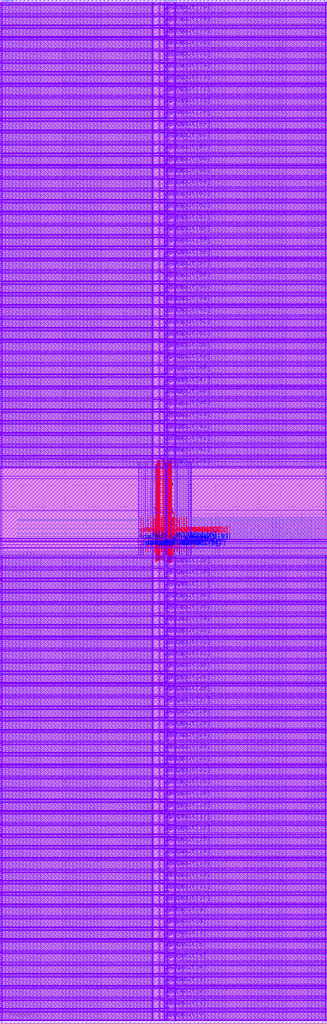
<source format=lef>
VERSION 5.8 ;
BUSBITCHARS "[]" ;
DIVIDERCHAR "/" ;

PROPERTYDEFINITIONS
  MACRO CatenaDesignType STRING ;
END PROPERTYDEFINITIONS

MACRO srambank_256x4x80_6t122
  CLASS BLOCK ;
  ORIGIN 0 0 ;
  FOREIGN srambank_256x4x80_6t122 0 0 ;
  SIZE 30.348 BY 95.04 ;
  SYMMETRY X Y ;
  SITE coreSite ;
  PIN VDD
    DIRECTION INOUT ;
    USE POWER ;
    PORT
      LAYER M4  ;
        RECT 0.1040 1.1720 30.2580 1.2200 ;
        RECT 0.1040 2.2520 30.2580 2.3000 ;
        RECT 0.1040 3.3320 30.2580 3.3800 ;
        RECT 0.1040 4.4120 30.2580 4.4600 ;
        RECT 0.1040 5.4920 30.2580 5.5400 ;
        RECT 0.1040 6.5720 30.2580 6.6200 ;
        RECT 0.1040 7.6520 30.2580 7.7000 ;
        RECT 0.1040 8.7320 30.2580 8.7800 ;
        RECT 0.1040 9.8120 30.2580 9.8600 ;
        RECT 0.1040 10.8920 30.2580 10.9400 ;
        RECT 0.1040 11.9720 30.2580 12.0200 ;
        RECT 0.1040 13.0520 30.2580 13.1000 ;
        RECT 0.1040 14.1320 30.2580 14.1800 ;
        RECT 0.1040 15.2120 30.2580 15.2600 ;
        RECT 0.1040 16.2920 30.2580 16.3400 ;
        RECT 0.1040 17.3720 30.2580 17.4200 ;
        RECT 0.1040 18.4520 30.2580 18.5000 ;
        RECT 0.1040 19.5320 30.2580 19.5800 ;
        RECT 0.1040 20.6120 30.2580 20.6600 ;
        RECT 0.1040 21.6920 30.2580 21.7400 ;
        RECT 0.1040 22.7720 30.2580 22.8200 ;
        RECT 0.1040 23.8520 30.2580 23.9000 ;
        RECT 0.1040 24.9320 30.2580 24.9800 ;
        RECT 0.1040 26.0120 30.2580 26.0600 ;
        RECT 0.1040 27.0920 30.2580 27.1400 ;
        RECT 0.1040 28.1720 30.2580 28.2200 ;
        RECT 0.1040 29.2520 30.2580 29.3000 ;
        RECT 0.1040 30.3320 30.2580 30.3800 ;
        RECT 0.1040 31.4120 30.2580 31.4600 ;
        RECT 0.1040 32.4920 30.2580 32.5400 ;
        RECT 0.1040 33.5720 30.2580 33.6200 ;
        RECT 0.1040 34.6520 30.2580 34.7000 ;
        RECT 0.1040 35.7320 30.2580 35.7800 ;
        RECT 0.1040 36.8120 30.2580 36.8600 ;
        RECT 0.1040 37.8920 30.2580 37.9400 ;
        RECT 0.1040 38.9720 30.2580 39.0200 ;
        RECT 0.1040 40.0520 30.2580 40.1000 ;
        RECT 0.1040 41.1320 30.2580 41.1800 ;
        RECT 0.1040 42.2120 30.2580 42.2600 ;
        RECT 0.1040 43.2920 30.2580 43.3400 ;
        RECT 0.1040 52.4990 30.2580 52.5470 ;
        RECT 0.1040 53.5790 30.2580 53.6270 ;
        RECT 0.1040 54.6590 30.2580 54.7070 ;
        RECT 0.1040 55.7390 30.2580 55.7870 ;
        RECT 0.1040 56.8190 30.2580 56.8670 ;
        RECT 0.1040 57.8990 30.2580 57.9470 ;
        RECT 0.1040 58.9790 30.2580 59.0270 ;
        RECT 0.1040 60.0590 30.2580 60.1070 ;
        RECT 0.1040 61.1390 30.2580 61.1870 ;
        RECT 0.1040 62.2190 30.2580 62.2670 ;
        RECT 0.1040 63.2990 30.2580 63.3470 ;
        RECT 0.1040 64.3790 30.2580 64.4270 ;
        RECT 0.1040 65.4590 30.2580 65.5070 ;
        RECT 0.1040 66.5390 30.2580 66.5870 ;
        RECT 0.1040 67.6190 30.2580 67.6670 ;
        RECT 0.1040 68.6990 30.2580 68.7470 ;
        RECT 0.1040 69.7790 30.2580 69.8270 ;
        RECT 0.1040 70.8590 30.2580 70.9070 ;
        RECT 0.1040 71.9390 30.2580 71.9870 ;
        RECT 0.1040 73.0190 30.2580 73.0670 ;
        RECT 0.1040 74.0990 30.2580 74.1470 ;
        RECT 0.1040 75.1790 30.2580 75.2270 ;
        RECT 0.1040 76.2590 30.2580 76.3070 ;
        RECT 0.1040 77.3390 30.2580 77.3870 ;
        RECT 0.1040 78.4190 30.2580 78.4670 ;
        RECT 0.1040 79.4990 30.2580 79.5470 ;
        RECT 0.1040 80.5790 30.2580 80.6270 ;
        RECT 0.1040 81.6590 30.2580 81.7070 ;
        RECT 0.1040 82.7390 30.2580 82.7870 ;
        RECT 0.1040 83.8190 30.2580 83.8670 ;
        RECT 0.1040 84.8990 30.2580 84.9470 ;
        RECT 0.1040 85.9790 30.2580 86.0270 ;
        RECT 0.1040 87.0590 30.2580 87.1070 ;
        RECT 0.1040 88.1390 30.2580 88.1870 ;
        RECT 0.1040 89.2190 30.2580 89.2670 ;
        RECT 0.1040 90.2990 30.2580 90.3470 ;
        RECT 0.1040 91.3790 30.2580 91.4270 ;
        RECT 0.1040 92.4590 30.2580 92.5070 ;
        RECT 0.1040 93.5390 30.2580 93.5870 ;
        RECT 0.1040 94.6190 30.2580 94.6670 ;
      LAYER M3  ;
        RECT 30.2180 0.2165 30.2360 1.3765 ;
        RECT 16.1960 0.2170 16.2140 1.3760 ;
        RECT 14.7920 0.2530 14.8820 1.3685 ;
        RECT 14.1440 0.2170 14.1620 1.3760 ;
        RECT 0.1220 0.2165 0.1400 1.3765 ;
        RECT 30.2180 1.2965 30.2360 2.4565 ;
        RECT 16.1960 1.2970 16.2140 2.4560 ;
        RECT 14.7920 1.3330 14.8820 2.4485 ;
        RECT 14.1440 1.2970 14.1620 2.4560 ;
        RECT 0.1220 1.2965 0.1400 2.4565 ;
        RECT 30.2180 2.3765 30.2360 3.5365 ;
        RECT 16.1960 2.3770 16.2140 3.5360 ;
        RECT 14.7920 2.4130 14.8820 3.5285 ;
        RECT 14.1440 2.3770 14.1620 3.5360 ;
        RECT 0.1220 2.3765 0.1400 3.5365 ;
        RECT 30.2180 3.4565 30.2360 4.6165 ;
        RECT 16.1960 3.4570 16.2140 4.6160 ;
        RECT 14.7920 3.4930 14.8820 4.6085 ;
        RECT 14.1440 3.4570 14.1620 4.6160 ;
        RECT 0.1220 3.4565 0.1400 4.6165 ;
        RECT 30.2180 4.5365 30.2360 5.6965 ;
        RECT 16.1960 4.5370 16.2140 5.6960 ;
        RECT 14.7920 4.5730 14.8820 5.6885 ;
        RECT 14.1440 4.5370 14.1620 5.6960 ;
        RECT 0.1220 4.5365 0.1400 5.6965 ;
        RECT 30.2180 5.6165 30.2360 6.7765 ;
        RECT 16.1960 5.6170 16.2140 6.7760 ;
        RECT 14.7920 5.6530 14.8820 6.7685 ;
        RECT 14.1440 5.6170 14.1620 6.7760 ;
        RECT 0.1220 5.6165 0.1400 6.7765 ;
        RECT 30.2180 6.6965 30.2360 7.8565 ;
        RECT 16.1960 6.6970 16.2140 7.8560 ;
        RECT 14.7920 6.7330 14.8820 7.8485 ;
        RECT 14.1440 6.6970 14.1620 7.8560 ;
        RECT 0.1220 6.6965 0.1400 7.8565 ;
        RECT 30.2180 7.7765 30.2360 8.9365 ;
        RECT 16.1960 7.7770 16.2140 8.9360 ;
        RECT 14.7920 7.8130 14.8820 8.9285 ;
        RECT 14.1440 7.7770 14.1620 8.9360 ;
        RECT 0.1220 7.7765 0.1400 8.9365 ;
        RECT 30.2180 8.8565 30.2360 10.0165 ;
        RECT 16.1960 8.8570 16.2140 10.0160 ;
        RECT 14.7920 8.8930 14.8820 10.0085 ;
        RECT 14.1440 8.8570 14.1620 10.0160 ;
        RECT 0.1220 8.8565 0.1400 10.0165 ;
        RECT 30.2180 9.9365 30.2360 11.0965 ;
        RECT 16.1960 9.9370 16.2140 11.0960 ;
        RECT 14.7920 9.9730 14.8820 11.0885 ;
        RECT 14.1440 9.9370 14.1620 11.0960 ;
        RECT 0.1220 9.9365 0.1400 11.0965 ;
        RECT 30.2180 11.0165 30.2360 12.1765 ;
        RECT 16.1960 11.0170 16.2140 12.1760 ;
        RECT 14.7920 11.0530 14.8820 12.1685 ;
        RECT 14.1440 11.0170 14.1620 12.1760 ;
        RECT 0.1220 11.0165 0.1400 12.1765 ;
        RECT 30.2180 12.0965 30.2360 13.2565 ;
        RECT 16.1960 12.0970 16.2140 13.2560 ;
        RECT 14.7920 12.1330 14.8820 13.2485 ;
        RECT 14.1440 12.0970 14.1620 13.2560 ;
        RECT 0.1220 12.0965 0.1400 13.2565 ;
        RECT 30.2180 13.1765 30.2360 14.3365 ;
        RECT 16.1960 13.1770 16.2140 14.3360 ;
        RECT 14.7920 13.2130 14.8820 14.3285 ;
        RECT 14.1440 13.1770 14.1620 14.3360 ;
        RECT 0.1220 13.1765 0.1400 14.3365 ;
        RECT 30.2180 14.2565 30.2360 15.4165 ;
        RECT 16.1960 14.2570 16.2140 15.4160 ;
        RECT 14.7920 14.2930 14.8820 15.4085 ;
        RECT 14.1440 14.2570 14.1620 15.4160 ;
        RECT 0.1220 14.2565 0.1400 15.4165 ;
        RECT 30.2180 15.3365 30.2360 16.4965 ;
        RECT 16.1960 15.3370 16.2140 16.4960 ;
        RECT 14.7920 15.3730 14.8820 16.4885 ;
        RECT 14.1440 15.3370 14.1620 16.4960 ;
        RECT 0.1220 15.3365 0.1400 16.4965 ;
        RECT 30.2180 16.4165 30.2360 17.5765 ;
        RECT 16.1960 16.4170 16.2140 17.5760 ;
        RECT 14.7920 16.4530 14.8820 17.5685 ;
        RECT 14.1440 16.4170 14.1620 17.5760 ;
        RECT 0.1220 16.4165 0.1400 17.5765 ;
        RECT 30.2180 17.4965 30.2360 18.6565 ;
        RECT 16.1960 17.4970 16.2140 18.6560 ;
        RECT 14.7920 17.5330 14.8820 18.6485 ;
        RECT 14.1440 17.4970 14.1620 18.6560 ;
        RECT 0.1220 17.4965 0.1400 18.6565 ;
        RECT 30.2180 18.5765 30.2360 19.7365 ;
        RECT 16.1960 18.5770 16.2140 19.7360 ;
        RECT 14.7920 18.6130 14.8820 19.7285 ;
        RECT 14.1440 18.5770 14.1620 19.7360 ;
        RECT 0.1220 18.5765 0.1400 19.7365 ;
        RECT 30.2180 19.6565 30.2360 20.8165 ;
        RECT 16.1960 19.6570 16.2140 20.8160 ;
        RECT 14.7920 19.6930 14.8820 20.8085 ;
        RECT 14.1440 19.6570 14.1620 20.8160 ;
        RECT 0.1220 19.6565 0.1400 20.8165 ;
        RECT 30.2180 20.7365 30.2360 21.8965 ;
        RECT 16.1960 20.7370 16.2140 21.8960 ;
        RECT 14.7920 20.7730 14.8820 21.8885 ;
        RECT 14.1440 20.7370 14.1620 21.8960 ;
        RECT 0.1220 20.7365 0.1400 21.8965 ;
        RECT 30.2180 21.8165 30.2360 22.9765 ;
        RECT 16.1960 21.8170 16.2140 22.9760 ;
        RECT 14.7920 21.8530 14.8820 22.9685 ;
        RECT 14.1440 21.8170 14.1620 22.9760 ;
        RECT 0.1220 21.8165 0.1400 22.9765 ;
        RECT 30.2180 22.8965 30.2360 24.0565 ;
        RECT 16.1960 22.8970 16.2140 24.0560 ;
        RECT 14.7920 22.9330 14.8820 24.0485 ;
        RECT 14.1440 22.8970 14.1620 24.0560 ;
        RECT 0.1220 22.8965 0.1400 24.0565 ;
        RECT 30.2180 23.9765 30.2360 25.1365 ;
        RECT 16.1960 23.9770 16.2140 25.1360 ;
        RECT 14.7920 24.0130 14.8820 25.1285 ;
        RECT 14.1440 23.9770 14.1620 25.1360 ;
        RECT 0.1220 23.9765 0.1400 25.1365 ;
        RECT 30.2180 25.0565 30.2360 26.2165 ;
        RECT 16.1960 25.0570 16.2140 26.2160 ;
        RECT 14.7920 25.0930 14.8820 26.2085 ;
        RECT 14.1440 25.0570 14.1620 26.2160 ;
        RECT 0.1220 25.0565 0.1400 26.2165 ;
        RECT 30.2180 26.1365 30.2360 27.2965 ;
        RECT 16.1960 26.1370 16.2140 27.2960 ;
        RECT 14.7920 26.1730 14.8820 27.2885 ;
        RECT 14.1440 26.1370 14.1620 27.2960 ;
        RECT 0.1220 26.1365 0.1400 27.2965 ;
        RECT 30.2180 27.2165 30.2360 28.3765 ;
        RECT 16.1960 27.2170 16.2140 28.3760 ;
        RECT 14.7920 27.2530 14.8820 28.3685 ;
        RECT 14.1440 27.2170 14.1620 28.3760 ;
        RECT 0.1220 27.2165 0.1400 28.3765 ;
        RECT 30.2180 28.2965 30.2360 29.4565 ;
        RECT 16.1960 28.2970 16.2140 29.4560 ;
        RECT 14.7920 28.3330 14.8820 29.4485 ;
        RECT 14.1440 28.2970 14.1620 29.4560 ;
        RECT 0.1220 28.2965 0.1400 29.4565 ;
        RECT 30.2180 29.3765 30.2360 30.5365 ;
        RECT 16.1960 29.3770 16.2140 30.5360 ;
        RECT 14.7920 29.4130 14.8820 30.5285 ;
        RECT 14.1440 29.3770 14.1620 30.5360 ;
        RECT 0.1220 29.3765 0.1400 30.5365 ;
        RECT 30.2180 30.4565 30.2360 31.6165 ;
        RECT 16.1960 30.4570 16.2140 31.6160 ;
        RECT 14.7920 30.4930 14.8820 31.6085 ;
        RECT 14.1440 30.4570 14.1620 31.6160 ;
        RECT 0.1220 30.4565 0.1400 31.6165 ;
        RECT 30.2180 31.5365 30.2360 32.6965 ;
        RECT 16.1960 31.5370 16.2140 32.6960 ;
        RECT 14.7920 31.5730 14.8820 32.6885 ;
        RECT 14.1440 31.5370 14.1620 32.6960 ;
        RECT 0.1220 31.5365 0.1400 32.6965 ;
        RECT 30.2180 32.6165 30.2360 33.7765 ;
        RECT 16.1960 32.6170 16.2140 33.7760 ;
        RECT 14.7920 32.6530 14.8820 33.7685 ;
        RECT 14.1440 32.6170 14.1620 33.7760 ;
        RECT 0.1220 32.6165 0.1400 33.7765 ;
        RECT 30.2180 33.6965 30.2360 34.8565 ;
        RECT 16.1960 33.6970 16.2140 34.8560 ;
        RECT 14.7920 33.7330 14.8820 34.8485 ;
        RECT 14.1440 33.6970 14.1620 34.8560 ;
        RECT 0.1220 33.6965 0.1400 34.8565 ;
        RECT 30.2180 34.7765 30.2360 35.9365 ;
        RECT 16.1960 34.7770 16.2140 35.9360 ;
        RECT 14.7920 34.8130 14.8820 35.9285 ;
        RECT 14.1440 34.7770 14.1620 35.9360 ;
        RECT 0.1220 34.7765 0.1400 35.9365 ;
        RECT 30.2180 35.8565 30.2360 37.0165 ;
        RECT 16.1960 35.8570 16.2140 37.0160 ;
        RECT 14.7920 35.8930 14.8820 37.0085 ;
        RECT 14.1440 35.8570 14.1620 37.0160 ;
        RECT 0.1220 35.8565 0.1400 37.0165 ;
        RECT 30.2180 36.9365 30.2360 38.0965 ;
        RECT 16.1960 36.9370 16.2140 38.0960 ;
        RECT 14.7920 36.9730 14.8820 38.0885 ;
        RECT 14.1440 36.9370 14.1620 38.0960 ;
        RECT 0.1220 36.9365 0.1400 38.0965 ;
        RECT 30.2180 38.0165 30.2360 39.1765 ;
        RECT 16.1960 38.0170 16.2140 39.1760 ;
        RECT 14.7920 38.0530 14.8820 39.1685 ;
        RECT 14.1440 38.0170 14.1620 39.1760 ;
        RECT 0.1220 38.0165 0.1400 39.1765 ;
        RECT 30.2180 39.0965 30.2360 40.2565 ;
        RECT 16.1960 39.0970 16.2140 40.2560 ;
        RECT 14.7920 39.1330 14.8820 40.2485 ;
        RECT 14.1440 39.0970 14.1620 40.2560 ;
        RECT 0.1220 39.0965 0.1400 40.2565 ;
        RECT 30.2180 40.1765 30.2360 41.3365 ;
        RECT 16.1960 40.1770 16.2140 41.3360 ;
        RECT 14.7920 40.2130 14.8820 41.3285 ;
        RECT 14.1440 40.1770 14.1620 41.3360 ;
        RECT 0.1220 40.1765 0.1400 41.3365 ;
        RECT 30.2180 41.2565 30.2360 42.4165 ;
        RECT 16.1960 41.2570 16.2140 42.4160 ;
        RECT 14.7920 41.2930 14.8820 42.4085 ;
        RECT 14.1440 41.2570 14.1620 42.4160 ;
        RECT 0.1220 41.2565 0.1400 42.4165 ;
        RECT 30.2180 42.3365 30.2360 43.4965 ;
        RECT 16.1960 42.3370 16.2140 43.4960 ;
        RECT 14.7920 42.3730 14.8820 43.4885 ;
        RECT 14.1440 42.3370 14.1620 43.4960 ;
        RECT 0.1220 42.3365 0.1400 43.4965 ;
        RECT 14.0490 47.2850 14.0670 53.3485 ;
        RECT 30.2180 51.5435 30.2360 52.7035 ;
        RECT 16.1960 51.5440 16.2140 52.7030 ;
        RECT 14.7920 51.5800 14.8820 52.6955 ;
        RECT 14.1440 51.5440 14.1620 52.7030 ;
        RECT 0.1220 51.5435 0.1400 52.7035 ;
        RECT 30.2180 52.6235 30.2360 53.7835 ;
        RECT 16.1960 52.6240 16.2140 53.7830 ;
        RECT 14.7920 52.6600 14.8820 53.7755 ;
        RECT 14.1440 52.6240 14.1620 53.7830 ;
        RECT 0.1220 52.6235 0.1400 53.7835 ;
        RECT 30.2180 53.7035 30.2360 54.8635 ;
        RECT 16.1960 53.7040 16.2140 54.8630 ;
        RECT 14.7920 53.7400 14.8820 54.8555 ;
        RECT 14.1440 53.7040 14.1620 54.8630 ;
        RECT 0.1220 53.7035 0.1400 54.8635 ;
        RECT 30.2180 54.7835 30.2360 55.9435 ;
        RECT 16.1960 54.7840 16.2140 55.9430 ;
        RECT 14.7920 54.8200 14.8820 55.9355 ;
        RECT 14.1440 54.7840 14.1620 55.9430 ;
        RECT 0.1220 54.7835 0.1400 55.9435 ;
        RECT 30.2180 55.8635 30.2360 57.0235 ;
        RECT 16.1960 55.8640 16.2140 57.0230 ;
        RECT 14.7920 55.9000 14.8820 57.0155 ;
        RECT 14.1440 55.8640 14.1620 57.0230 ;
        RECT 0.1220 55.8635 0.1400 57.0235 ;
        RECT 30.2180 56.9435 30.2360 58.1035 ;
        RECT 16.1960 56.9440 16.2140 58.1030 ;
        RECT 14.7920 56.9800 14.8820 58.0955 ;
        RECT 14.1440 56.9440 14.1620 58.1030 ;
        RECT 0.1220 56.9435 0.1400 58.1035 ;
        RECT 30.2180 58.0235 30.2360 59.1835 ;
        RECT 16.1960 58.0240 16.2140 59.1830 ;
        RECT 14.7920 58.0600 14.8820 59.1755 ;
        RECT 14.1440 58.0240 14.1620 59.1830 ;
        RECT 0.1220 58.0235 0.1400 59.1835 ;
        RECT 30.2180 59.1035 30.2360 60.2635 ;
        RECT 16.1960 59.1040 16.2140 60.2630 ;
        RECT 14.7920 59.1400 14.8820 60.2555 ;
        RECT 14.1440 59.1040 14.1620 60.2630 ;
        RECT 0.1220 59.1035 0.1400 60.2635 ;
        RECT 30.2180 60.1835 30.2360 61.3435 ;
        RECT 16.1960 60.1840 16.2140 61.3430 ;
        RECT 14.7920 60.2200 14.8820 61.3355 ;
        RECT 14.1440 60.1840 14.1620 61.3430 ;
        RECT 0.1220 60.1835 0.1400 61.3435 ;
        RECT 30.2180 61.2635 30.2360 62.4235 ;
        RECT 16.1960 61.2640 16.2140 62.4230 ;
        RECT 14.7920 61.3000 14.8820 62.4155 ;
        RECT 14.1440 61.2640 14.1620 62.4230 ;
        RECT 0.1220 61.2635 0.1400 62.4235 ;
        RECT 30.2180 62.3435 30.2360 63.5035 ;
        RECT 16.1960 62.3440 16.2140 63.5030 ;
        RECT 14.7920 62.3800 14.8820 63.4955 ;
        RECT 14.1440 62.3440 14.1620 63.5030 ;
        RECT 0.1220 62.3435 0.1400 63.5035 ;
        RECT 30.2180 63.4235 30.2360 64.5835 ;
        RECT 16.1960 63.4240 16.2140 64.5830 ;
        RECT 14.7920 63.4600 14.8820 64.5755 ;
        RECT 14.1440 63.4240 14.1620 64.5830 ;
        RECT 0.1220 63.4235 0.1400 64.5835 ;
        RECT 30.2180 64.5035 30.2360 65.6635 ;
        RECT 16.1960 64.5040 16.2140 65.6630 ;
        RECT 14.7920 64.5400 14.8820 65.6555 ;
        RECT 14.1440 64.5040 14.1620 65.6630 ;
        RECT 0.1220 64.5035 0.1400 65.6635 ;
        RECT 30.2180 65.5835 30.2360 66.7435 ;
        RECT 16.1960 65.5840 16.2140 66.7430 ;
        RECT 14.7920 65.6200 14.8820 66.7355 ;
        RECT 14.1440 65.5840 14.1620 66.7430 ;
        RECT 0.1220 65.5835 0.1400 66.7435 ;
        RECT 30.2180 66.6635 30.2360 67.8235 ;
        RECT 16.1960 66.6640 16.2140 67.8230 ;
        RECT 14.7920 66.7000 14.8820 67.8155 ;
        RECT 14.1440 66.6640 14.1620 67.8230 ;
        RECT 0.1220 66.6635 0.1400 67.8235 ;
        RECT 30.2180 67.7435 30.2360 68.9035 ;
        RECT 16.1960 67.7440 16.2140 68.9030 ;
        RECT 14.7920 67.7800 14.8820 68.8955 ;
        RECT 14.1440 67.7440 14.1620 68.9030 ;
        RECT 0.1220 67.7435 0.1400 68.9035 ;
        RECT 30.2180 68.8235 30.2360 69.9835 ;
        RECT 16.1960 68.8240 16.2140 69.9830 ;
        RECT 14.7920 68.8600 14.8820 69.9755 ;
        RECT 14.1440 68.8240 14.1620 69.9830 ;
        RECT 0.1220 68.8235 0.1400 69.9835 ;
        RECT 30.2180 69.9035 30.2360 71.0635 ;
        RECT 16.1960 69.9040 16.2140 71.0630 ;
        RECT 14.7920 69.9400 14.8820 71.0555 ;
        RECT 14.1440 69.9040 14.1620 71.0630 ;
        RECT 0.1220 69.9035 0.1400 71.0635 ;
        RECT 30.2180 70.9835 30.2360 72.1435 ;
        RECT 16.1960 70.9840 16.2140 72.1430 ;
        RECT 14.7920 71.0200 14.8820 72.1355 ;
        RECT 14.1440 70.9840 14.1620 72.1430 ;
        RECT 0.1220 70.9835 0.1400 72.1435 ;
        RECT 30.2180 72.0635 30.2360 73.2235 ;
        RECT 16.1960 72.0640 16.2140 73.2230 ;
        RECT 14.7920 72.1000 14.8820 73.2155 ;
        RECT 14.1440 72.0640 14.1620 73.2230 ;
        RECT 0.1220 72.0635 0.1400 73.2235 ;
        RECT 30.2180 73.1435 30.2360 74.3035 ;
        RECT 16.1960 73.1440 16.2140 74.3030 ;
        RECT 14.7920 73.1800 14.8820 74.2955 ;
        RECT 14.1440 73.1440 14.1620 74.3030 ;
        RECT 0.1220 73.1435 0.1400 74.3035 ;
        RECT 30.2180 74.2235 30.2360 75.3835 ;
        RECT 16.1960 74.2240 16.2140 75.3830 ;
        RECT 14.7920 74.2600 14.8820 75.3755 ;
        RECT 14.1440 74.2240 14.1620 75.3830 ;
        RECT 0.1220 74.2235 0.1400 75.3835 ;
        RECT 30.2180 75.3035 30.2360 76.4635 ;
        RECT 16.1960 75.3040 16.2140 76.4630 ;
        RECT 14.7920 75.3400 14.8820 76.4555 ;
        RECT 14.1440 75.3040 14.1620 76.4630 ;
        RECT 0.1220 75.3035 0.1400 76.4635 ;
        RECT 30.2180 76.3835 30.2360 77.5435 ;
        RECT 16.1960 76.3840 16.2140 77.5430 ;
        RECT 14.7920 76.4200 14.8820 77.5355 ;
        RECT 14.1440 76.3840 14.1620 77.5430 ;
        RECT 0.1220 76.3835 0.1400 77.5435 ;
        RECT 30.2180 77.4635 30.2360 78.6235 ;
        RECT 16.1960 77.4640 16.2140 78.6230 ;
        RECT 14.7920 77.5000 14.8820 78.6155 ;
        RECT 14.1440 77.4640 14.1620 78.6230 ;
        RECT 0.1220 77.4635 0.1400 78.6235 ;
        RECT 30.2180 78.5435 30.2360 79.7035 ;
        RECT 16.1960 78.5440 16.2140 79.7030 ;
        RECT 14.7920 78.5800 14.8820 79.6955 ;
        RECT 14.1440 78.5440 14.1620 79.7030 ;
        RECT 0.1220 78.5435 0.1400 79.7035 ;
        RECT 30.2180 79.6235 30.2360 80.7835 ;
        RECT 16.1960 79.6240 16.2140 80.7830 ;
        RECT 14.7920 79.6600 14.8820 80.7755 ;
        RECT 14.1440 79.6240 14.1620 80.7830 ;
        RECT 0.1220 79.6235 0.1400 80.7835 ;
        RECT 30.2180 80.7035 30.2360 81.8635 ;
        RECT 16.1960 80.7040 16.2140 81.8630 ;
        RECT 14.7920 80.7400 14.8820 81.8555 ;
        RECT 14.1440 80.7040 14.1620 81.8630 ;
        RECT 0.1220 80.7035 0.1400 81.8635 ;
        RECT 30.2180 81.7835 30.2360 82.9435 ;
        RECT 16.1960 81.7840 16.2140 82.9430 ;
        RECT 14.7920 81.8200 14.8820 82.9355 ;
        RECT 14.1440 81.7840 14.1620 82.9430 ;
        RECT 0.1220 81.7835 0.1400 82.9435 ;
        RECT 30.2180 82.8635 30.2360 84.0235 ;
        RECT 16.1960 82.8640 16.2140 84.0230 ;
        RECT 14.7920 82.9000 14.8820 84.0155 ;
        RECT 14.1440 82.8640 14.1620 84.0230 ;
        RECT 0.1220 82.8635 0.1400 84.0235 ;
        RECT 30.2180 83.9435 30.2360 85.1035 ;
        RECT 16.1960 83.9440 16.2140 85.1030 ;
        RECT 14.7920 83.9800 14.8820 85.0955 ;
        RECT 14.1440 83.9440 14.1620 85.1030 ;
        RECT 0.1220 83.9435 0.1400 85.1035 ;
        RECT 30.2180 85.0235 30.2360 86.1835 ;
        RECT 16.1960 85.0240 16.2140 86.1830 ;
        RECT 14.7920 85.0600 14.8820 86.1755 ;
        RECT 14.1440 85.0240 14.1620 86.1830 ;
        RECT 0.1220 85.0235 0.1400 86.1835 ;
        RECT 30.2180 86.1035 30.2360 87.2635 ;
        RECT 16.1960 86.1040 16.2140 87.2630 ;
        RECT 14.7920 86.1400 14.8820 87.2555 ;
        RECT 14.1440 86.1040 14.1620 87.2630 ;
        RECT 0.1220 86.1035 0.1400 87.2635 ;
        RECT 30.2180 87.1835 30.2360 88.3435 ;
        RECT 16.1960 87.1840 16.2140 88.3430 ;
        RECT 14.7920 87.2200 14.8820 88.3355 ;
        RECT 14.1440 87.1840 14.1620 88.3430 ;
        RECT 0.1220 87.1835 0.1400 88.3435 ;
        RECT 30.2180 88.2635 30.2360 89.4235 ;
        RECT 16.1960 88.2640 16.2140 89.4230 ;
        RECT 14.7920 88.3000 14.8820 89.4155 ;
        RECT 14.1440 88.2640 14.1620 89.4230 ;
        RECT 0.1220 88.2635 0.1400 89.4235 ;
        RECT 30.2180 89.3435 30.2360 90.5035 ;
        RECT 16.1960 89.3440 16.2140 90.5030 ;
        RECT 14.7920 89.3800 14.8820 90.4955 ;
        RECT 14.1440 89.3440 14.1620 90.5030 ;
        RECT 0.1220 89.3435 0.1400 90.5035 ;
        RECT 30.2180 90.4235 30.2360 91.5835 ;
        RECT 16.1960 90.4240 16.2140 91.5830 ;
        RECT 14.7920 90.4600 14.8820 91.5755 ;
        RECT 14.1440 90.4240 14.1620 91.5830 ;
        RECT 0.1220 90.4235 0.1400 91.5835 ;
        RECT 30.2180 91.5035 30.2360 92.6635 ;
        RECT 16.1960 91.5040 16.2140 92.6630 ;
        RECT 14.7920 91.5400 14.8820 92.6555 ;
        RECT 14.1440 91.5040 14.1620 92.6630 ;
        RECT 0.1220 91.5035 0.1400 92.6635 ;
        RECT 30.2180 92.5835 30.2360 93.7435 ;
        RECT 16.1960 92.5840 16.2140 93.7430 ;
        RECT 14.7920 92.6200 14.8820 93.7355 ;
        RECT 14.1440 92.5840 14.1620 93.7430 ;
        RECT 0.1220 92.5835 0.1400 93.7435 ;
        RECT 30.2180 93.6635 30.2360 94.8235 ;
        RECT 16.1960 93.6640 16.2140 94.8230 ;
        RECT 14.7920 93.7000 14.8820 94.8155 ;
        RECT 14.1440 93.6640 14.1620 94.8230 ;
        RECT 0.1220 93.6635 0.1400 94.8235 ;
      LAYER V3  ;
        RECT 0.1220 1.1720 0.1400 1.2200 ;
        RECT 14.1440 1.1720 14.1620 1.2200 ;
        RECT 14.7920 1.1720 14.8820 1.2200 ;
        RECT 16.1960 1.1720 16.2140 1.2200 ;
        RECT 30.2180 1.1720 30.2360 1.2200 ;
        RECT 0.1220 2.2520 0.1400 2.3000 ;
        RECT 14.1440 2.2520 14.1620 2.3000 ;
        RECT 14.7920 2.2520 14.8820 2.3000 ;
        RECT 16.1960 2.2520 16.2140 2.3000 ;
        RECT 30.2180 2.2520 30.2360 2.3000 ;
        RECT 0.1220 3.3320 0.1400 3.3800 ;
        RECT 14.1440 3.3320 14.1620 3.3800 ;
        RECT 14.7920 3.3320 14.8820 3.3800 ;
        RECT 16.1960 3.3320 16.2140 3.3800 ;
        RECT 30.2180 3.3320 30.2360 3.3800 ;
        RECT 0.1220 4.4120 0.1400 4.4600 ;
        RECT 14.1440 4.4120 14.1620 4.4600 ;
        RECT 14.7920 4.4120 14.8820 4.4600 ;
        RECT 16.1960 4.4120 16.2140 4.4600 ;
        RECT 30.2180 4.4120 30.2360 4.4600 ;
        RECT 0.1220 5.4920 0.1400 5.5400 ;
        RECT 14.1440 5.4920 14.1620 5.5400 ;
        RECT 14.7920 5.4920 14.8820 5.5400 ;
        RECT 16.1960 5.4920 16.2140 5.5400 ;
        RECT 30.2180 5.4920 30.2360 5.5400 ;
        RECT 0.1220 6.5720 0.1400 6.6200 ;
        RECT 14.1440 6.5720 14.1620 6.6200 ;
        RECT 14.7920 6.5720 14.8820 6.6200 ;
        RECT 16.1960 6.5720 16.2140 6.6200 ;
        RECT 30.2180 6.5720 30.2360 6.6200 ;
        RECT 0.1220 7.6520 0.1400 7.7000 ;
        RECT 14.1440 7.6520 14.1620 7.7000 ;
        RECT 14.7920 7.6520 14.8820 7.7000 ;
        RECT 16.1960 7.6520 16.2140 7.7000 ;
        RECT 30.2180 7.6520 30.2360 7.7000 ;
        RECT 0.1220 8.7320 0.1400 8.7800 ;
        RECT 14.1440 8.7320 14.1620 8.7800 ;
        RECT 14.7920 8.7320 14.8820 8.7800 ;
        RECT 16.1960 8.7320 16.2140 8.7800 ;
        RECT 30.2180 8.7320 30.2360 8.7800 ;
        RECT 0.1220 9.8120 0.1400 9.8600 ;
        RECT 14.1440 9.8120 14.1620 9.8600 ;
        RECT 14.7920 9.8120 14.8820 9.8600 ;
        RECT 16.1960 9.8120 16.2140 9.8600 ;
        RECT 30.2180 9.8120 30.2360 9.8600 ;
        RECT 0.1220 10.8920 0.1400 10.9400 ;
        RECT 14.1440 10.8920 14.1620 10.9400 ;
        RECT 14.7920 10.8920 14.8820 10.9400 ;
        RECT 16.1960 10.8920 16.2140 10.9400 ;
        RECT 30.2180 10.8920 30.2360 10.9400 ;
        RECT 0.1220 11.9720 0.1400 12.0200 ;
        RECT 14.1440 11.9720 14.1620 12.0200 ;
        RECT 14.7920 11.9720 14.8820 12.0200 ;
        RECT 16.1960 11.9720 16.2140 12.0200 ;
        RECT 30.2180 11.9720 30.2360 12.0200 ;
        RECT 0.1220 13.0520 0.1400 13.1000 ;
        RECT 14.1440 13.0520 14.1620 13.1000 ;
        RECT 14.7920 13.0520 14.8820 13.1000 ;
        RECT 16.1960 13.0520 16.2140 13.1000 ;
        RECT 30.2180 13.0520 30.2360 13.1000 ;
        RECT 0.1220 14.1320 0.1400 14.1800 ;
        RECT 14.1440 14.1320 14.1620 14.1800 ;
        RECT 14.7920 14.1320 14.8820 14.1800 ;
        RECT 16.1960 14.1320 16.2140 14.1800 ;
        RECT 30.2180 14.1320 30.2360 14.1800 ;
        RECT 0.1220 15.2120 0.1400 15.2600 ;
        RECT 14.1440 15.2120 14.1620 15.2600 ;
        RECT 14.7920 15.2120 14.8820 15.2600 ;
        RECT 16.1960 15.2120 16.2140 15.2600 ;
        RECT 30.2180 15.2120 30.2360 15.2600 ;
        RECT 0.1220 16.2920 0.1400 16.3400 ;
        RECT 14.1440 16.2920 14.1620 16.3400 ;
        RECT 14.7920 16.2920 14.8820 16.3400 ;
        RECT 16.1960 16.2920 16.2140 16.3400 ;
        RECT 30.2180 16.2920 30.2360 16.3400 ;
        RECT 0.1220 17.3720 0.1400 17.4200 ;
        RECT 14.1440 17.3720 14.1620 17.4200 ;
        RECT 14.7920 17.3720 14.8820 17.4200 ;
        RECT 16.1960 17.3720 16.2140 17.4200 ;
        RECT 30.2180 17.3720 30.2360 17.4200 ;
        RECT 0.1220 18.4520 0.1400 18.5000 ;
        RECT 14.1440 18.4520 14.1620 18.5000 ;
        RECT 14.7920 18.4520 14.8820 18.5000 ;
        RECT 16.1960 18.4520 16.2140 18.5000 ;
        RECT 30.2180 18.4520 30.2360 18.5000 ;
        RECT 0.1220 19.5320 0.1400 19.5800 ;
        RECT 14.1440 19.5320 14.1620 19.5800 ;
        RECT 14.7920 19.5320 14.8820 19.5800 ;
        RECT 16.1960 19.5320 16.2140 19.5800 ;
        RECT 30.2180 19.5320 30.2360 19.5800 ;
        RECT 0.1220 20.6120 0.1400 20.6600 ;
        RECT 14.1440 20.6120 14.1620 20.6600 ;
        RECT 14.7920 20.6120 14.8820 20.6600 ;
        RECT 16.1960 20.6120 16.2140 20.6600 ;
        RECT 30.2180 20.6120 30.2360 20.6600 ;
        RECT 0.1220 21.6920 0.1400 21.7400 ;
        RECT 14.1440 21.6920 14.1620 21.7400 ;
        RECT 14.7920 21.6920 14.8820 21.7400 ;
        RECT 16.1960 21.6920 16.2140 21.7400 ;
        RECT 30.2180 21.6920 30.2360 21.7400 ;
        RECT 0.1220 22.7720 0.1400 22.8200 ;
        RECT 14.1440 22.7720 14.1620 22.8200 ;
        RECT 14.7920 22.7720 14.8820 22.8200 ;
        RECT 16.1960 22.7720 16.2140 22.8200 ;
        RECT 30.2180 22.7720 30.2360 22.8200 ;
        RECT 0.1220 23.8520 0.1400 23.9000 ;
        RECT 14.1440 23.8520 14.1620 23.9000 ;
        RECT 14.7920 23.8520 14.8820 23.9000 ;
        RECT 16.1960 23.8520 16.2140 23.9000 ;
        RECT 30.2180 23.8520 30.2360 23.9000 ;
        RECT 0.1220 24.9320 0.1400 24.9800 ;
        RECT 14.1440 24.9320 14.1620 24.9800 ;
        RECT 14.7920 24.9320 14.8820 24.9800 ;
        RECT 16.1960 24.9320 16.2140 24.9800 ;
        RECT 30.2180 24.9320 30.2360 24.9800 ;
        RECT 0.1220 26.0120 0.1400 26.0600 ;
        RECT 14.1440 26.0120 14.1620 26.0600 ;
        RECT 14.7920 26.0120 14.8820 26.0600 ;
        RECT 16.1960 26.0120 16.2140 26.0600 ;
        RECT 30.2180 26.0120 30.2360 26.0600 ;
        RECT 0.1220 27.0920 0.1400 27.1400 ;
        RECT 14.1440 27.0920 14.1620 27.1400 ;
        RECT 14.7920 27.0920 14.8820 27.1400 ;
        RECT 16.1960 27.0920 16.2140 27.1400 ;
        RECT 30.2180 27.0920 30.2360 27.1400 ;
        RECT 0.1220 28.1720 0.1400 28.2200 ;
        RECT 14.1440 28.1720 14.1620 28.2200 ;
        RECT 14.7920 28.1720 14.8820 28.2200 ;
        RECT 16.1960 28.1720 16.2140 28.2200 ;
        RECT 30.2180 28.1720 30.2360 28.2200 ;
        RECT 0.1220 29.2520 0.1400 29.3000 ;
        RECT 14.1440 29.2520 14.1620 29.3000 ;
        RECT 14.7920 29.2520 14.8820 29.3000 ;
        RECT 16.1960 29.2520 16.2140 29.3000 ;
        RECT 30.2180 29.2520 30.2360 29.3000 ;
        RECT 0.1220 30.3320 0.1400 30.3800 ;
        RECT 14.1440 30.3320 14.1620 30.3800 ;
        RECT 14.7920 30.3320 14.8820 30.3800 ;
        RECT 16.1960 30.3320 16.2140 30.3800 ;
        RECT 30.2180 30.3320 30.2360 30.3800 ;
        RECT 0.1220 31.4120 0.1400 31.4600 ;
        RECT 14.1440 31.4120 14.1620 31.4600 ;
        RECT 14.7920 31.4120 14.8820 31.4600 ;
        RECT 16.1960 31.4120 16.2140 31.4600 ;
        RECT 30.2180 31.4120 30.2360 31.4600 ;
        RECT 0.1220 32.4920 0.1400 32.5400 ;
        RECT 14.1440 32.4920 14.1620 32.5400 ;
        RECT 14.7920 32.4920 14.8820 32.5400 ;
        RECT 16.1960 32.4920 16.2140 32.5400 ;
        RECT 30.2180 32.4920 30.2360 32.5400 ;
        RECT 0.1220 33.5720 0.1400 33.6200 ;
        RECT 14.1440 33.5720 14.1620 33.6200 ;
        RECT 14.7920 33.5720 14.8820 33.6200 ;
        RECT 16.1960 33.5720 16.2140 33.6200 ;
        RECT 30.2180 33.5720 30.2360 33.6200 ;
        RECT 0.1220 34.6520 0.1400 34.7000 ;
        RECT 14.1440 34.6520 14.1620 34.7000 ;
        RECT 14.7920 34.6520 14.8820 34.7000 ;
        RECT 16.1960 34.6520 16.2140 34.7000 ;
        RECT 30.2180 34.6520 30.2360 34.7000 ;
        RECT 0.1220 35.7320 0.1400 35.7800 ;
        RECT 14.1440 35.7320 14.1620 35.7800 ;
        RECT 14.7920 35.7320 14.8820 35.7800 ;
        RECT 16.1960 35.7320 16.2140 35.7800 ;
        RECT 30.2180 35.7320 30.2360 35.7800 ;
        RECT 0.1220 36.8120 0.1400 36.8600 ;
        RECT 14.1440 36.8120 14.1620 36.8600 ;
        RECT 14.7920 36.8120 14.8820 36.8600 ;
        RECT 16.1960 36.8120 16.2140 36.8600 ;
        RECT 30.2180 36.8120 30.2360 36.8600 ;
        RECT 0.1220 37.8920 0.1400 37.9400 ;
        RECT 14.1440 37.8920 14.1620 37.9400 ;
        RECT 14.7920 37.8920 14.8820 37.9400 ;
        RECT 16.1960 37.8920 16.2140 37.9400 ;
        RECT 30.2180 37.8920 30.2360 37.9400 ;
        RECT 0.1220 38.9720 0.1400 39.0200 ;
        RECT 14.1440 38.9720 14.1620 39.0200 ;
        RECT 14.7920 38.9720 14.8820 39.0200 ;
        RECT 16.1960 38.9720 16.2140 39.0200 ;
        RECT 30.2180 38.9720 30.2360 39.0200 ;
        RECT 0.1220 40.0520 0.1400 40.1000 ;
        RECT 14.1440 40.0520 14.1620 40.1000 ;
        RECT 14.7920 40.0520 14.8820 40.1000 ;
        RECT 16.1960 40.0520 16.2140 40.1000 ;
        RECT 30.2180 40.0520 30.2360 40.1000 ;
        RECT 0.1220 41.1320 0.1400 41.1800 ;
        RECT 14.1440 41.1320 14.1620 41.1800 ;
        RECT 14.7920 41.1320 14.8820 41.1800 ;
        RECT 16.1960 41.1320 16.2140 41.1800 ;
        RECT 30.2180 41.1320 30.2360 41.1800 ;
        RECT 0.1220 42.2120 0.1400 42.2600 ;
        RECT 14.1440 42.2120 14.1620 42.2600 ;
        RECT 14.7920 42.2120 14.8820 42.2600 ;
        RECT 16.1960 42.2120 16.2140 42.2600 ;
        RECT 30.2180 42.2120 30.2360 42.2600 ;
        RECT 0.1220 43.2920 0.1400 43.3400 ;
        RECT 14.1440 43.2920 14.1620 43.3400 ;
        RECT 14.7920 43.2920 14.8820 43.3400 ;
        RECT 16.1960 43.2920 16.2140 43.3400 ;
        RECT 30.2180 43.2920 30.2360 43.3400 ;
        RECT 0.1220 52.4990 0.1400 52.5470 ;
        RECT 14.1440 52.4990 14.1620 52.5470 ;
        RECT 14.7920 52.4990 14.8820 52.5470 ;
        RECT 16.1960 52.4990 16.2140 52.5470 ;
        RECT 30.2180 52.4990 30.2360 52.5470 ;
        RECT 0.1220 53.5790 0.1400 53.6270 ;
        RECT 14.1440 53.5790 14.1620 53.6270 ;
        RECT 14.7920 53.5790 14.8820 53.6270 ;
        RECT 16.1960 53.5790 16.2140 53.6270 ;
        RECT 30.2180 53.5790 30.2360 53.6270 ;
        RECT 0.1220 54.6590 0.1400 54.7070 ;
        RECT 14.1440 54.6590 14.1620 54.7070 ;
        RECT 14.7920 54.6590 14.8820 54.7070 ;
        RECT 16.1960 54.6590 16.2140 54.7070 ;
        RECT 30.2180 54.6590 30.2360 54.7070 ;
        RECT 0.1220 55.7390 0.1400 55.7870 ;
        RECT 14.1440 55.7390 14.1620 55.7870 ;
        RECT 14.7920 55.7390 14.8820 55.7870 ;
        RECT 16.1960 55.7390 16.2140 55.7870 ;
        RECT 30.2180 55.7390 30.2360 55.7870 ;
        RECT 0.1220 56.8190 0.1400 56.8670 ;
        RECT 14.1440 56.8190 14.1620 56.8670 ;
        RECT 14.7920 56.8190 14.8820 56.8670 ;
        RECT 16.1960 56.8190 16.2140 56.8670 ;
        RECT 30.2180 56.8190 30.2360 56.8670 ;
        RECT 0.1220 57.8990 0.1400 57.9470 ;
        RECT 14.1440 57.8990 14.1620 57.9470 ;
        RECT 14.7920 57.8990 14.8820 57.9470 ;
        RECT 16.1960 57.8990 16.2140 57.9470 ;
        RECT 30.2180 57.8990 30.2360 57.9470 ;
        RECT 0.1220 58.9790 0.1400 59.0270 ;
        RECT 14.1440 58.9790 14.1620 59.0270 ;
        RECT 14.7920 58.9790 14.8820 59.0270 ;
        RECT 16.1960 58.9790 16.2140 59.0270 ;
        RECT 30.2180 58.9790 30.2360 59.0270 ;
        RECT 0.1220 60.0590 0.1400 60.1070 ;
        RECT 14.1440 60.0590 14.1620 60.1070 ;
        RECT 14.7920 60.0590 14.8820 60.1070 ;
        RECT 16.1960 60.0590 16.2140 60.1070 ;
        RECT 30.2180 60.0590 30.2360 60.1070 ;
        RECT 0.1220 61.1390 0.1400 61.1870 ;
        RECT 14.1440 61.1390 14.1620 61.1870 ;
        RECT 14.7920 61.1390 14.8820 61.1870 ;
        RECT 16.1960 61.1390 16.2140 61.1870 ;
        RECT 30.2180 61.1390 30.2360 61.1870 ;
        RECT 0.1220 62.2190 0.1400 62.2670 ;
        RECT 14.1440 62.2190 14.1620 62.2670 ;
        RECT 14.7920 62.2190 14.8820 62.2670 ;
        RECT 16.1960 62.2190 16.2140 62.2670 ;
        RECT 30.2180 62.2190 30.2360 62.2670 ;
        RECT 0.1220 63.2990 0.1400 63.3470 ;
        RECT 14.1440 63.2990 14.1620 63.3470 ;
        RECT 14.7920 63.2990 14.8820 63.3470 ;
        RECT 16.1960 63.2990 16.2140 63.3470 ;
        RECT 30.2180 63.2990 30.2360 63.3470 ;
        RECT 0.1220 64.3790 0.1400 64.4270 ;
        RECT 14.1440 64.3790 14.1620 64.4270 ;
        RECT 14.7920 64.3790 14.8820 64.4270 ;
        RECT 16.1960 64.3790 16.2140 64.4270 ;
        RECT 30.2180 64.3790 30.2360 64.4270 ;
        RECT 0.1220 65.4590 0.1400 65.5070 ;
        RECT 14.1440 65.4590 14.1620 65.5070 ;
        RECT 14.7920 65.4590 14.8820 65.5070 ;
        RECT 16.1960 65.4590 16.2140 65.5070 ;
        RECT 30.2180 65.4590 30.2360 65.5070 ;
        RECT 0.1220 66.5390 0.1400 66.5870 ;
        RECT 14.1440 66.5390 14.1620 66.5870 ;
        RECT 14.7920 66.5390 14.8820 66.5870 ;
        RECT 16.1960 66.5390 16.2140 66.5870 ;
        RECT 30.2180 66.5390 30.2360 66.5870 ;
        RECT 0.1220 67.6190 0.1400 67.6670 ;
        RECT 14.1440 67.6190 14.1620 67.6670 ;
        RECT 14.7920 67.6190 14.8820 67.6670 ;
        RECT 16.1960 67.6190 16.2140 67.6670 ;
        RECT 30.2180 67.6190 30.2360 67.6670 ;
        RECT 0.1220 68.6990 0.1400 68.7470 ;
        RECT 14.1440 68.6990 14.1620 68.7470 ;
        RECT 14.7920 68.6990 14.8820 68.7470 ;
        RECT 16.1960 68.6990 16.2140 68.7470 ;
        RECT 30.2180 68.6990 30.2360 68.7470 ;
        RECT 0.1220 69.7790 0.1400 69.8270 ;
        RECT 14.1440 69.7790 14.1620 69.8270 ;
        RECT 14.7920 69.7790 14.8820 69.8270 ;
        RECT 16.1960 69.7790 16.2140 69.8270 ;
        RECT 30.2180 69.7790 30.2360 69.8270 ;
        RECT 0.1220 70.8590 0.1400 70.9070 ;
        RECT 14.1440 70.8590 14.1620 70.9070 ;
        RECT 14.7920 70.8590 14.8820 70.9070 ;
        RECT 16.1960 70.8590 16.2140 70.9070 ;
        RECT 30.2180 70.8590 30.2360 70.9070 ;
        RECT 0.1220 71.9390 0.1400 71.9870 ;
        RECT 14.1440 71.9390 14.1620 71.9870 ;
        RECT 14.7920 71.9390 14.8820 71.9870 ;
        RECT 16.1960 71.9390 16.2140 71.9870 ;
        RECT 30.2180 71.9390 30.2360 71.9870 ;
        RECT 0.1220 73.0190 0.1400 73.0670 ;
        RECT 14.1440 73.0190 14.1620 73.0670 ;
        RECT 14.7920 73.0190 14.8820 73.0670 ;
        RECT 16.1960 73.0190 16.2140 73.0670 ;
        RECT 30.2180 73.0190 30.2360 73.0670 ;
        RECT 0.1220 74.0990 0.1400 74.1470 ;
        RECT 14.1440 74.0990 14.1620 74.1470 ;
        RECT 14.7920 74.0990 14.8820 74.1470 ;
        RECT 16.1960 74.0990 16.2140 74.1470 ;
        RECT 30.2180 74.0990 30.2360 74.1470 ;
        RECT 0.1220 75.1790 0.1400 75.2270 ;
        RECT 14.1440 75.1790 14.1620 75.2270 ;
        RECT 14.7920 75.1790 14.8820 75.2270 ;
        RECT 16.1960 75.1790 16.2140 75.2270 ;
        RECT 30.2180 75.1790 30.2360 75.2270 ;
        RECT 0.1220 76.2590 0.1400 76.3070 ;
        RECT 14.1440 76.2590 14.1620 76.3070 ;
        RECT 14.7920 76.2590 14.8820 76.3070 ;
        RECT 16.1960 76.2590 16.2140 76.3070 ;
        RECT 30.2180 76.2590 30.2360 76.3070 ;
        RECT 0.1220 77.3390 0.1400 77.3870 ;
        RECT 14.1440 77.3390 14.1620 77.3870 ;
        RECT 14.7920 77.3390 14.8820 77.3870 ;
        RECT 16.1960 77.3390 16.2140 77.3870 ;
        RECT 30.2180 77.3390 30.2360 77.3870 ;
        RECT 0.1220 78.4190 0.1400 78.4670 ;
        RECT 14.1440 78.4190 14.1620 78.4670 ;
        RECT 14.7920 78.4190 14.8820 78.4670 ;
        RECT 16.1960 78.4190 16.2140 78.4670 ;
        RECT 30.2180 78.4190 30.2360 78.4670 ;
        RECT 0.1220 79.4990 0.1400 79.5470 ;
        RECT 14.1440 79.4990 14.1620 79.5470 ;
        RECT 14.7920 79.4990 14.8820 79.5470 ;
        RECT 16.1960 79.4990 16.2140 79.5470 ;
        RECT 30.2180 79.4990 30.2360 79.5470 ;
        RECT 0.1220 80.5790 0.1400 80.6270 ;
        RECT 14.1440 80.5790 14.1620 80.6270 ;
        RECT 14.7920 80.5790 14.8820 80.6270 ;
        RECT 16.1960 80.5790 16.2140 80.6270 ;
        RECT 30.2180 80.5790 30.2360 80.6270 ;
        RECT 0.1220 81.6590 0.1400 81.7070 ;
        RECT 14.1440 81.6590 14.1620 81.7070 ;
        RECT 14.7920 81.6590 14.8820 81.7070 ;
        RECT 16.1960 81.6590 16.2140 81.7070 ;
        RECT 30.2180 81.6590 30.2360 81.7070 ;
        RECT 0.1220 82.7390 0.1400 82.7870 ;
        RECT 14.1440 82.7390 14.1620 82.7870 ;
        RECT 14.7920 82.7390 14.8820 82.7870 ;
        RECT 16.1960 82.7390 16.2140 82.7870 ;
        RECT 30.2180 82.7390 30.2360 82.7870 ;
        RECT 0.1220 83.8190 0.1400 83.8670 ;
        RECT 14.1440 83.8190 14.1620 83.8670 ;
        RECT 14.7920 83.8190 14.8820 83.8670 ;
        RECT 16.1960 83.8190 16.2140 83.8670 ;
        RECT 30.2180 83.8190 30.2360 83.8670 ;
        RECT 0.1220 84.8990 0.1400 84.9470 ;
        RECT 14.1440 84.8990 14.1620 84.9470 ;
        RECT 14.7920 84.8990 14.8820 84.9470 ;
        RECT 16.1960 84.8990 16.2140 84.9470 ;
        RECT 30.2180 84.8990 30.2360 84.9470 ;
        RECT 0.1220 85.9790 0.1400 86.0270 ;
        RECT 14.1440 85.9790 14.1620 86.0270 ;
        RECT 14.7920 85.9790 14.8820 86.0270 ;
        RECT 16.1960 85.9790 16.2140 86.0270 ;
        RECT 30.2180 85.9790 30.2360 86.0270 ;
        RECT 0.1220 87.0590 0.1400 87.1070 ;
        RECT 14.1440 87.0590 14.1620 87.1070 ;
        RECT 14.7920 87.0590 14.8820 87.1070 ;
        RECT 16.1960 87.0590 16.2140 87.1070 ;
        RECT 30.2180 87.0590 30.2360 87.1070 ;
        RECT 0.1220 88.1390 0.1400 88.1870 ;
        RECT 14.1440 88.1390 14.1620 88.1870 ;
        RECT 14.7920 88.1390 14.8820 88.1870 ;
        RECT 16.1960 88.1390 16.2140 88.1870 ;
        RECT 30.2180 88.1390 30.2360 88.1870 ;
        RECT 0.1220 89.2190 0.1400 89.2670 ;
        RECT 14.1440 89.2190 14.1620 89.2670 ;
        RECT 14.7920 89.2190 14.8820 89.2670 ;
        RECT 16.1960 89.2190 16.2140 89.2670 ;
        RECT 30.2180 89.2190 30.2360 89.2670 ;
        RECT 0.1220 90.2990 0.1400 90.3470 ;
        RECT 14.1440 90.2990 14.1620 90.3470 ;
        RECT 14.7920 90.2990 14.8820 90.3470 ;
        RECT 16.1960 90.2990 16.2140 90.3470 ;
        RECT 30.2180 90.2990 30.2360 90.3470 ;
        RECT 0.1220 91.3790 0.1400 91.4270 ;
        RECT 14.1440 91.3790 14.1620 91.4270 ;
        RECT 14.7920 91.3790 14.8820 91.4270 ;
        RECT 16.1960 91.3790 16.2140 91.4270 ;
        RECT 30.2180 91.3790 30.2360 91.4270 ;
        RECT 0.1220 92.4590 0.1400 92.5070 ;
        RECT 14.1440 92.4590 14.1620 92.5070 ;
        RECT 14.7920 92.4590 14.8820 92.5070 ;
        RECT 16.1960 92.4590 16.2140 92.5070 ;
        RECT 30.2180 92.4590 30.2360 92.5070 ;
        RECT 0.1220 93.5390 0.1400 93.5870 ;
        RECT 14.1440 93.5390 14.1620 93.5870 ;
        RECT 14.7920 93.5390 14.8820 93.5870 ;
        RECT 16.1960 93.5390 16.2140 93.5870 ;
        RECT 30.2180 93.5390 30.2360 93.5870 ;
        RECT 0.1220 94.6190 0.1400 94.6670 ;
        RECT 14.1440 94.6190 14.1620 94.6670 ;
        RECT 14.7920 94.6190 14.8820 94.6670 ;
        RECT 16.1960 94.6190 16.2140 94.6670 ;
        RECT 30.2180 94.6190 30.2360 94.6670 ;
    END
  END VDD
  PIN VSS
    DIRECTION INOUT ;
    USE POWER ;
    PORT
      LAYER M4  ;
        RECT 0.1040 1.0760 30.2580 1.1240 ;
        RECT 0.1040 2.1560 30.2580 2.2040 ;
        RECT 0.1040 3.2360 30.2580 3.2840 ;
        RECT 0.1040 4.3160 30.2580 4.3640 ;
        RECT 0.1040 5.3960 30.2580 5.4440 ;
        RECT 0.1040 6.4760 30.2580 6.5240 ;
        RECT 0.1040 7.5560 30.2580 7.6040 ;
        RECT 0.1040 8.6360 30.2580 8.6840 ;
        RECT 0.1040 9.7160 30.2580 9.7640 ;
        RECT 0.1040 10.7960 30.2580 10.8440 ;
        RECT 0.1040 11.8760 30.2580 11.9240 ;
        RECT 0.1040 12.9560 30.2580 13.0040 ;
        RECT 0.1040 14.0360 30.2580 14.0840 ;
        RECT 0.1040 15.1160 30.2580 15.1640 ;
        RECT 0.1040 16.1960 30.2580 16.2440 ;
        RECT 0.1040 17.2760 30.2580 17.3240 ;
        RECT 0.1040 18.3560 30.2580 18.4040 ;
        RECT 0.1040 19.4360 30.2580 19.4840 ;
        RECT 0.1040 20.5160 30.2580 20.5640 ;
        RECT 0.1040 21.5960 30.2580 21.6440 ;
        RECT 0.1040 22.6760 30.2580 22.7240 ;
        RECT 0.1040 23.7560 30.2580 23.8040 ;
        RECT 0.1040 24.8360 30.2580 24.8840 ;
        RECT 0.1040 25.9160 30.2580 25.9640 ;
        RECT 0.1040 26.9960 30.2580 27.0440 ;
        RECT 0.1040 28.0760 30.2580 28.1240 ;
        RECT 0.1040 29.1560 30.2580 29.2040 ;
        RECT 0.1040 30.2360 30.2580 30.2840 ;
        RECT 0.1040 31.3160 30.2580 31.3640 ;
        RECT 0.1040 32.3960 30.2580 32.4440 ;
        RECT 0.1040 33.4760 30.2580 33.5240 ;
        RECT 0.1040 34.5560 30.2580 34.6040 ;
        RECT 0.1040 35.6360 30.2580 35.6840 ;
        RECT 0.1040 36.7160 30.2580 36.7640 ;
        RECT 0.1040 37.7960 30.2580 37.8440 ;
        RECT 0.1040 38.8760 30.2580 38.9240 ;
        RECT 0.1040 39.9560 30.2580 40.0040 ;
        RECT 0.1040 41.0360 30.2580 41.0840 ;
        RECT 0.1040 42.1160 30.2580 42.1640 ;
        RECT 0.1040 43.1960 30.2580 43.2440 ;
        RECT 10.4760 44.2615 19.8720 44.4775 ;
        RECT 14.3100 47.4295 16.0380 47.6455 ;
        RECT 14.3100 50.5975 16.0380 50.8135 ;
        RECT 0.1040 52.4030 30.2580 52.4510 ;
        RECT 0.1040 53.4830 30.2580 53.5310 ;
        RECT 0.1040 54.5630 30.2580 54.6110 ;
        RECT 0.1040 55.6430 30.2580 55.6910 ;
        RECT 0.1040 56.7230 30.2580 56.7710 ;
        RECT 0.1040 57.8030 30.2580 57.8510 ;
        RECT 0.1040 58.8830 30.2580 58.9310 ;
        RECT 0.1040 59.9630 30.2580 60.0110 ;
        RECT 0.1040 61.0430 30.2580 61.0910 ;
        RECT 0.1040 62.1230 30.2580 62.1710 ;
        RECT 0.1040 63.2030 30.2580 63.2510 ;
        RECT 0.1040 64.2830 30.2580 64.3310 ;
        RECT 0.1040 65.3630 30.2580 65.4110 ;
        RECT 0.1040 66.4430 30.2580 66.4910 ;
        RECT 0.1040 67.5230 30.2580 67.5710 ;
        RECT 0.1040 68.6030 30.2580 68.6510 ;
        RECT 0.1040 69.6830 30.2580 69.7310 ;
        RECT 0.1040 70.7630 30.2580 70.8110 ;
        RECT 0.1040 71.8430 30.2580 71.8910 ;
        RECT 0.1040 72.9230 30.2580 72.9710 ;
        RECT 0.1040 74.0030 30.2580 74.0510 ;
        RECT 0.1040 75.0830 30.2580 75.1310 ;
        RECT 0.1040 76.1630 30.2580 76.2110 ;
        RECT 0.1040 77.2430 30.2580 77.2910 ;
        RECT 0.1040 78.3230 30.2580 78.3710 ;
        RECT 0.1040 79.4030 30.2580 79.4510 ;
        RECT 0.1040 80.4830 30.2580 80.5310 ;
        RECT 0.1040 81.5630 30.2580 81.6110 ;
        RECT 0.1040 82.6430 30.2580 82.6910 ;
        RECT 0.1040 83.7230 30.2580 83.7710 ;
        RECT 0.1040 84.8030 30.2580 84.8510 ;
        RECT 0.1040 85.8830 30.2580 85.9310 ;
        RECT 0.1040 86.9630 30.2580 87.0110 ;
        RECT 0.1040 88.0430 30.2580 88.0910 ;
        RECT 0.1040 89.1230 30.2580 89.1710 ;
        RECT 0.1040 90.2030 30.2580 90.2510 ;
        RECT 0.1040 91.2830 30.2580 91.3310 ;
        RECT 0.1040 92.3630 30.2580 92.4110 ;
        RECT 0.1040 93.4430 30.2580 93.4910 ;
        RECT 0.1040 94.5230 30.2580 94.5710 ;
      LAYER M3  ;
        RECT 30.1820 0.2165 30.2000 1.3765 ;
        RECT 16.2500 0.2165 16.2680 1.3765 ;
        RECT 15.4850 0.2530 15.5210 1.3675 ;
        RECT 15.2600 0.2530 15.2870 1.3675 ;
        RECT 14.0900 0.2165 14.1080 1.3765 ;
        RECT 0.1580 0.2165 0.1760 1.3765 ;
        RECT 30.1820 1.2965 30.2000 2.4565 ;
        RECT 16.2500 1.2965 16.2680 2.4565 ;
        RECT 15.4850 1.3330 15.5210 2.4475 ;
        RECT 15.2600 1.3330 15.2870 2.4475 ;
        RECT 14.0900 1.2965 14.1080 2.4565 ;
        RECT 0.1580 1.2965 0.1760 2.4565 ;
        RECT 30.1820 2.3765 30.2000 3.5365 ;
        RECT 16.2500 2.3765 16.2680 3.5365 ;
        RECT 15.4850 2.4130 15.5210 3.5275 ;
        RECT 15.2600 2.4130 15.2870 3.5275 ;
        RECT 14.0900 2.3765 14.1080 3.5365 ;
        RECT 0.1580 2.3765 0.1760 3.5365 ;
        RECT 30.1820 3.4565 30.2000 4.6165 ;
        RECT 16.2500 3.4565 16.2680 4.6165 ;
        RECT 15.4850 3.4930 15.5210 4.6075 ;
        RECT 15.2600 3.4930 15.2870 4.6075 ;
        RECT 14.0900 3.4565 14.1080 4.6165 ;
        RECT 0.1580 3.4565 0.1760 4.6165 ;
        RECT 30.1820 4.5365 30.2000 5.6965 ;
        RECT 16.2500 4.5365 16.2680 5.6965 ;
        RECT 15.4850 4.5730 15.5210 5.6875 ;
        RECT 15.2600 4.5730 15.2870 5.6875 ;
        RECT 14.0900 4.5365 14.1080 5.6965 ;
        RECT 0.1580 4.5365 0.1760 5.6965 ;
        RECT 30.1820 5.6165 30.2000 6.7765 ;
        RECT 16.2500 5.6165 16.2680 6.7765 ;
        RECT 15.4850 5.6530 15.5210 6.7675 ;
        RECT 15.2600 5.6530 15.2870 6.7675 ;
        RECT 14.0900 5.6165 14.1080 6.7765 ;
        RECT 0.1580 5.6165 0.1760 6.7765 ;
        RECT 30.1820 6.6965 30.2000 7.8565 ;
        RECT 16.2500 6.6965 16.2680 7.8565 ;
        RECT 15.4850 6.7330 15.5210 7.8475 ;
        RECT 15.2600 6.7330 15.2870 7.8475 ;
        RECT 14.0900 6.6965 14.1080 7.8565 ;
        RECT 0.1580 6.6965 0.1760 7.8565 ;
        RECT 30.1820 7.7765 30.2000 8.9365 ;
        RECT 16.2500 7.7765 16.2680 8.9365 ;
        RECT 15.4850 7.8130 15.5210 8.9275 ;
        RECT 15.2600 7.8130 15.2870 8.9275 ;
        RECT 14.0900 7.7765 14.1080 8.9365 ;
        RECT 0.1580 7.7765 0.1760 8.9365 ;
        RECT 30.1820 8.8565 30.2000 10.0165 ;
        RECT 16.2500 8.8565 16.2680 10.0165 ;
        RECT 15.4850 8.8930 15.5210 10.0075 ;
        RECT 15.2600 8.8930 15.2870 10.0075 ;
        RECT 14.0900 8.8565 14.1080 10.0165 ;
        RECT 0.1580 8.8565 0.1760 10.0165 ;
        RECT 30.1820 9.9365 30.2000 11.0965 ;
        RECT 16.2500 9.9365 16.2680 11.0965 ;
        RECT 15.4850 9.9730 15.5210 11.0875 ;
        RECT 15.2600 9.9730 15.2870 11.0875 ;
        RECT 14.0900 9.9365 14.1080 11.0965 ;
        RECT 0.1580 9.9365 0.1760 11.0965 ;
        RECT 30.1820 11.0165 30.2000 12.1765 ;
        RECT 16.2500 11.0165 16.2680 12.1765 ;
        RECT 15.4850 11.0530 15.5210 12.1675 ;
        RECT 15.2600 11.0530 15.2870 12.1675 ;
        RECT 14.0900 11.0165 14.1080 12.1765 ;
        RECT 0.1580 11.0165 0.1760 12.1765 ;
        RECT 30.1820 12.0965 30.2000 13.2565 ;
        RECT 16.2500 12.0965 16.2680 13.2565 ;
        RECT 15.4850 12.1330 15.5210 13.2475 ;
        RECT 15.2600 12.1330 15.2870 13.2475 ;
        RECT 14.0900 12.0965 14.1080 13.2565 ;
        RECT 0.1580 12.0965 0.1760 13.2565 ;
        RECT 30.1820 13.1765 30.2000 14.3365 ;
        RECT 16.2500 13.1765 16.2680 14.3365 ;
        RECT 15.4850 13.2130 15.5210 14.3275 ;
        RECT 15.2600 13.2130 15.2870 14.3275 ;
        RECT 14.0900 13.1765 14.1080 14.3365 ;
        RECT 0.1580 13.1765 0.1760 14.3365 ;
        RECT 30.1820 14.2565 30.2000 15.4165 ;
        RECT 16.2500 14.2565 16.2680 15.4165 ;
        RECT 15.4850 14.2930 15.5210 15.4075 ;
        RECT 15.2600 14.2930 15.2870 15.4075 ;
        RECT 14.0900 14.2565 14.1080 15.4165 ;
        RECT 0.1580 14.2565 0.1760 15.4165 ;
        RECT 30.1820 15.3365 30.2000 16.4965 ;
        RECT 16.2500 15.3365 16.2680 16.4965 ;
        RECT 15.4850 15.3730 15.5210 16.4875 ;
        RECT 15.2600 15.3730 15.2870 16.4875 ;
        RECT 14.0900 15.3365 14.1080 16.4965 ;
        RECT 0.1580 15.3365 0.1760 16.4965 ;
        RECT 30.1820 16.4165 30.2000 17.5765 ;
        RECT 16.2500 16.4165 16.2680 17.5765 ;
        RECT 15.4850 16.4530 15.5210 17.5675 ;
        RECT 15.2600 16.4530 15.2870 17.5675 ;
        RECT 14.0900 16.4165 14.1080 17.5765 ;
        RECT 0.1580 16.4165 0.1760 17.5765 ;
        RECT 30.1820 17.4965 30.2000 18.6565 ;
        RECT 16.2500 17.4965 16.2680 18.6565 ;
        RECT 15.4850 17.5330 15.5210 18.6475 ;
        RECT 15.2600 17.5330 15.2870 18.6475 ;
        RECT 14.0900 17.4965 14.1080 18.6565 ;
        RECT 0.1580 17.4965 0.1760 18.6565 ;
        RECT 30.1820 18.5765 30.2000 19.7365 ;
        RECT 16.2500 18.5765 16.2680 19.7365 ;
        RECT 15.4850 18.6130 15.5210 19.7275 ;
        RECT 15.2600 18.6130 15.2870 19.7275 ;
        RECT 14.0900 18.5765 14.1080 19.7365 ;
        RECT 0.1580 18.5765 0.1760 19.7365 ;
        RECT 30.1820 19.6565 30.2000 20.8165 ;
        RECT 16.2500 19.6565 16.2680 20.8165 ;
        RECT 15.4850 19.6930 15.5210 20.8075 ;
        RECT 15.2600 19.6930 15.2870 20.8075 ;
        RECT 14.0900 19.6565 14.1080 20.8165 ;
        RECT 0.1580 19.6565 0.1760 20.8165 ;
        RECT 30.1820 20.7365 30.2000 21.8965 ;
        RECT 16.2500 20.7365 16.2680 21.8965 ;
        RECT 15.4850 20.7730 15.5210 21.8875 ;
        RECT 15.2600 20.7730 15.2870 21.8875 ;
        RECT 14.0900 20.7365 14.1080 21.8965 ;
        RECT 0.1580 20.7365 0.1760 21.8965 ;
        RECT 30.1820 21.8165 30.2000 22.9765 ;
        RECT 16.2500 21.8165 16.2680 22.9765 ;
        RECT 15.4850 21.8530 15.5210 22.9675 ;
        RECT 15.2600 21.8530 15.2870 22.9675 ;
        RECT 14.0900 21.8165 14.1080 22.9765 ;
        RECT 0.1580 21.8165 0.1760 22.9765 ;
        RECT 30.1820 22.8965 30.2000 24.0565 ;
        RECT 16.2500 22.8965 16.2680 24.0565 ;
        RECT 15.4850 22.9330 15.5210 24.0475 ;
        RECT 15.2600 22.9330 15.2870 24.0475 ;
        RECT 14.0900 22.8965 14.1080 24.0565 ;
        RECT 0.1580 22.8965 0.1760 24.0565 ;
        RECT 30.1820 23.9765 30.2000 25.1365 ;
        RECT 16.2500 23.9765 16.2680 25.1365 ;
        RECT 15.4850 24.0130 15.5210 25.1275 ;
        RECT 15.2600 24.0130 15.2870 25.1275 ;
        RECT 14.0900 23.9765 14.1080 25.1365 ;
        RECT 0.1580 23.9765 0.1760 25.1365 ;
        RECT 30.1820 25.0565 30.2000 26.2165 ;
        RECT 16.2500 25.0565 16.2680 26.2165 ;
        RECT 15.4850 25.0930 15.5210 26.2075 ;
        RECT 15.2600 25.0930 15.2870 26.2075 ;
        RECT 14.0900 25.0565 14.1080 26.2165 ;
        RECT 0.1580 25.0565 0.1760 26.2165 ;
        RECT 30.1820 26.1365 30.2000 27.2965 ;
        RECT 16.2500 26.1365 16.2680 27.2965 ;
        RECT 15.4850 26.1730 15.5210 27.2875 ;
        RECT 15.2600 26.1730 15.2870 27.2875 ;
        RECT 14.0900 26.1365 14.1080 27.2965 ;
        RECT 0.1580 26.1365 0.1760 27.2965 ;
        RECT 30.1820 27.2165 30.2000 28.3765 ;
        RECT 16.2500 27.2165 16.2680 28.3765 ;
        RECT 15.4850 27.2530 15.5210 28.3675 ;
        RECT 15.2600 27.2530 15.2870 28.3675 ;
        RECT 14.0900 27.2165 14.1080 28.3765 ;
        RECT 0.1580 27.2165 0.1760 28.3765 ;
        RECT 30.1820 28.2965 30.2000 29.4565 ;
        RECT 16.2500 28.2965 16.2680 29.4565 ;
        RECT 15.4850 28.3330 15.5210 29.4475 ;
        RECT 15.2600 28.3330 15.2870 29.4475 ;
        RECT 14.0900 28.2965 14.1080 29.4565 ;
        RECT 0.1580 28.2965 0.1760 29.4565 ;
        RECT 30.1820 29.3765 30.2000 30.5365 ;
        RECT 16.2500 29.3765 16.2680 30.5365 ;
        RECT 15.4850 29.4130 15.5210 30.5275 ;
        RECT 15.2600 29.4130 15.2870 30.5275 ;
        RECT 14.0900 29.3765 14.1080 30.5365 ;
        RECT 0.1580 29.3765 0.1760 30.5365 ;
        RECT 30.1820 30.4565 30.2000 31.6165 ;
        RECT 16.2500 30.4565 16.2680 31.6165 ;
        RECT 15.4850 30.4930 15.5210 31.6075 ;
        RECT 15.2600 30.4930 15.2870 31.6075 ;
        RECT 14.0900 30.4565 14.1080 31.6165 ;
        RECT 0.1580 30.4565 0.1760 31.6165 ;
        RECT 30.1820 31.5365 30.2000 32.6965 ;
        RECT 16.2500 31.5365 16.2680 32.6965 ;
        RECT 15.4850 31.5730 15.5210 32.6875 ;
        RECT 15.2600 31.5730 15.2870 32.6875 ;
        RECT 14.0900 31.5365 14.1080 32.6965 ;
        RECT 0.1580 31.5365 0.1760 32.6965 ;
        RECT 30.1820 32.6165 30.2000 33.7765 ;
        RECT 16.2500 32.6165 16.2680 33.7765 ;
        RECT 15.4850 32.6530 15.5210 33.7675 ;
        RECT 15.2600 32.6530 15.2870 33.7675 ;
        RECT 14.0900 32.6165 14.1080 33.7765 ;
        RECT 0.1580 32.6165 0.1760 33.7765 ;
        RECT 30.1820 33.6965 30.2000 34.8565 ;
        RECT 16.2500 33.6965 16.2680 34.8565 ;
        RECT 15.4850 33.7330 15.5210 34.8475 ;
        RECT 15.2600 33.7330 15.2870 34.8475 ;
        RECT 14.0900 33.6965 14.1080 34.8565 ;
        RECT 0.1580 33.6965 0.1760 34.8565 ;
        RECT 30.1820 34.7765 30.2000 35.9365 ;
        RECT 16.2500 34.7765 16.2680 35.9365 ;
        RECT 15.4850 34.8130 15.5210 35.9275 ;
        RECT 15.2600 34.8130 15.2870 35.9275 ;
        RECT 14.0900 34.7765 14.1080 35.9365 ;
        RECT 0.1580 34.7765 0.1760 35.9365 ;
        RECT 30.1820 35.8565 30.2000 37.0165 ;
        RECT 16.2500 35.8565 16.2680 37.0165 ;
        RECT 15.4850 35.8930 15.5210 37.0075 ;
        RECT 15.2600 35.8930 15.2870 37.0075 ;
        RECT 14.0900 35.8565 14.1080 37.0165 ;
        RECT 0.1580 35.8565 0.1760 37.0165 ;
        RECT 30.1820 36.9365 30.2000 38.0965 ;
        RECT 16.2500 36.9365 16.2680 38.0965 ;
        RECT 15.4850 36.9730 15.5210 38.0875 ;
        RECT 15.2600 36.9730 15.2870 38.0875 ;
        RECT 14.0900 36.9365 14.1080 38.0965 ;
        RECT 0.1580 36.9365 0.1760 38.0965 ;
        RECT 30.1820 38.0165 30.2000 39.1765 ;
        RECT 16.2500 38.0165 16.2680 39.1765 ;
        RECT 15.4850 38.0530 15.5210 39.1675 ;
        RECT 15.2600 38.0530 15.2870 39.1675 ;
        RECT 14.0900 38.0165 14.1080 39.1765 ;
        RECT 0.1580 38.0165 0.1760 39.1765 ;
        RECT 30.1820 39.0965 30.2000 40.2565 ;
        RECT 16.2500 39.0965 16.2680 40.2565 ;
        RECT 15.4850 39.1330 15.5210 40.2475 ;
        RECT 15.2600 39.1330 15.2870 40.2475 ;
        RECT 14.0900 39.0965 14.1080 40.2565 ;
        RECT 0.1580 39.0965 0.1760 40.2565 ;
        RECT 30.1820 40.1765 30.2000 41.3365 ;
        RECT 16.2500 40.1765 16.2680 41.3365 ;
        RECT 15.4850 40.2130 15.5210 41.3275 ;
        RECT 15.2600 40.2130 15.2870 41.3275 ;
        RECT 14.0900 40.1765 14.1080 41.3365 ;
        RECT 0.1580 40.1765 0.1760 41.3365 ;
        RECT 30.1820 41.2565 30.2000 42.4165 ;
        RECT 16.2500 41.2565 16.2680 42.4165 ;
        RECT 15.4850 41.2930 15.5210 42.4075 ;
        RECT 15.2600 41.2930 15.2870 42.4075 ;
        RECT 14.0900 41.2565 14.1080 42.4165 ;
        RECT 0.1580 41.2565 0.1760 42.4165 ;
        RECT 30.1820 42.3365 30.2000 43.4965 ;
        RECT 16.2500 42.3365 16.2680 43.4965 ;
        RECT 15.4850 42.3730 15.5210 43.4875 ;
        RECT 15.2600 42.3730 15.2870 43.4875 ;
        RECT 14.0900 42.3365 14.1080 43.4965 ;
        RECT 0.1580 42.3365 0.1760 43.4965 ;
        RECT 16.2450 43.4670 16.2630 51.6740 ;
        RECT 15.2910 43.6905 15.5250 51.3735 ;
        RECT 14.0850 43.4670 14.1030 53.3485 ;
        RECT 30.1820 51.5435 30.2000 52.7035 ;
        RECT 16.2500 51.5435 16.2680 52.7035 ;
        RECT 15.4850 51.5800 15.5210 52.6945 ;
        RECT 15.2600 51.5800 15.2870 52.6945 ;
        RECT 14.0900 51.5435 14.1080 52.7035 ;
        RECT 0.1580 51.5435 0.1760 52.7035 ;
        RECT 30.1820 52.6235 30.2000 53.7835 ;
        RECT 16.2500 52.6235 16.2680 53.7835 ;
        RECT 15.4850 52.6600 15.5210 53.7745 ;
        RECT 15.2600 52.6600 15.2870 53.7745 ;
        RECT 14.0900 52.6235 14.1080 53.7835 ;
        RECT 0.1580 52.6235 0.1760 53.7835 ;
        RECT 30.1820 53.7035 30.2000 54.8635 ;
        RECT 16.2500 53.7035 16.2680 54.8635 ;
        RECT 15.4850 53.7400 15.5210 54.8545 ;
        RECT 15.2600 53.7400 15.2870 54.8545 ;
        RECT 14.0900 53.7035 14.1080 54.8635 ;
        RECT 0.1580 53.7035 0.1760 54.8635 ;
        RECT 30.1820 54.7835 30.2000 55.9435 ;
        RECT 16.2500 54.7835 16.2680 55.9435 ;
        RECT 15.4850 54.8200 15.5210 55.9345 ;
        RECT 15.2600 54.8200 15.2870 55.9345 ;
        RECT 14.0900 54.7835 14.1080 55.9435 ;
        RECT 0.1580 54.7835 0.1760 55.9435 ;
        RECT 30.1820 55.8635 30.2000 57.0235 ;
        RECT 16.2500 55.8635 16.2680 57.0235 ;
        RECT 15.4850 55.9000 15.5210 57.0145 ;
        RECT 15.2600 55.9000 15.2870 57.0145 ;
        RECT 14.0900 55.8635 14.1080 57.0235 ;
        RECT 0.1580 55.8635 0.1760 57.0235 ;
        RECT 30.1820 56.9435 30.2000 58.1035 ;
        RECT 16.2500 56.9435 16.2680 58.1035 ;
        RECT 15.4850 56.9800 15.5210 58.0945 ;
        RECT 15.2600 56.9800 15.2870 58.0945 ;
        RECT 14.0900 56.9435 14.1080 58.1035 ;
        RECT 0.1580 56.9435 0.1760 58.1035 ;
        RECT 30.1820 58.0235 30.2000 59.1835 ;
        RECT 16.2500 58.0235 16.2680 59.1835 ;
        RECT 15.4850 58.0600 15.5210 59.1745 ;
        RECT 15.2600 58.0600 15.2870 59.1745 ;
        RECT 14.0900 58.0235 14.1080 59.1835 ;
        RECT 0.1580 58.0235 0.1760 59.1835 ;
        RECT 30.1820 59.1035 30.2000 60.2635 ;
        RECT 16.2500 59.1035 16.2680 60.2635 ;
        RECT 15.4850 59.1400 15.5210 60.2545 ;
        RECT 15.2600 59.1400 15.2870 60.2545 ;
        RECT 14.0900 59.1035 14.1080 60.2635 ;
        RECT 0.1580 59.1035 0.1760 60.2635 ;
        RECT 30.1820 60.1835 30.2000 61.3435 ;
        RECT 16.2500 60.1835 16.2680 61.3435 ;
        RECT 15.4850 60.2200 15.5210 61.3345 ;
        RECT 15.2600 60.2200 15.2870 61.3345 ;
        RECT 14.0900 60.1835 14.1080 61.3435 ;
        RECT 0.1580 60.1835 0.1760 61.3435 ;
        RECT 30.1820 61.2635 30.2000 62.4235 ;
        RECT 16.2500 61.2635 16.2680 62.4235 ;
        RECT 15.4850 61.3000 15.5210 62.4145 ;
        RECT 15.2600 61.3000 15.2870 62.4145 ;
        RECT 14.0900 61.2635 14.1080 62.4235 ;
        RECT 0.1580 61.2635 0.1760 62.4235 ;
        RECT 30.1820 62.3435 30.2000 63.5035 ;
        RECT 16.2500 62.3435 16.2680 63.5035 ;
        RECT 15.4850 62.3800 15.5210 63.4945 ;
        RECT 15.2600 62.3800 15.2870 63.4945 ;
        RECT 14.0900 62.3435 14.1080 63.5035 ;
        RECT 0.1580 62.3435 0.1760 63.5035 ;
        RECT 30.1820 63.4235 30.2000 64.5835 ;
        RECT 16.2500 63.4235 16.2680 64.5835 ;
        RECT 15.4850 63.4600 15.5210 64.5745 ;
        RECT 15.2600 63.4600 15.2870 64.5745 ;
        RECT 14.0900 63.4235 14.1080 64.5835 ;
        RECT 0.1580 63.4235 0.1760 64.5835 ;
        RECT 30.1820 64.5035 30.2000 65.6635 ;
        RECT 16.2500 64.5035 16.2680 65.6635 ;
        RECT 15.4850 64.5400 15.5210 65.6545 ;
        RECT 15.2600 64.5400 15.2870 65.6545 ;
        RECT 14.0900 64.5035 14.1080 65.6635 ;
        RECT 0.1580 64.5035 0.1760 65.6635 ;
        RECT 30.1820 65.5835 30.2000 66.7435 ;
        RECT 16.2500 65.5835 16.2680 66.7435 ;
        RECT 15.4850 65.6200 15.5210 66.7345 ;
        RECT 15.2600 65.6200 15.2870 66.7345 ;
        RECT 14.0900 65.5835 14.1080 66.7435 ;
        RECT 0.1580 65.5835 0.1760 66.7435 ;
        RECT 30.1820 66.6635 30.2000 67.8235 ;
        RECT 16.2500 66.6635 16.2680 67.8235 ;
        RECT 15.4850 66.7000 15.5210 67.8145 ;
        RECT 15.2600 66.7000 15.2870 67.8145 ;
        RECT 14.0900 66.6635 14.1080 67.8235 ;
        RECT 0.1580 66.6635 0.1760 67.8235 ;
        RECT 30.1820 67.7435 30.2000 68.9035 ;
        RECT 16.2500 67.7435 16.2680 68.9035 ;
        RECT 15.4850 67.7800 15.5210 68.8945 ;
        RECT 15.2600 67.7800 15.2870 68.8945 ;
        RECT 14.0900 67.7435 14.1080 68.9035 ;
        RECT 0.1580 67.7435 0.1760 68.9035 ;
        RECT 30.1820 68.8235 30.2000 69.9835 ;
        RECT 16.2500 68.8235 16.2680 69.9835 ;
        RECT 15.4850 68.8600 15.5210 69.9745 ;
        RECT 15.2600 68.8600 15.2870 69.9745 ;
        RECT 14.0900 68.8235 14.1080 69.9835 ;
        RECT 0.1580 68.8235 0.1760 69.9835 ;
        RECT 30.1820 69.9035 30.2000 71.0635 ;
        RECT 16.2500 69.9035 16.2680 71.0635 ;
        RECT 15.4850 69.9400 15.5210 71.0545 ;
        RECT 15.2600 69.9400 15.2870 71.0545 ;
        RECT 14.0900 69.9035 14.1080 71.0635 ;
        RECT 0.1580 69.9035 0.1760 71.0635 ;
        RECT 30.1820 70.9835 30.2000 72.1435 ;
        RECT 16.2500 70.9835 16.2680 72.1435 ;
        RECT 15.4850 71.0200 15.5210 72.1345 ;
        RECT 15.2600 71.0200 15.2870 72.1345 ;
        RECT 14.0900 70.9835 14.1080 72.1435 ;
        RECT 0.1580 70.9835 0.1760 72.1435 ;
        RECT 30.1820 72.0635 30.2000 73.2235 ;
        RECT 16.2500 72.0635 16.2680 73.2235 ;
        RECT 15.4850 72.1000 15.5210 73.2145 ;
        RECT 15.2600 72.1000 15.2870 73.2145 ;
        RECT 14.0900 72.0635 14.1080 73.2235 ;
        RECT 0.1580 72.0635 0.1760 73.2235 ;
        RECT 30.1820 73.1435 30.2000 74.3035 ;
        RECT 16.2500 73.1435 16.2680 74.3035 ;
        RECT 15.4850 73.1800 15.5210 74.2945 ;
        RECT 15.2600 73.1800 15.2870 74.2945 ;
        RECT 14.0900 73.1435 14.1080 74.3035 ;
        RECT 0.1580 73.1435 0.1760 74.3035 ;
        RECT 30.1820 74.2235 30.2000 75.3835 ;
        RECT 16.2500 74.2235 16.2680 75.3835 ;
        RECT 15.4850 74.2600 15.5210 75.3745 ;
        RECT 15.2600 74.2600 15.2870 75.3745 ;
        RECT 14.0900 74.2235 14.1080 75.3835 ;
        RECT 0.1580 74.2235 0.1760 75.3835 ;
        RECT 30.1820 75.3035 30.2000 76.4635 ;
        RECT 16.2500 75.3035 16.2680 76.4635 ;
        RECT 15.4850 75.3400 15.5210 76.4545 ;
        RECT 15.2600 75.3400 15.2870 76.4545 ;
        RECT 14.0900 75.3035 14.1080 76.4635 ;
        RECT 0.1580 75.3035 0.1760 76.4635 ;
        RECT 30.1820 76.3835 30.2000 77.5435 ;
        RECT 16.2500 76.3835 16.2680 77.5435 ;
        RECT 15.4850 76.4200 15.5210 77.5345 ;
        RECT 15.2600 76.4200 15.2870 77.5345 ;
        RECT 14.0900 76.3835 14.1080 77.5435 ;
        RECT 0.1580 76.3835 0.1760 77.5435 ;
        RECT 30.1820 77.4635 30.2000 78.6235 ;
        RECT 16.2500 77.4635 16.2680 78.6235 ;
        RECT 15.4850 77.5000 15.5210 78.6145 ;
        RECT 15.2600 77.5000 15.2870 78.6145 ;
        RECT 14.0900 77.4635 14.1080 78.6235 ;
        RECT 0.1580 77.4635 0.1760 78.6235 ;
        RECT 30.1820 78.5435 30.2000 79.7035 ;
        RECT 16.2500 78.5435 16.2680 79.7035 ;
        RECT 15.4850 78.5800 15.5210 79.6945 ;
        RECT 15.2600 78.5800 15.2870 79.6945 ;
        RECT 14.0900 78.5435 14.1080 79.7035 ;
        RECT 0.1580 78.5435 0.1760 79.7035 ;
        RECT 30.1820 79.6235 30.2000 80.7835 ;
        RECT 16.2500 79.6235 16.2680 80.7835 ;
        RECT 15.4850 79.6600 15.5210 80.7745 ;
        RECT 15.2600 79.6600 15.2870 80.7745 ;
        RECT 14.0900 79.6235 14.1080 80.7835 ;
        RECT 0.1580 79.6235 0.1760 80.7835 ;
        RECT 30.1820 80.7035 30.2000 81.8635 ;
        RECT 16.2500 80.7035 16.2680 81.8635 ;
        RECT 15.4850 80.7400 15.5210 81.8545 ;
        RECT 15.2600 80.7400 15.2870 81.8545 ;
        RECT 14.0900 80.7035 14.1080 81.8635 ;
        RECT 0.1580 80.7035 0.1760 81.8635 ;
        RECT 30.1820 81.7835 30.2000 82.9435 ;
        RECT 16.2500 81.7835 16.2680 82.9435 ;
        RECT 15.4850 81.8200 15.5210 82.9345 ;
        RECT 15.2600 81.8200 15.2870 82.9345 ;
        RECT 14.0900 81.7835 14.1080 82.9435 ;
        RECT 0.1580 81.7835 0.1760 82.9435 ;
        RECT 30.1820 82.8635 30.2000 84.0235 ;
        RECT 16.2500 82.8635 16.2680 84.0235 ;
        RECT 15.4850 82.9000 15.5210 84.0145 ;
        RECT 15.2600 82.9000 15.2870 84.0145 ;
        RECT 14.0900 82.8635 14.1080 84.0235 ;
        RECT 0.1580 82.8635 0.1760 84.0235 ;
        RECT 30.1820 83.9435 30.2000 85.1035 ;
        RECT 16.2500 83.9435 16.2680 85.1035 ;
        RECT 15.4850 83.9800 15.5210 85.0945 ;
        RECT 15.2600 83.9800 15.2870 85.0945 ;
        RECT 14.0900 83.9435 14.1080 85.1035 ;
        RECT 0.1580 83.9435 0.1760 85.1035 ;
        RECT 30.1820 85.0235 30.2000 86.1835 ;
        RECT 16.2500 85.0235 16.2680 86.1835 ;
        RECT 15.4850 85.0600 15.5210 86.1745 ;
        RECT 15.2600 85.0600 15.2870 86.1745 ;
        RECT 14.0900 85.0235 14.1080 86.1835 ;
        RECT 0.1580 85.0235 0.1760 86.1835 ;
        RECT 30.1820 86.1035 30.2000 87.2635 ;
        RECT 16.2500 86.1035 16.2680 87.2635 ;
        RECT 15.4850 86.1400 15.5210 87.2545 ;
        RECT 15.2600 86.1400 15.2870 87.2545 ;
        RECT 14.0900 86.1035 14.1080 87.2635 ;
        RECT 0.1580 86.1035 0.1760 87.2635 ;
        RECT 30.1820 87.1835 30.2000 88.3435 ;
        RECT 16.2500 87.1835 16.2680 88.3435 ;
        RECT 15.4850 87.2200 15.5210 88.3345 ;
        RECT 15.2600 87.2200 15.2870 88.3345 ;
        RECT 14.0900 87.1835 14.1080 88.3435 ;
        RECT 0.1580 87.1835 0.1760 88.3435 ;
        RECT 30.1820 88.2635 30.2000 89.4235 ;
        RECT 16.2500 88.2635 16.2680 89.4235 ;
        RECT 15.4850 88.3000 15.5210 89.4145 ;
        RECT 15.2600 88.3000 15.2870 89.4145 ;
        RECT 14.0900 88.2635 14.1080 89.4235 ;
        RECT 0.1580 88.2635 0.1760 89.4235 ;
        RECT 30.1820 89.3435 30.2000 90.5035 ;
        RECT 16.2500 89.3435 16.2680 90.5035 ;
        RECT 15.4850 89.3800 15.5210 90.4945 ;
        RECT 15.2600 89.3800 15.2870 90.4945 ;
        RECT 14.0900 89.3435 14.1080 90.5035 ;
        RECT 0.1580 89.3435 0.1760 90.5035 ;
        RECT 30.1820 90.4235 30.2000 91.5835 ;
        RECT 16.2500 90.4235 16.2680 91.5835 ;
        RECT 15.4850 90.4600 15.5210 91.5745 ;
        RECT 15.2600 90.4600 15.2870 91.5745 ;
        RECT 14.0900 90.4235 14.1080 91.5835 ;
        RECT 0.1580 90.4235 0.1760 91.5835 ;
        RECT 30.1820 91.5035 30.2000 92.6635 ;
        RECT 16.2500 91.5035 16.2680 92.6635 ;
        RECT 15.4850 91.5400 15.5210 92.6545 ;
        RECT 15.2600 91.5400 15.2870 92.6545 ;
        RECT 14.0900 91.5035 14.1080 92.6635 ;
        RECT 0.1580 91.5035 0.1760 92.6635 ;
        RECT 30.1820 92.5835 30.2000 93.7435 ;
        RECT 16.2500 92.5835 16.2680 93.7435 ;
        RECT 15.4850 92.6200 15.5210 93.7345 ;
        RECT 15.2600 92.6200 15.2870 93.7345 ;
        RECT 14.0900 92.5835 14.1080 93.7435 ;
        RECT 0.1580 92.5835 0.1760 93.7435 ;
        RECT 30.1820 93.6635 30.2000 94.8235 ;
        RECT 16.2500 93.6635 16.2680 94.8235 ;
        RECT 15.4850 93.7000 15.5210 94.8145 ;
        RECT 15.2600 93.7000 15.2870 94.8145 ;
        RECT 14.0900 93.6635 14.1080 94.8235 ;
        RECT 0.1580 93.6635 0.1760 94.8235 ;
      LAYER V3  ;
        RECT 0.1580 1.0760 0.1760 1.1240 ;
        RECT 14.0900 1.0760 14.1080 1.1240 ;
        RECT 15.2600 1.0760 15.2870 1.1240 ;
        RECT 15.4850 1.0760 15.5210 1.1240 ;
        RECT 16.2500 1.0760 16.2680 1.1240 ;
        RECT 30.1820 1.0760 30.2000 1.1240 ;
        RECT 0.1580 2.1560 0.1760 2.2040 ;
        RECT 14.0900 2.1560 14.1080 2.2040 ;
        RECT 15.2600 2.1560 15.2870 2.2040 ;
        RECT 15.4850 2.1560 15.5210 2.2040 ;
        RECT 16.2500 2.1560 16.2680 2.2040 ;
        RECT 30.1820 2.1560 30.2000 2.2040 ;
        RECT 0.1580 3.2360 0.1760 3.2840 ;
        RECT 14.0900 3.2360 14.1080 3.2840 ;
        RECT 15.2600 3.2360 15.2870 3.2840 ;
        RECT 15.4850 3.2360 15.5210 3.2840 ;
        RECT 16.2500 3.2360 16.2680 3.2840 ;
        RECT 30.1820 3.2360 30.2000 3.2840 ;
        RECT 0.1580 4.3160 0.1760 4.3640 ;
        RECT 14.0900 4.3160 14.1080 4.3640 ;
        RECT 15.2600 4.3160 15.2870 4.3640 ;
        RECT 15.4850 4.3160 15.5210 4.3640 ;
        RECT 16.2500 4.3160 16.2680 4.3640 ;
        RECT 30.1820 4.3160 30.2000 4.3640 ;
        RECT 0.1580 5.3960 0.1760 5.4440 ;
        RECT 14.0900 5.3960 14.1080 5.4440 ;
        RECT 15.2600 5.3960 15.2870 5.4440 ;
        RECT 15.4850 5.3960 15.5210 5.4440 ;
        RECT 16.2500 5.3960 16.2680 5.4440 ;
        RECT 30.1820 5.3960 30.2000 5.4440 ;
        RECT 0.1580 6.4760 0.1760 6.5240 ;
        RECT 14.0900 6.4760 14.1080 6.5240 ;
        RECT 15.2600 6.4760 15.2870 6.5240 ;
        RECT 15.4850 6.4760 15.5210 6.5240 ;
        RECT 16.2500 6.4760 16.2680 6.5240 ;
        RECT 30.1820 6.4760 30.2000 6.5240 ;
        RECT 0.1580 7.5560 0.1760 7.6040 ;
        RECT 14.0900 7.5560 14.1080 7.6040 ;
        RECT 15.2600 7.5560 15.2870 7.6040 ;
        RECT 15.4850 7.5560 15.5210 7.6040 ;
        RECT 16.2500 7.5560 16.2680 7.6040 ;
        RECT 30.1820 7.5560 30.2000 7.6040 ;
        RECT 0.1580 8.6360 0.1760 8.6840 ;
        RECT 14.0900 8.6360 14.1080 8.6840 ;
        RECT 15.2600 8.6360 15.2870 8.6840 ;
        RECT 15.4850 8.6360 15.5210 8.6840 ;
        RECT 16.2500 8.6360 16.2680 8.6840 ;
        RECT 30.1820 8.6360 30.2000 8.6840 ;
        RECT 0.1580 9.7160 0.1760 9.7640 ;
        RECT 14.0900 9.7160 14.1080 9.7640 ;
        RECT 15.2600 9.7160 15.2870 9.7640 ;
        RECT 15.4850 9.7160 15.5210 9.7640 ;
        RECT 16.2500 9.7160 16.2680 9.7640 ;
        RECT 30.1820 9.7160 30.2000 9.7640 ;
        RECT 0.1580 10.7960 0.1760 10.8440 ;
        RECT 14.0900 10.7960 14.1080 10.8440 ;
        RECT 15.2600 10.7960 15.2870 10.8440 ;
        RECT 15.4850 10.7960 15.5210 10.8440 ;
        RECT 16.2500 10.7960 16.2680 10.8440 ;
        RECT 30.1820 10.7960 30.2000 10.8440 ;
        RECT 0.1580 11.8760 0.1760 11.9240 ;
        RECT 14.0900 11.8760 14.1080 11.9240 ;
        RECT 15.2600 11.8760 15.2870 11.9240 ;
        RECT 15.4850 11.8760 15.5210 11.9240 ;
        RECT 16.2500 11.8760 16.2680 11.9240 ;
        RECT 30.1820 11.8760 30.2000 11.9240 ;
        RECT 0.1580 12.9560 0.1760 13.0040 ;
        RECT 14.0900 12.9560 14.1080 13.0040 ;
        RECT 15.2600 12.9560 15.2870 13.0040 ;
        RECT 15.4850 12.9560 15.5210 13.0040 ;
        RECT 16.2500 12.9560 16.2680 13.0040 ;
        RECT 30.1820 12.9560 30.2000 13.0040 ;
        RECT 0.1580 14.0360 0.1760 14.0840 ;
        RECT 14.0900 14.0360 14.1080 14.0840 ;
        RECT 15.2600 14.0360 15.2870 14.0840 ;
        RECT 15.4850 14.0360 15.5210 14.0840 ;
        RECT 16.2500 14.0360 16.2680 14.0840 ;
        RECT 30.1820 14.0360 30.2000 14.0840 ;
        RECT 0.1580 15.1160 0.1760 15.1640 ;
        RECT 14.0900 15.1160 14.1080 15.1640 ;
        RECT 15.2600 15.1160 15.2870 15.1640 ;
        RECT 15.4850 15.1160 15.5210 15.1640 ;
        RECT 16.2500 15.1160 16.2680 15.1640 ;
        RECT 30.1820 15.1160 30.2000 15.1640 ;
        RECT 0.1580 16.1960 0.1760 16.2440 ;
        RECT 14.0900 16.1960 14.1080 16.2440 ;
        RECT 15.2600 16.1960 15.2870 16.2440 ;
        RECT 15.4850 16.1960 15.5210 16.2440 ;
        RECT 16.2500 16.1960 16.2680 16.2440 ;
        RECT 30.1820 16.1960 30.2000 16.2440 ;
        RECT 0.1580 17.2760 0.1760 17.3240 ;
        RECT 14.0900 17.2760 14.1080 17.3240 ;
        RECT 15.2600 17.2760 15.2870 17.3240 ;
        RECT 15.4850 17.2760 15.5210 17.3240 ;
        RECT 16.2500 17.2760 16.2680 17.3240 ;
        RECT 30.1820 17.2760 30.2000 17.3240 ;
        RECT 0.1580 18.3560 0.1760 18.4040 ;
        RECT 14.0900 18.3560 14.1080 18.4040 ;
        RECT 15.2600 18.3560 15.2870 18.4040 ;
        RECT 15.4850 18.3560 15.5210 18.4040 ;
        RECT 16.2500 18.3560 16.2680 18.4040 ;
        RECT 30.1820 18.3560 30.2000 18.4040 ;
        RECT 0.1580 19.4360 0.1760 19.4840 ;
        RECT 14.0900 19.4360 14.1080 19.4840 ;
        RECT 15.2600 19.4360 15.2870 19.4840 ;
        RECT 15.4850 19.4360 15.5210 19.4840 ;
        RECT 16.2500 19.4360 16.2680 19.4840 ;
        RECT 30.1820 19.4360 30.2000 19.4840 ;
        RECT 0.1580 20.5160 0.1760 20.5640 ;
        RECT 14.0900 20.5160 14.1080 20.5640 ;
        RECT 15.2600 20.5160 15.2870 20.5640 ;
        RECT 15.4850 20.5160 15.5210 20.5640 ;
        RECT 16.2500 20.5160 16.2680 20.5640 ;
        RECT 30.1820 20.5160 30.2000 20.5640 ;
        RECT 0.1580 21.5960 0.1760 21.6440 ;
        RECT 14.0900 21.5960 14.1080 21.6440 ;
        RECT 15.2600 21.5960 15.2870 21.6440 ;
        RECT 15.4850 21.5960 15.5210 21.6440 ;
        RECT 16.2500 21.5960 16.2680 21.6440 ;
        RECT 30.1820 21.5960 30.2000 21.6440 ;
        RECT 0.1580 22.6760 0.1760 22.7240 ;
        RECT 14.0900 22.6760 14.1080 22.7240 ;
        RECT 15.2600 22.6760 15.2870 22.7240 ;
        RECT 15.4850 22.6760 15.5210 22.7240 ;
        RECT 16.2500 22.6760 16.2680 22.7240 ;
        RECT 30.1820 22.6760 30.2000 22.7240 ;
        RECT 0.1580 23.7560 0.1760 23.8040 ;
        RECT 14.0900 23.7560 14.1080 23.8040 ;
        RECT 15.2600 23.7560 15.2870 23.8040 ;
        RECT 15.4850 23.7560 15.5210 23.8040 ;
        RECT 16.2500 23.7560 16.2680 23.8040 ;
        RECT 30.1820 23.7560 30.2000 23.8040 ;
        RECT 0.1580 24.8360 0.1760 24.8840 ;
        RECT 14.0900 24.8360 14.1080 24.8840 ;
        RECT 15.2600 24.8360 15.2870 24.8840 ;
        RECT 15.4850 24.8360 15.5210 24.8840 ;
        RECT 16.2500 24.8360 16.2680 24.8840 ;
        RECT 30.1820 24.8360 30.2000 24.8840 ;
        RECT 0.1580 25.9160 0.1760 25.9640 ;
        RECT 14.0900 25.9160 14.1080 25.9640 ;
        RECT 15.2600 25.9160 15.2870 25.9640 ;
        RECT 15.4850 25.9160 15.5210 25.9640 ;
        RECT 16.2500 25.9160 16.2680 25.9640 ;
        RECT 30.1820 25.9160 30.2000 25.9640 ;
        RECT 0.1580 26.9960 0.1760 27.0440 ;
        RECT 14.0900 26.9960 14.1080 27.0440 ;
        RECT 15.2600 26.9960 15.2870 27.0440 ;
        RECT 15.4850 26.9960 15.5210 27.0440 ;
        RECT 16.2500 26.9960 16.2680 27.0440 ;
        RECT 30.1820 26.9960 30.2000 27.0440 ;
        RECT 0.1580 28.0760 0.1760 28.1240 ;
        RECT 14.0900 28.0760 14.1080 28.1240 ;
        RECT 15.2600 28.0760 15.2870 28.1240 ;
        RECT 15.4850 28.0760 15.5210 28.1240 ;
        RECT 16.2500 28.0760 16.2680 28.1240 ;
        RECT 30.1820 28.0760 30.2000 28.1240 ;
        RECT 0.1580 29.1560 0.1760 29.2040 ;
        RECT 14.0900 29.1560 14.1080 29.2040 ;
        RECT 15.2600 29.1560 15.2870 29.2040 ;
        RECT 15.4850 29.1560 15.5210 29.2040 ;
        RECT 16.2500 29.1560 16.2680 29.2040 ;
        RECT 30.1820 29.1560 30.2000 29.2040 ;
        RECT 0.1580 30.2360 0.1760 30.2840 ;
        RECT 14.0900 30.2360 14.1080 30.2840 ;
        RECT 15.2600 30.2360 15.2870 30.2840 ;
        RECT 15.4850 30.2360 15.5210 30.2840 ;
        RECT 16.2500 30.2360 16.2680 30.2840 ;
        RECT 30.1820 30.2360 30.2000 30.2840 ;
        RECT 0.1580 31.3160 0.1760 31.3640 ;
        RECT 14.0900 31.3160 14.1080 31.3640 ;
        RECT 15.2600 31.3160 15.2870 31.3640 ;
        RECT 15.4850 31.3160 15.5210 31.3640 ;
        RECT 16.2500 31.3160 16.2680 31.3640 ;
        RECT 30.1820 31.3160 30.2000 31.3640 ;
        RECT 0.1580 32.3960 0.1760 32.4440 ;
        RECT 14.0900 32.3960 14.1080 32.4440 ;
        RECT 15.2600 32.3960 15.2870 32.4440 ;
        RECT 15.4850 32.3960 15.5210 32.4440 ;
        RECT 16.2500 32.3960 16.2680 32.4440 ;
        RECT 30.1820 32.3960 30.2000 32.4440 ;
        RECT 0.1580 33.4760 0.1760 33.5240 ;
        RECT 14.0900 33.4760 14.1080 33.5240 ;
        RECT 15.2600 33.4760 15.2870 33.5240 ;
        RECT 15.4850 33.4760 15.5210 33.5240 ;
        RECT 16.2500 33.4760 16.2680 33.5240 ;
        RECT 30.1820 33.4760 30.2000 33.5240 ;
        RECT 0.1580 34.5560 0.1760 34.6040 ;
        RECT 14.0900 34.5560 14.1080 34.6040 ;
        RECT 15.2600 34.5560 15.2870 34.6040 ;
        RECT 15.4850 34.5560 15.5210 34.6040 ;
        RECT 16.2500 34.5560 16.2680 34.6040 ;
        RECT 30.1820 34.5560 30.2000 34.6040 ;
        RECT 0.1580 35.6360 0.1760 35.6840 ;
        RECT 14.0900 35.6360 14.1080 35.6840 ;
        RECT 15.2600 35.6360 15.2870 35.6840 ;
        RECT 15.4850 35.6360 15.5210 35.6840 ;
        RECT 16.2500 35.6360 16.2680 35.6840 ;
        RECT 30.1820 35.6360 30.2000 35.6840 ;
        RECT 0.1580 36.7160 0.1760 36.7640 ;
        RECT 14.0900 36.7160 14.1080 36.7640 ;
        RECT 15.2600 36.7160 15.2870 36.7640 ;
        RECT 15.4850 36.7160 15.5210 36.7640 ;
        RECT 16.2500 36.7160 16.2680 36.7640 ;
        RECT 30.1820 36.7160 30.2000 36.7640 ;
        RECT 0.1580 37.7960 0.1760 37.8440 ;
        RECT 14.0900 37.7960 14.1080 37.8440 ;
        RECT 15.2600 37.7960 15.2870 37.8440 ;
        RECT 15.4850 37.7960 15.5210 37.8440 ;
        RECT 16.2500 37.7960 16.2680 37.8440 ;
        RECT 30.1820 37.7960 30.2000 37.8440 ;
        RECT 0.1580 38.8760 0.1760 38.9240 ;
        RECT 14.0900 38.8760 14.1080 38.9240 ;
        RECT 15.2600 38.8760 15.2870 38.9240 ;
        RECT 15.4850 38.8760 15.5210 38.9240 ;
        RECT 16.2500 38.8760 16.2680 38.9240 ;
        RECT 30.1820 38.8760 30.2000 38.9240 ;
        RECT 0.1580 39.9560 0.1760 40.0040 ;
        RECT 14.0900 39.9560 14.1080 40.0040 ;
        RECT 15.2600 39.9560 15.2870 40.0040 ;
        RECT 15.4850 39.9560 15.5210 40.0040 ;
        RECT 16.2500 39.9560 16.2680 40.0040 ;
        RECT 30.1820 39.9560 30.2000 40.0040 ;
        RECT 0.1580 41.0360 0.1760 41.0840 ;
        RECT 14.0900 41.0360 14.1080 41.0840 ;
        RECT 15.2600 41.0360 15.2870 41.0840 ;
        RECT 15.4850 41.0360 15.5210 41.0840 ;
        RECT 16.2500 41.0360 16.2680 41.0840 ;
        RECT 30.1820 41.0360 30.2000 41.0840 ;
        RECT 0.1580 42.1160 0.1760 42.1640 ;
        RECT 14.0900 42.1160 14.1080 42.1640 ;
        RECT 15.2600 42.1160 15.2870 42.1640 ;
        RECT 15.4850 42.1160 15.5210 42.1640 ;
        RECT 16.2500 42.1160 16.2680 42.1640 ;
        RECT 30.1820 42.1160 30.2000 42.1640 ;
        RECT 0.1580 43.1960 0.1760 43.2440 ;
        RECT 14.0900 43.1960 14.1080 43.2440 ;
        RECT 15.2600 43.1960 15.2870 43.2440 ;
        RECT 15.4850 43.1960 15.5210 43.2440 ;
        RECT 16.2500 43.1960 16.2680 43.2440 ;
        RECT 30.1820 43.1960 30.2000 43.2440 ;
        RECT 14.0850 44.2615 14.1030 44.4775 ;
        RECT 15.2950 50.5975 15.3130 50.8135 ;
        RECT 15.2950 47.4295 15.3130 47.6455 ;
        RECT 15.2950 44.2615 15.3130 44.4775 ;
        RECT 15.3470 50.5975 15.3650 50.8135 ;
        RECT 15.3470 47.4295 15.3650 47.6455 ;
        RECT 15.3470 44.2615 15.3650 44.4775 ;
        RECT 15.3990 50.5975 15.4170 50.8135 ;
        RECT 15.3990 47.4295 15.4170 47.6455 ;
        RECT 15.3990 44.2615 15.4170 44.4775 ;
        RECT 15.4510 50.5975 15.4690 50.8135 ;
        RECT 15.4510 47.4295 15.4690 47.6455 ;
        RECT 15.4510 44.2615 15.4690 44.4775 ;
        RECT 15.5030 50.5975 15.5210 50.8135 ;
        RECT 15.5030 47.4295 15.5210 47.6455 ;
        RECT 15.5030 44.2615 15.5210 44.4775 ;
        RECT 16.2450 44.2615 16.2630 44.4775 ;
        RECT 0.1580 52.4030 0.1760 52.4510 ;
        RECT 14.0900 52.4030 14.1080 52.4510 ;
        RECT 15.2600 52.4030 15.2870 52.4510 ;
        RECT 15.4850 52.4030 15.5210 52.4510 ;
        RECT 16.2500 52.4030 16.2680 52.4510 ;
        RECT 30.1820 52.4030 30.2000 52.4510 ;
        RECT 0.1580 53.4830 0.1760 53.5310 ;
        RECT 14.0900 53.4830 14.1080 53.5310 ;
        RECT 15.2600 53.4830 15.2870 53.5310 ;
        RECT 15.4850 53.4830 15.5210 53.5310 ;
        RECT 16.2500 53.4830 16.2680 53.5310 ;
        RECT 30.1820 53.4830 30.2000 53.5310 ;
        RECT 0.1580 54.5630 0.1760 54.6110 ;
        RECT 14.0900 54.5630 14.1080 54.6110 ;
        RECT 15.2600 54.5630 15.2870 54.6110 ;
        RECT 15.4850 54.5630 15.5210 54.6110 ;
        RECT 16.2500 54.5630 16.2680 54.6110 ;
        RECT 30.1820 54.5630 30.2000 54.6110 ;
        RECT 0.1580 55.6430 0.1760 55.6910 ;
        RECT 14.0900 55.6430 14.1080 55.6910 ;
        RECT 15.2600 55.6430 15.2870 55.6910 ;
        RECT 15.4850 55.6430 15.5210 55.6910 ;
        RECT 16.2500 55.6430 16.2680 55.6910 ;
        RECT 30.1820 55.6430 30.2000 55.6910 ;
        RECT 0.1580 56.7230 0.1760 56.7710 ;
        RECT 14.0900 56.7230 14.1080 56.7710 ;
        RECT 15.2600 56.7230 15.2870 56.7710 ;
        RECT 15.4850 56.7230 15.5210 56.7710 ;
        RECT 16.2500 56.7230 16.2680 56.7710 ;
        RECT 30.1820 56.7230 30.2000 56.7710 ;
        RECT 0.1580 57.8030 0.1760 57.8510 ;
        RECT 14.0900 57.8030 14.1080 57.8510 ;
        RECT 15.2600 57.8030 15.2870 57.8510 ;
        RECT 15.4850 57.8030 15.5210 57.8510 ;
        RECT 16.2500 57.8030 16.2680 57.8510 ;
        RECT 30.1820 57.8030 30.2000 57.8510 ;
        RECT 0.1580 58.8830 0.1760 58.9310 ;
        RECT 14.0900 58.8830 14.1080 58.9310 ;
        RECT 15.2600 58.8830 15.2870 58.9310 ;
        RECT 15.4850 58.8830 15.5210 58.9310 ;
        RECT 16.2500 58.8830 16.2680 58.9310 ;
        RECT 30.1820 58.8830 30.2000 58.9310 ;
        RECT 0.1580 59.9630 0.1760 60.0110 ;
        RECT 14.0900 59.9630 14.1080 60.0110 ;
        RECT 15.2600 59.9630 15.2870 60.0110 ;
        RECT 15.4850 59.9630 15.5210 60.0110 ;
        RECT 16.2500 59.9630 16.2680 60.0110 ;
        RECT 30.1820 59.9630 30.2000 60.0110 ;
        RECT 0.1580 61.0430 0.1760 61.0910 ;
        RECT 14.0900 61.0430 14.1080 61.0910 ;
        RECT 15.2600 61.0430 15.2870 61.0910 ;
        RECT 15.4850 61.0430 15.5210 61.0910 ;
        RECT 16.2500 61.0430 16.2680 61.0910 ;
        RECT 30.1820 61.0430 30.2000 61.0910 ;
        RECT 0.1580 62.1230 0.1760 62.1710 ;
        RECT 14.0900 62.1230 14.1080 62.1710 ;
        RECT 15.2600 62.1230 15.2870 62.1710 ;
        RECT 15.4850 62.1230 15.5210 62.1710 ;
        RECT 16.2500 62.1230 16.2680 62.1710 ;
        RECT 30.1820 62.1230 30.2000 62.1710 ;
        RECT 0.1580 63.2030 0.1760 63.2510 ;
        RECT 14.0900 63.2030 14.1080 63.2510 ;
        RECT 15.2600 63.2030 15.2870 63.2510 ;
        RECT 15.4850 63.2030 15.5210 63.2510 ;
        RECT 16.2500 63.2030 16.2680 63.2510 ;
        RECT 30.1820 63.2030 30.2000 63.2510 ;
        RECT 0.1580 64.2830 0.1760 64.3310 ;
        RECT 14.0900 64.2830 14.1080 64.3310 ;
        RECT 15.2600 64.2830 15.2870 64.3310 ;
        RECT 15.4850 64.2830 15.5210 64.3310 ;
        RECT 16.2500 64.2830 16.2680 64.3310 ;
        RECT 30.1820 64.2830 30.2000 64.3310 ;
        RECT 0.1580 65.3630 0.1760 65.4110 ;
        RECT 14.0900 65.3630 14.1080 65.4110 ;
        RECT 15.2600 65.3630 15.2870 65.4110 ;
        RECT 15.4850 65.3630 15.5210 65.4110 ;
        RECT 16.2500 65.3630 16.2680 65.4110 ;
        RECT 30.1820 65.3630 30.2000 65.4110 ;
        RECT 0.1580 66.4430 0.1760 66.4910 ;
        RECT 14.0900 66.4430 14.1080 66.4910 ;
        RECT 15.2600 66.4430 15.2870 66.4910 ;
        RECT 15.4850 66.4430 15.5210 66.4910 ;
        RECT 16.2500 66.4430 16.2680 66.4910 ;
        RECT 30.1820 66.4430 30.2000 66.4910 ;
        RECT 0.1580 67.5230 0.1760 67.5710 ;
        RECT 14.0900 67.5230 14.1080 67.5710 ;
        RECT 15.2600 67.5230 15.2870 67.5710 ;
        RECT 15.4850 67.5230 15.5210 67.5710 ;
        RECT 16.2500 67.5230 16.2680 67.5710 ;
        RECT 30.1820 67.5230 30.2000 67.5710 ;
        RECT 0.1580 68.6030 0.1760 68.6510 ;
        RECT 14.0900 68.6030 14.1080 68.6510 ;
        RECT 15.2600 68.6030 15.2870 68.6510 ;
        RECT 15.4850 68.6030 15.5210 68.6510 ;
        RECT 16.2500 68.6030 16.2680 68.6510 ;
        RECT 30.1820 68.6030 30.2000 68.6510 ;
        RECT 0.1580 69.6830 0.1760 69.7310 ;
        RECT 14.0900 69.6830 14.1080 69.7310 ;
        RECT 15.2600 69.6830 15.2870 69.7310 ;
        RECT 15.4850 69.6830 15.5210 69.7310 ;
        RECT 16.2500 69.6830 16.2680 69.7310 ;
        RECT 30.1820 69.6830 30.2000 69.7310 ;
        RECT 0.1580 70.7630 0.1760 70.8110 ;
        RECT 14.0900 70.7630 14.1080 70.8110 ;
        RECT 15.2600 70.7630 15.2870 70.8110 ;
        RECT 15.4850 70.7630 15.5210 70.8110 ;
        RECT 16.2500 70.7630 16.2680 70.8110 ;
        RECT 30.1820 70.7630 30.2000 70.8110 ;
        RECT 0.1580 71.8430 0.1760 71.8910 ;
        RECT 14.0900 71.8430 14.1080 71.8910 ;
        RECT 15.2600 71.8430 15.2870 71.8910 ;
        RECT 15.4850 71.8430 15.5210 71.8910 ;
        RECT 16.2500 71.8430 16.2680 71.8910 ;
        RECT 30.1820 71.8430 30.2000 71.8910 ;
        RECT 0.1580 72.9230 0.1760 72.9710 ;
        RECT 14.0900 72.9230 14.1080 72.9710 ;
        RECT 15.2600 72.9230 15.2870 72.9710 ;
        RECT 15.4850 72.9230 15.5210 72.9710 ;
        RECT 16.2500 72.9230 16.2680 72.9710 ;
        RECT 30.1820 72.9230 30.2000 72.9710 ;
        RECT 0.1580 74.0030 0.1760 74.0510 ;
        RECT 14.0900 74.0030 14.1080 74.0510 ;
        RECT 15.2600 74.0030 15.2870 74.0510 ;
        RECT 15.4850 74.0030 15.5210 74.0510 ;
        RECT 16.2500 74.0030 16.2680 74.0510 ;
        RECT 30.1820 74.0030 30.2000 74.0510 ;
        RECT 0.1580 75.0830 0.1760 75.1310 ;
        RECT 14.0900 75.0830 14.1080 75.1310 ;
        RECT 15.2600 75.0830 15.2870 75.1310 ;
        RECT 15.4850 75.0830 15.5210 75.1310 ;
        RECT 16.2500 75.0830 16.2680 75.1310 ;
        RECT 30.1820 75.0830 30.2000 75.1310 ;
        RECT 0.1580 76.1630 0.1760 76.2110 ;
        RECT 14.0900 76.1630 14.1080 76.2110 ;
        RECT 15.2600 76.1630 15.2870 76.2110 ;
        RECT 15.4850 76.1630 15.5210 76.2110 ;
        RECT 16.2500 76.1630 16.2680 76.2110 ;
        RECT 30.1820 76.1630 30.2000 76.2110 ;
        RECT 0.1580 77.2430 0.1760 77.2910 ;
        RECT 14.0900 77.2430 14.1080 77.2910 ;
        RECT 15.2600 77.2430 15.2870 77.2910 ;
        RECT 15.4850 77.2430 15.5210 77.2910 ;
        RECT 16.2500 77.2430 16.2680 77.2910 ;
        RECT 30.1820 77.2430 30.2000 77.2910 ;
        RECT 0.1580 78.3230 0.1760 78.3710 ;
        RECT 14.0900 78.3230 14.1080 78.3710 ;
        RECT 15.2600 78.3230 15.2870 78.3710 ;
        RECT 15.4850 78.3230 15.5210 78.3710 ;
        RECT 16.2500 78.3230 16.2680 78.3710 ;
        RECT 30.1820 78.3230 30.2000 78.3710 ;
        RECT 0.1580 79.4030 0.1760 79.4510 ;
        RECT 14.0900 79.4030 14.1080 79.4510 ;
        RECT 15.2600 79.4030 15.2870 79.4510 ;
        RECT 15.4850 79.4030 15.5210 79.4510 ;
        RECT 16.2500 79.4030 16.2680 79.4510 ;
        RECT 30.1820 79.4030 30.2000 79.4510 ;
        RECT 0.1580 80.4830 0.1760 80.5310 ;
        RECT 14.0900 80.4830 14.1080 80.5310 ;
        RECT 15.2600 80.4830 15.2870 80.5310 ;
        RECT 15.4850 80.4830 15.5210 80.5310 ;
        RECT 16.2500 80.4830 16.2680 80.5310 ;
        RECT 30.1820 80.4830 30.2000 80.5310 ;
        RECT 0.1580 81.5630 0.1760 81.6110 ;
        RECT 14.0900 81.5630 14.1080 81.6110 ;
        RECT 15.2600 81.5630 15.2870 81.6110 ;
        RECT 15.4850 81.5630 15.5210 81.6110 ;
        RECT 16.2500 81.5630 16.2680 81.6110 ;
        RECT 30.1820 81.5630 30.2000 81.6110 ;
        RECT 0.1580 82.6430 0.1760 82.6910 ;
        RECT 14.0900 82.6430 14.1080 82.6910 ;
        RECT 15.2600 82.6430 15.2870 82.6910 ;
        RECT 15.4850 82.6430 15.5210 82.6910 ;
        RECT 16.2500 82.6430 16.2680 82.6910 ;
        RECT 30.1820 82.6430 30.2000 82.6910 ;
        RECT 0.1580 83.7230 0.1760 83.7710 ;
        RECT 14.0900 83.7230 14.1080 83.7710 ;
        RECT 15.2600 83.7230 15.2870 83.7710 ;
        RECT 15.4850 83.7230 15.5210 83.7710 ;
        RECT 16.2500 83.7230 16.2680 83.7710 ;
        RECT 30.1820 83.7230 30.2000 83.7710 ;
        RECT 0.1580 84.8030 0.1760 84.8510 ;
        RECT 14.0900 84.8030 14.1080 84.8510 ;
        RECT 15.2600 84.8030 15.2870 84.8510 ;
        RECT 15.4850 84.8030 15.5210 84.8510 ;
        RECT 16.2500 84.8030 16.2680 84.8510 ;
        RECT 30.1820 84.8030 30.2000 84.8510 ;
        RECT 0.1580 85.8830 0.1760 85.9310 ;
        RECT 14.0900 85.8830 14.1080 85.9310 ;
        RECT 15.2600 85.8830 15.2870 85.9310 ;
        RECT 15.4850 85.8830 15.5210 85.9310 ;
        RECT 16.2500 85.8830 16.2680 85.9310 ;
        RECT 30.1820 85.8830 30.2000 85.9310 ;
        RECT 0.1580 86.9630 0.1760 87.0110 ;
        RECT 14.0900 86.9630 14.1080 87.0110 ;
        RECT 15.2600 86.9630 15.2870 87.0110 ;
        RECT 15.4850 86.9630 15.5210 87.0110 ;
        RECT 16.2500 86.9630 16.2680 87.0110 ;
        RECT 30.1820 86.9630 30.2000 87.0110 ;
        RECT 0.1580 88.0430 0.1760 88.0910 ;
        RECT 14.0900 88.0430 14.1080 88.0910 ;
        RECT 15.2600 88.0430 15.2870 88.0910 ;
        RECT 15.4850 88.0430 15.5210 88.0910 ;
        RECT 16.2500 88.0430 16.2680 88.0910 ;
        RECT 30.1820 88.0430 30.2000 88.0910 ;
        RECT 0.1580 89.1230 0.1760 89.1710 ;
        RECT 14.0900 89.1230 14.1080 89.1710 ;
        RECT 15.2600 89.1230 15.2870 89.1710 ;
        RECT 15.4850 89.1230 15.5210 89.1710 ;
        RECT 16.2500 89.1230 16.2680 89.1710 ;
        RECT 30.1820 89.1230 30.2000 89.1710 ;
        RECT 0.1580 90.2030 0.1760 90.2510 ;
        RECT 14.0900 90.2030 14.1080 90.2510 ;
        RECT 15.2600 90.2030 15.2870 90.2510 ;
        RECT 15.4850 90.2030 15.5210 90.2510 ;
        RECT 16.2500 90.2030 16.2680 90.2510 ;
        RECT 30.1820 90.2030 30.2000 90.2510 ;
        RECT 0.1580 91.2830 0.1760 91.3310 ;
        RECT 14.0900 91.2830 14.1080 91.3310 ;
        RECT 15.2600 91.2830 15.2870 91.3310 ;
        RECT 15.4850 91.2830 15.5210 91.3310 ;
        RECT 16.2500 91.2830 16.2680 91.3310 ;
        RECT 30.1820 91.2830 30.2000 91.3310 ;
        RECT 0.1580 92.3630 0.1760 92.4110 ;
        RECT 14.0900 92.3630 14.1080 92.4110 ;
        RECT 15.2600 92.3630 15.2870 92.4110 ;
        RECT 15.4850 92.3630 15.5210 92.4110 ;
        RECT 16.2500 92.3630 16.2680 92.4110 ;
        RECT 30.1820 92.3630 30.2000 92.4110 ;
        RECT 0.1580 93.4430 0.1760 93.4910 ;
        RECT 14.0900 93.4430 14.1080 93.4910 ;
        RECT 15.2600 93.4430 15.2870 93.4910 ;
        RECT 15.4850 93.4430 15.5210 93.4910 ;
        RECT 16.2500 93.4430 16.2680 93.4910 ;
        RECT 30.1820 93.4430 30.2000 93.4910 ;
        RECT 0.1580 94.5230 0.1760 94.5710 ;
        RECT 14.0900 94.5230 14.1080 94.5710 ;
        RECT 15.2600 94.5230 15.2870 94.5710 ;
        RECT 15.4850 94.5230 15.5210 94.5710 ;
        RECT 16.2500 94.5230 16.2680 94.5710 ;
        RECT 30.1820 94.5230 30.2000 94.5710 ;
    END
  END VSS
  PIN ADDRESS[0]
    DIRECTION INPUT ;
    USE SIGNAL ;
    PORT
      LAYER M3  ;
        RECT 17.7030 44.7335 17.7210 44.7705 ;
      LAYER M4  ;
        RECT 17.6510 44.7415 17.7350 44.7655 ;
      LAYER M5  ;
        RECT 17.7000 43.7905 17.7240 47.0305 ;
      LAYER V3  ;
        RECT 17.7030 44.7415 17.7210 44.7655 ;
      LAYER V4  ;
        RECT 17.7000 44.7415 17.7240 44.7655 ;
    END
  END ADDRESS[0]
  PIN ADDRESS[1]
    DIRECTION INPUT ;
    USE SIGNAL ;
    PORT
      LAYER M3  ;
        RECT 17.4870 44.7365 17.5050 44.7735 ;
      LAYER M4  ;
        RECT 17.4350 44.7415 17.5190 44.7655 ;
      LAYER M5  ;
        RECT 17.4840 43.7905 17.5080 47.0305 ;
      LAYER V3  ;
        RECT 17.4870 44.7415 17.5050 44.7655 ;
      LAYER V4  ;
        RECT 17.4840 44.7415 17.5080 44.7655 ;
    END
  END ADDRESS[1]
  PIN ADDRESS[2]
    DIRECTION INPUT ;
    USE SIGNAL ;
    PORT
      LAYER M3  ;
        RECT 17.2710 44.1575 17.2890 44.1945 ;
      LAYER M4  ;
        RECT 17.2190 44.1655 17.3030 44.1895 ;
      LAYER M5  ;
        RECT 17.2680 43.7905 17.2920 47.0305 ;
      LAYER V3  ;
        RECT 17.2710 44.1655 17.2890 44.1895 ;
      LAYER V4  ;
        RECT 17.2680 44.1655 17.2920 44.1895 ;
    END
  END ADDRESS[2]
  PIN ADDRESS[3]
    DIRECTION INPUT ;
    USE SIGNAL ;
    PORT
      LAYER M3  ;
        RECT 17.0550 44.3975 17.0730 44.5785 ;
      LAYER M4  ;
        RECT 17.0030 44.5495 17.0870 44.5735 ;
      LAYER M5  ;
        RECT 17.0520 43.7905 17.0760 47.0305 ;
      LAYER V3  ;
        RECT 17.0550 44.5495 17.0730 44.5735 ;
      LAYER V4  ;
        RECT 17.0520 44.5495 17.0760 44.5735 ;
    END
  END ADDRESS[3]
  PIN ADDRESS[4]
    DIRECTION INPUT ;
    USE SIGNAL ;
    PORT
      LAYER M3  ;
        RECT 16.8390 44.1605 16.8570 44.2275 ;
      LAYER M4  ;
        RECT 16.7870 44.1655 16.8710 44.1895 ;
      LAYER M5  ;
        RECT 16.8360 43.7905 16.8600 47.0305 ;
      LAYER V3  ;
        RECT 16.8390 44.1655 16.8570 44.1895 ;
      LAYER V4  ;
        RECT 16.8360 44.1655 16.8600 44.1895 ;
    END
  END ADDRESS[4]
  PIN ADDRESS[5]
    DIRECTION INPUT ;
    USE SIGNAL ;
    PORT
      LAYER M3  ;
        RECT 16.6230 43.8935 16.6410 44.1465 ;
      LAYER M4  ;
        RECT 16.5710 44.1175 16.6550 44.1415 ;
      LAYER M5  ;
        RECT 16.6200 43.7905 16.6440 47.0305 ;
      LAYER V3  ;
        RECT 16.6230 44.1175 16.6410 44.1415 ;
      LAYER V4  ;
        RECT 16.6200 44.1175 16.6440 44.1415 ;
    END
  END ADDRESS[5]
  PIN ADDRESS[6]
    DIRECTION INPUT ;
    USE SIGNAL ;
    PORT
      LAYER M3  ;
        RECT 16.4070 44.9285 16.4250 44.9655 ;
      LAYER M4  ;
        RECT 16.3550 44.9335 16.4390 44.9575 ;
      LAYER M5  ;
        RECT 16.4040 43.7905 16.4280 47.0305 ;
      LAYER V3  ;
        RECT 16.4070 44.9335 16.4250 44.9575 ;
      LAYER V4  ;
        RECT 16.4040 44.9335 16.4280 44.9575 ;
    END
  END ADDRESS[6]
  PIN ADDRESS[7]
    DIRECTION INPUT ;
    USE SIGNAL ;
    PORT
      LAYER M3  ;
        RECT 16.1910 44.7755 16.2090 44.8665 ;
      LAYER M4  ;
        RECT 16.1390 44.8375 16.2230 44.8615 ;
      LAYER M5  ;
        RECT 16.1880 43.7905 16.2120 47.0305 ;
      LAYER V3  ;
        RECT 16.1910 44.8375 16.2090 44.8615 ;
      LAYER V4  ;
        RECT 16.1880 44.8375 16.2120 44.8615 ;
    END
  END ADDRESS[7]
  PIN ADDRESS[8]
    DIRECTION INPUT ;
    USE SIGNAL ;
    PORT
      LAYER M3  ;
        RECT 15.8310 44.4335 15.8490 44.5785 ;
      LAYER M4  ;
        RECT 15.8200 44.5495 16.0070 44.5735 ;
      LAYER M5  ;
        RECT 15.9720 43.5315 15.9960 47.0305 ;
      LAYER V3  ;
        RECT 15.8310 44.5495 15.8490 44.5735 ;
      LAYER V4  ;
        RECT 15.9720 44.5495 15.9960 44.5735 ;
    END
  END ADDRESS[8]
  PIN ADDRESS[9]
    DIRECTION INPUT ;
    USE SIGNAL ;
    PORT
      LAYER M3  ;
        RECT 15.5430 44.1605 15.5610 44.2275 ;
      LAYER M4  ;
        RECT 15.2590 44.1655 15.5720 44.1895 ;
      LAYER M5  ;
        RECT 15.2700 43.7905 15.2940 47.0305 ;
      LAYER V3  ;
        RECT 15.5430 44.1655 15.5610 44.1895 ;
      LAYER V4  ;
        RECT 15.2700 44.1655 15.2940 44.1895 ;
    END
  END ADDRESS[9]
  PIN banksel
    DIRECTION INPUT ;
    USE SIGNAL ;
    PORT
      LAYER M3  ;
        RECT 15.1470 43.8935 15.1650 44.1465 ;
      LAYER M4  ;
        RECT 14.9350 44.1175 15.1760 44.1415 ;
      LAYER M5  ;
        RECT 14.9460 43.7905 14.9700 47.0305 ;
      LAYER V3  ;
        RECT 15.1470 44.1175 15.1650 44.1415 ;
      LAYER V4  ;
        RECT 14.9460 44.1175 14.9700 44.1415 ;
    END
  END banksel
  PIN clk
    DIRECTION INPUT ;
    USE SIGNAL ;
    PORT
      LAYER M3  ;
        RECT 14.1390 45.0245 14.1570 45.0735 ;
      LAYER M4  ;
        RECT 14.0870 45.0295 14.1710 45.0535 ;
      LAYER M5  ;
        RECT 14.1360 43.7905 14.1600 47.0305 ;
      LAYER V3  ;
        RECT 14.1390 45.0295 14.1570 45.0535 ;
      LAYER V4  ;
        RECT 14.1360 45.0295 14.1600 45.0535 ;
    END
  END clk
  PIN write
    DIRECTION INPUT ;
    USE SIGNAL ;
    PORT
      LAYER M3  ;
        RECT 14.3550 44.1605 14.3730 44.2275 ;
      LAYER M4  ;
        RECT 14.3030 44.1655 14.3870 44.1895 ;
      LAYER M5  ;
        RECT 14.3520 43.7905 14.3760 47.0305 ;
      LAYER V3  ;
        RECT 14.3550 44.1655 14.3730 44.1895 ;
      LAYER V4  ;
        RECT 14.3520 44.1655 14.3760 44.1895 ;
    END
  END write
  PIN read
    DIRECTION INPUT ;
    USE SIGNAL ;
    PORT
      LAYER M3  ;
        RECT 14.1750 43.8935 14.1930 44.1465 ;
      LAYER M4  ;
        RECT 13.9090 44.1175 14.2040 44.1415 ;
      LAYER M5  ;
        RECT 13.9200 43.7905 13.9440 47.0305 ;
      LAYER V3  ;
        RECT 14.1750 44.1175 14.1930 44.1415 ;
      LAYER V4  ;
        RECT 13.9200 44.1175 13.9440 44.1415 ;
    END
  END read
  PIN sdel[0]
    DIRECTION INPUT ;
    USE SIGNAL ;
    PORT
      LAYER M3  ;
        RECT 13.7070 44.7335 13.7250 44.7705 ;
      LAYER M4  ;
        RECT 13.6550 44.7415 13.7390 44.7655 ;
      LAYER M5  ;
        RECT 13.7040 43.7905 13.7280 47.0305 ;
      LAYER V3  ;
        RECT 13.7070 44.7415 13.7250 44.7655 ;
      LAYER V4  ;
        RECT 13.7040 44.7415 13.7280 44.7655 ;
    END
  END sdel[0]
  PIN sdel[1]
    DIRECTION INPUT ;
    USE SIGNAL ;
    PORT
      LAYER M3  ;
        RECT 13.4910 44.1605 13.5090 44.3895 ;
      LAYER M4  ;
        RECT 13.4390 44.1655 13.5230 44.1895 ;
      LAYER M5  ;
        RECT 13.4880 43.7905 13.5120 47.0305 ;
      LAYER V3  ;
        RECT 13.4910 44.1655 13.5090 44.1895 ;
      LAYER V4  ;
        RECT 13.4880 44.1655 13.5120 44.1895 ;
    END
  END sdel[1]
  PIN sdel[2]
    DIRECTION INPUT ;
    USE SIGNAL ;
    PORT
      LAYER M3  ;
        RECT 13.2750 43.8935 13.2930 44.1465 ;
      LAYER M4  ;
        RECT 13.2230 44.1175 13.3070 44.1415 ;
      LAYER M5  ;
        RECT 13.2720 43.7905 13.2960 47.0305 ;
      LAYER V3  ;
        RECT 13.2750 44.1175 13.2930 44.1415 ;
      LAYER V4  ;
        RECT 13.2720 44.1175 13.2960 44.1415 ;
    END
  END sdel[2]
  PIN sdel[3]
    DIRECTION INPUT ;
    USE SIGNAL ;
    PORT
      LAYER M3  ;
        RECT 13.0590 44.1575 13.0770 44.1945 ;
      LAYER M4  ;
        RECT 13.0070 44.1655 13.0910 44.1895 ;
      LAYER M5  ;
        RECT 13.0560 43.7905 13.0800 47.0305 ;
      LAYER V3  ;
        RECT 13.0590 44.1655 13.0770 44.1895 ;
      LAYER V4  ;
        RECT 13.0560 44.1655 13.0800 44.1895 ;
    END
  END sdel[3]
  PIN sdel[4]
    DIRECTION INPUT ;
    USE SIGNAL ;
    PORT
      LAYER M3  ;
        RECT 12.8430 44.7335 12.8610 44.7705 ;
      LAYER M4  ;
        RECT 12.7910 44.7415 12.8750 44.7655 ;
      LAYER M5  ;
        RECT 12.8400 43.7905 12.8640 47.0305 ;
      LAYER V3  ;
        RECT 12.8430 44.7415 12.8610 44.7655 ;
      LAYER V4  ;
        RECT 12.8400 44.7415 12.8640 44.7655 ;
    END
  END sdel[4]
  PIN dataout[14]
    DIRECTION OUTPUT ;
    USE SIGNAL ;
    PORT
      LAYER M3  ;
        RECT 15.4490 15.4975 15.4670 15.7370 ;
      LAYER M4  ;
        RECT 14.8610 15.5480 15.5090 15.5720 ;
      LAYER V3  ;
        RECT 15.4490 15.5480 15.4670 15.5720 ;
    END
  END dataout[14]
  PIN dataout[13]
    DIRECTION OUTPUT ;
    USE SIGNAL ;
    PORT
      LAYER M3  ;
        RECT 15.4490 14.4175 15.4670 14.6570 ;
      LAYER M4  ;
        RECT 14.8610 14.4680 15.5090 14.4920 ;
      LAYER V3  ;
        RECT 15.4490 14.4680 15.4670 14.4920 ;
    END
  END dataout[13]
  PIN dataout[12]
    DIRECTION OUTPUT ;
    USE SIGNAL ;
    PORT
      LAYER M3  ;
        RECT 15.4490 13.3375 15.4670 13.5770 ;
      LAYER M4  ;
        RECT 14.8610 13.3880 15.5090 13.4120 ;
      LAYER V3  ;
        RECT 15.4490 13.3880 15.4670 13.4120 ;
    END
  END dataout[12]
  PIN dataout[11]
    DIRECTION OUTPUT ;
    USE SIGNAL ;
    PORT
      LAYER M3  ;
        RECT 15.4490 12.2575 15.4670 12.4970 ;
      LAYER M4  ;
        RECT 14.8610 12.3080 15.5090 12.3320 ;
      LAYER V3  ;
        RECT 15.4490 12.3080 15.4670 12.3320 ;
    END
  END dataout[11]
  PIN dataout[10]
    DIRECTION OUTPUT ;
    USE SIGNAL ;
    PORT
      LAYER M3  ;
        RECT 15.4490 11.1775 15.4670 11.4170 ;
      LAYER M4  ;
        RECT 14.8610 11.2280 15.5090 11.2520 ;
      LAYER V3  ;
        RECT 15.4490 11.2280 15.4670 11.2520 ;
    END
  END dataout[10]
  PIN dataout[0]
    DIRECTION OUTPUT ;
    USE SIGNAL ;
    PORT
      LAYER M3  ;
        RECT 15.4490 0.3775 15.4670 0.6170 ;
      LAYER M4  ;
        RECT 14.8610 0.4280 15.5090 0.4520 ;
      LAYER V3  ;
        RECT 15.4490 0.4280 15.4670 0.4520 ;
    END
  END dataout[0]
  PIN dataout[15]
    DIRECTION OUTPUT ;
    USE SIGNAL ;
    PORT
      LAYER M3  ;
        RECT 15.4490 16.5775 15.4670 16.8170 ;
      LAYER M4  ;
        RECT 14.8610 16.6280 15.5090 16.6520 ;
      LAYER V3  ;
        RECT 15.4490 16.6280 15.4670 16.6520 ;
    END
  END dataout[15]
  PIN dataout[16]
    DIRECTION OUTPUT ;
    USE SIGNAL ;
    PORT
      LAYER M3  ;
        RECT 15.4490 17.6575 15.4670 17.8970 ;
      LAYER M4  ;
        RECT 14.8610 17.7080 15.5090 17.7320 ;
      LAYER V3  ;
        RECT 15.4490 17.7080 15.4670 17.7320 ;
    END
  END dataout[16]
  PIN dataout[17]
    DIRECTION OUTPUT ;
    USE SIGNAL ;
    PORT
      LAYER M3  ;
        RECT 15.4490 18.7375 15.4670 18.9770 ;
      LAYER M4  ;
        RECT 14.8610 18.7880 15.5090 18.8120 ;
      LAYER V3  ;
        RECT 15.4490 18.7880 15.4670 18.8120 ;
    END
  END dataout[17]
  PIN dataout[18]
    DIRECTION OUTPUT ;
    USE SIGNAL ;
    PORT
      LAYER M3  ;
        RECT 15.4490 19.8175 15.4670 20.0570 ;
      LAYER M4  ;
        RECT 14.8610 19.8680 15.5090 19.8920 ;
      LAYER V3  ;
        RECT 15.4490 19.8680 15.4670 19.8920 ;
    END
  END dataout[18]
  PIN dataout[19]
    DIRECTION OUTPUT ;
    USE SIGNAL ;
    PORT
      LAYER M3  ;
        RECT 15.4490 20.8975 15.4670 21.1370 ;
      LAYER M4  ;
        RECT 14.8610 20.9480 15.5090 20.9720 ;
      LAYER V3  ;
        RECT 15.4490 20.9480 15.4670 20.9720 ;
    END
  END dataout[19]
  PIN dataout[1]
    DIRECTION OUTPUT ;
    USE SIGNAL ;
    PORT
      LAYER M3  ;
        RECT 15.4490 1.4575 15.4670 1.6970 ;
      LAYER M4  ;
        RECT 14.8610 1.5080 15.5090 1.5320 ;
      LAYER V3  ;
        RECT 15.4490 1.5080 15.4670 1.5320 ;
    END
  END dataout[1]
  PIN dataout[20]
    DIRECTION OUTPUT ;
    USE SIGNAL ;
    PORT
      LAYER M3  ;
        RECT 15.4490 21.9775 15.4670 22.2170 ;
      LAYER M4  ;
        RECT 14.8610 22.0280 15.5090 22.0520 ;
      LAYER V3  ;
        RECT 15.4490 22.0280 15.4670 22.0520 ;
    END
  END dataout[20]
  PIN dataout[21]
    DIRECTION OUTPUT ;
    USE SIGNAL ;
    PORT
      LAYER M3  ;
        RECT 15.4490 23.0575 15.4670 23.2970 ;
      LAYER M4  ;
        RECT 14.8610 23.1080 15.5090 23.1320 ;
      LAYER V3  ;
        RECT 15.4490 23.1080 15.4670 23.1320 ;
    END
  END dataout[21]
  PIN dataout[22]
    DIRECTION OUTPUT ;
    USE SIGNAL ;
    PORT
      LAYER M3  ;
        RECT 15.4490 24.1375 15.4670 24.3770 ;
      LAYER M4  ;
        RECT 14.8610 24.1880 15.5090 24.2120 ;
      LAYER V3  ;
        RECT 15.4490 24.1880 15.4670 24.2120 ;
    END
  END dataout[22]
  PIN dataout[23]
    DIRECTION OUTPUT ;
    USE SIGNAL ;
    PORT
      LAYER M3  ;
        RECT 15.4490 25.2175 15.4670 25.4570 ;
      LAYER M4  ;
        RECT 14.8610 25.2680 15.5090 25.2920 ;
      LAYER V3  ;
        RECT 15.4490 25.2680 15.4670 25.2920 ;
    END
  END dataout[23]
  PIN dataout[24]
    DIRECTION OUTPUT ;
    USE SIGNAL ;
    PORT
      LAYER M3  ;
        RECT 15.4490 26.2975 15.4670 26.5370 ;
      LAYER M4  ;
        RECT 14.8610 26.3480 15.5090 26.3720 ;
      LAYER V3  ;
        RECT 15.4490 26.3480 15.4670 26.3720 ;
    END
  END dataout[24]
  PIN dataout[25]
    DIRECTION OUTPUT ;
    USE SIGNAL ;
    PORT
      LAYER M3  ;
        RECT 15.4490 27.3775 15.4670 27.6170 ;
      LAYER M4  ;
        RECT 14.8610 27.4280 15.5090 27.4520 ;
      LAYER V3  ;
        RECT 15.4490 27.4280 15.4670 27.4520 ;
    END
  END dataout[25]
  PIN dataout[26]
    DIRECTION OUTPUT ;
    USE SIGNAL ;
    PORT
      LAYER M3  ;
        RECT 15.4490 28.4575 15.4670 28.6970 ;
      LAYER M4  ;
        RECT 14.8610 28.5080 15.5090 28.5320 ;
      LAYER V3  ;
        RECT 15.4490 28.5080 15.4670 28.5320 ;
    END
  END dataout[26]
  PIN dataout[27]
    DIRECTION OUTPUT ;
    USE SIGNAL ;
    PORT
      LAYER M3  ;
        RECT 15.4490 29.5375 15.4670 29.7770 ;
      LAYER M4  ;
        RECT 14.8610 29.5880 15.5090 29.6120 ;
      LAYER V3  ;
        RECT 15.4490 29.5880 15.4670 29.6120 ;
    END
  END dataout[27]
  PIN dataout[28]
    DIRECTION OUTPUT ;
    USE SIGNAL ;
    PORT
      LAYER M3  ;
        RECT 15.4490 30.6175 15.4670 30.8570 ;
      LAYER M4  ;
        RECT 14.8610 30.6680 15.5090 30.6920 ;
      LAYER V3  ;
        RECT 15.4490 30.6680 15.4670 30.6920 ;
    END
  END dataout[28]
  PIN dataout[29]
    DIRECTION OUTPUT ;
    USE SIGNAL ;
    PORT
      LAYER M3  ;
        RECT 15.4490 31.6975 15.4670 31.9370 ;
      LAYER M4  ;
        RECT 14.8610 31.7480 15.5090 31.7720 ;
      LAYER V3  ;
        RECT 15.4490 31.7480 15.4670 31.7720 ;
    END
  END dataout[29]
  PIN dataout[2]
    DIRECTION OUTPUT ;
    USE SIGNAL ;
    PORT
      LAYER M3  ;
        RECT 15.4490 2.5375 15.4670 2.7770 ;
      LAYER M4  ;
        RECT 14.8610 2.5880 15.5090 2.6120 ;
      LAYER V3  ;
        RECT 15.4490 2.5880 15.4670 2.6120 ;
    END
  END dataout[2]
  PIN dataout[30]
    DIRECTION OUTPUT ;
    USE SIGNAL ;
    PORT
      LAYER M3  ;
        RECT 15.4490 32.7775 15.4670 33.0170 ;
      LAYER M4  ;
        RECT 14.8610 32.8280 15.5090 32.8520 ;
      LAYER V3  ;
        RECT 15.4490 32.8280 15.4670 32.8520 ;
    END
  END dataout[30]
  PIN dataout[31]
    DIRECTION OUTPUT ;
    USE SIGNAL ;
    PORT
      LAYER M3  ;
        RECT 15.4490 33.8575 15.4670 34.0970 ;
      LAYER M4  ;
        RECT 14.8610 33.9080 15.5090 33.9320 ;
      LAYER V3  ;
        RECT 15.4490 33.9080 15.4670 33.9320 ;
    END
  END dataout[31]
  PIN dataout[32]
    DIRECTION OUTPUT ;
    USE SIGNAL ;
    PORT
      LAYER M3  ;
        RECT 15.4490 34.9375 15.4670 35.1770 ;
      LAYER M4  ;
        RECT 14.8610 34.9880 15.5090 35.0120 ;
      LAYER V3  ;
        RECT 15.4490 34.9880 15.4670 35.0120 ;
    END
  END dataout[32]
  PIN dataout[33]
    DIRECTION OUTPUT ;
    USE SIGNAL ;
    PORT
      LAYER M3  ;
        RECT 15.4490 36.0175 15.4670 36.2570 ;
      LAYER M4  ;
        RECT 14.8610 36.0680 15.5090 36.0920 ;
      LAYER V3  ;
        RECT 15.4490 36.0680 15.4670 36.0920 ;
    END
  END dataout[33]
  PIN dataout[34]
    DIRECTION OUTPUT ;
    USE SIGNAL ;
    PORT
      LAYER M3  ;
        RECT 15.4490 37.0975 15.4670 37.3370 ;
      LAYER M4  ;
        RECT 14.8610 37.1480 15.5090 37.1720 ;
      LAYER V3  ;
        RECT 15.4490 37.1480 15.4670 37.1720 ;
    END
  END dataout[34]
  PIN dataout[35]
    DIRECTION OUTPUT ;
    USE SIGNAL ;
    PORT
      LAYER M3  ;
        RECT 15.4490 38.1775 15.4670 38.4170 ;
      LAYER M4  ;
        RECT 14.8610 38.2280 15.5090 38.2520 ;
      LAYER V3  ;
        RECT 15.4490 38.2280 15.4670 38.2520 ;
    END
  END dataout[35]
  PIN dataout[36]
    DIRECTION OUTPUT ;
    USE SIGNAL ;
    PORT
      LAYER M3  ;
        RECT 15.4490 39.2575 15.4670 39.4970 ;
      LAYER M4  ;
        RECT 14.8610 39.3080 15.5090 39.3320 ;
      LAYER V3  ;
        RECT 15.4490 39.3080 15.4670 39.3320 ;
    END
  END dataout[36]
  PIN dataout[37]
    DIRECTION OUTPUT ;
    USE SIGNAL ;
    PORT
      LAYER M3  ;
        RECT 15.4490 40.3375 15.4670 40.5770 ;
      LAYER M4  ;
        RECT 14.8610 40.3880 15.5090 40.4120 ;
      LAYER V3  ;
        RECT 15.4490 40.3880 15.4670 40.4120 ;
    END
  END dataout[37]
  PIN dataout[38]
    DIRECTION OUTPUT ;
    USE SIGNAL ;
    PORT
      LAYER M3  ;
        RECT 15.4490 41.4175 15.4670 41.6570 ;
      LAYER M4  ;
        RECT 14.8610 41.4680 15.5090 41.4920 ;
      LAYER V3  ;
        RECT 15.4490 41.4680 15.4670 41.4920 ;
    END
  END dataout[38]
  PIN dataout[39]
    DIRECTION OUTPUT ;
    USE SIGNAL ;
    PORT
      LAYER M3  ;
        RECT 15.4490 42.4975 15.4670 42.7370 ;
      LAYER M4  ;
        RECT 14.8610 42.5480 15.5090 42.5720 ;
      LAYER V3  ;
        RECT 15.4490 42.5480 15.4670 42.5720 ;
    END
  END dataout[39]
  PIN dataout[3]
    DIRECTION OUTPUT ;
    USE SIGNAL ;
    PORT
      LAYER M3  ;
        RECT 15.4490 3.6175 15.4670 3.8570 ;
      LAYER M4  ;
        RECT 14.8610 3.6680 15.5090 3.6920 ;
      LAYER V3  ;
        RECT 15.4490 3.6680 15.4670 3.6920 ;
    END
  END dataout[3]
  PIN dataout[40]
    DIRECTION OUTPUT ;
    USE SIGNAL ;
    PORT
      LAYER M3  ;
        RECT 15.4490 51.7045 15.4670 51.9440 ;
      LAYER M4  ;
        RECT 14.8610 51.7550 15.5090 51.7790 ;
      LAYER V3  ;
        RECT 15.4490 51.7550 15.4670 51.7790 ;
    END
  END dataout[40]
  PIN dataout[41]
    DIRECTION OUTPUT ;
    USE SIGNAL ;
    PORT
      LAYER M3  ;
        RECT 15.4490 52.7845 15.4670 53.0240 ;
      LAYER M4  ;
        RECT 14.8610 52.8350 15.5090 52.8590 ;
      LAYER V3  ;
        RECT 15.4490 52.8350 15.4670 52.8590 ;
    END
  END dataout[41]
  PIN dataout[42]
    DIRECTION OUTPUT ;
    USE SIGNAL ;
    PORT
      LAYER M3  ;
        RECT 15.4490 53.8645 15.4670 54.1040 ;
      LAYER M4  ;
        RECT 14.8610 53.9150 15.5090 53.9390 ;
      LAYER V3  ;
        RECT 15.4490 53.9150 15.4670 53.9390 ;
    END
  END dataout[42]
  PIN dataout[43]
    DIRECTION OUTPUT ;
    USE SIGNAL ;
    PORT
      LAYER M3  ;
        RECT 15.4490 54.9445 15.4670 55.1840 ;
      LAYER M4  ;
        RECT 14.8610 54.9950 15.5090 55.0190 ;
      LAYER V3  ;
        RECT 15.4490 54.9950 15.4670 55.0190 ;
    END
  END dataout[43]
  PIN dataout[44]
    DIRECTION OUTPUT ;
    USE SIGNAL ;
    PORT
      LAYER M3  ;
        RECT 15.4490 56.0245 15.4670 56.2640 ;
      LAYER M4  ;
        RECT 14.8610 56.0750 15.5090 56.0990 ;
      LAYER V3  ;
        RECT 15.4490 56.0750 15.4670 56.0990 ;
    END
  END dataout[44]
  PIN dataout[45]
    DIRECTION OUTPUT ;
    USE SIGNAL ;
    PORT
      LAYER M3  ;
        RECT 15.4490 57.1045 15.4670 57.3440 ;
      LAYER M4  ;
        RECT 14.8610 57.1550 15.5090 57.1790 ;
      LAYER V3  ;
        RECT 15.4490 57.1550 15.4670 57.1790 ;
    END
  END dataout[45]
  PIN dataout[46]
    DIRECTION OUTPUT ;
    USE SIGNAL ;
    PORT
      LAYER M3  ;
        RECT 15.4490 58.1845 15.4670 58.4240 ;
      LAYER M4  ;
        RECT 14.8610 58.2350 15.5090 58.2590 ;
      LAYER V3  ;
        RECT 15.4490 58.2350 15.4670 58.2590 ;
    END
  END dataout[46]
  PIN dataout[47]
    DIRECTION OUTPUT ;
    USE SIGNAL ;
    PORT
      LAYER M3  ;
        RECT 15.4490 59.2645 15.4670 59.5040 ;
      LAYER M4  ;
        RECT 14.8610 59.3150 15.5090 59.3390 ;
      LAYER V3  ;
        RECT 15.4490 59.3150 15.4670 59.3390 ;
    END
  END dataout[47]
  PIN dataout[48]
    DIRECTION OUTPUT ;
    USE SIGNAL ;
    PORT
      LAYER M3  ;
        RECT 15.4490 60.3445 15.4670 60.5840 ;
      LAYER M4  ;
        RECT 14.8610 60.3950 15.5090 60.4190 ;
      LAYER V3  ;
        RECT 15.4490 60.3950 15.4670 60.4190 ;
    END
  END dataout[48]
  PIN dataout[49]
    DIRECTION OUTPUT ;
    USE SIGNAL ;
    PORT
      LAYER M3  ;
        RECT 15.4490 61.4245 15.4670 61.6640 ;
      LAYER M4  ;
        RECT 14.8610 61.4750 15.5090 61.4990 ;
      LAYER V3  ;
        RECT 15.4490 61.4750 15.4670 61.4990 ;
    END
  END dataout[49]
  PIN dataout[4]
    DIRECTION OUTPUT ;
    USE SIGNAL ;
    PORT
      LAYER M3  ;
        RECT 15.4490 4.6975 15.4670 4.9370 ;
      LAYER M4  ;
        RECT 14.8610 4.7480 15.5090 4.7720 ;
      LAYER V3  ;
        RECT 15.4490 4.7480 15.4670 4.7720 ;
    END
  END dataout[4]
  PIN dataout[50]
    DIRECTION OUTPUT ;
    USE SIGNAL ;
    PORT
      LAYER M3  ;
        RECT 15.4490 62.5045 15.4670 62.7440 ;
      LAYER M4  ;
        RECT 14.8610 62.5550 15.5090 62.5790 ;
      LAYER V3  ;
        RECT 15.4490 62.5550 15.4670 62.5790 ;
    END
  END dataout[50]
  PIN dataout[51]
    DIRECTION OUTPUT ;
    USE SIGNAL ;
    PORT
      LAYER M3  ;
        RECT 15.4490 63.5845 15.4670 63.8240 ;
      LAYER M4  ;
        RECT 14.8610 63.6350 15.5090 63.6590 ;
      LAYER V3  ;
        RECT 15.4490 63.6350 15.4670 63.6590 ;
    END
  END dataout[51]
  PIN dataout[52]
    DIRECTION OUTPUT ;
    USE SIGNAL ;
    PORT
      LAYER M3  ;
        RECT 15.4490 64.6645 15.4670 64.9040 ;
      LAYER M4  ;
        RECT 14.8610 64.7150 15.5090 64.7390 ;
      LAYER V3  ;
        RECT 15.4490 64.7150 15.4670 64.7390 ;
    END
  END dataout[52]
  PIN dataout[53]
    DIRECTION OUTPUT ;
    USE SIGNAL ;
    PORT
      LAYER M3  ;
        RECT 15.4490 65.7445 15.4670 65.9840 ;
      LAYER M4  ;
        RECT 14.8610 65.7950 15.5090 65.8190 ;
      LAYER V3  ;
        RECT 15.4490 65.7950 15.4670 65.8190 ;
    END
  END dataout[53]
  PIN dataout[54]
    DIRECTION OUTPUT ;
    USE SIGNAL ;
    PORT
      LAYER M3  ;
        RECT 15.4490 66.8245 15.4670 67.0640 ;
      LAYER M4  ;
        RECT 14.8610 66.8750 15.5090 66.8990 ;
      LAYER V3  ;
        RECT 15.4490 66.8750 15.4670 66.8990 ;
    END
  END dataout[54]
  PIN dataout[55]
    DIRECTION OUTPUT ;
    USE SIGNAL ;
    PORT
      LAYER M3  ;
        RECT 15.4490 67.9045 15.4670 68.1440 ;
      LAYER M4  ;
        RECT 14.8610 67.9550 15.5090 67.9790 ;
      LAYER V3  ;
        RECT 15.4490 67.9550 15.4670 67.9790 ;
    END
  END dataout[55]
  PIN dataout[56]
    DIRECTION OUTPUT ;
    USE SIGNAL ;
    PORT
      LAYER M3  ;
        RECT 15.4490 68.9845 15.4670 69.2240 ;
      LAYER M4  ;
        RECT 14.8610 69.0350 15.5090 69.0590 ;
      LAYER V3  ;
        RECT 15.4490 69.0350 15.4670 69.0590 ;
    END
  END dataout[56]
  PIN dataout[57]
    DIRECTION OUTPUT ;
    USE SIGNAL ;
    PORT
      LAYER M3  ;
        RECT 15.4490 70.0645 15.4670 70.3040 ;
      LAYER M4  ;
        RECT 14.8610 70.1150 15.5090 70.1390 ;
      LAYER V3  ;
        RECT 15.4490 70.1150 15.4670 70.1390 ;
    END
  END dataout[57]
  PIN dataout[58]
    DIRECTION OUTPUT ;
    USE SIGNAL ;
    PORT
      LAYER M3  ;
        RECT 15.4490 71.1445 15.4670 71.3840 ;
      LAYER M4  ;
        RECT 14.8610 71.1950 15.5090 71.2190 ;
      LAYER V3  ;
        RECT 15.4490 71.1950 15.4670 71.2190 ;
    END
  END dataout[58]
  PIN dataout[59]
    DIRECTION OUTPUT ;
    USE SIGNAL ;
    PORT
      LAYER M3  ;
        RECT 15.4490 72.2245 15.4670 72.4640 ;
      LAYER M4  ;
        RECT 14.8610 72.2750 15.5090 72.2990 ;
      LAYER V3  ;
        RECT 15.4490 72.2750 15.4670 72.2990 ;
    END
  END dataout[59]
  PIN dataout[5]
    DIRECTION OUTPUT ;
    USE SIGNAL ;
    PORT
      LAYER M3  ;
        RECT 15.4490 5.7775 15.4670 6.0170 ;
      LAYER M4  ;
        RECT 14.8610 5.8280 15.5090 5.8520 ;
      LAYER V3  ;
        RECT 15.4490 5.8280 15.4670 5.8520 ;
    END
  END dataout[5]
  PIN dataout[60]
    DIRECTION OUTPUT ;
    USE SIGNAL ;
    PORT
      LAYER M3  ;
        RECT 15.4490 73.3045 15.4670 73.5440 ;
      LAYER M4  ;
        RECT 14.8610 73.3550 15.5090 73.3790 ;
      LAYER V3  ;
        RECT 15.4490 73.3550 15.4670 73.3790 ;
    END
  END dataout[60]
  PIN dataout[61]
    DIRECTION OUTPUT ;
    USE SIGNAL ;
    PORT
      LAYER M3  ;
        RECT 15.4490 74.3845 15.4670 74.6240 ;
      LAYER M4  ;
        RECT 14.8610 74.4350 15.5090 74.4590 ;
      LAYER V3  ;
        RECT 15.4490 74.4350 15.4670 74.4590 ;
    END
  END dataout[61]
  PIN dataout[62]
    DIRECTION OUTPUT ;
    USE SIGNAL ;
    PORT
      LAYER M3  ;
        RECT 15.4490 75.4645 15.4670 75.7040 ;
      LAYER M4  ;
        RECT 14.8610 75.5150 15.5090 75.5390 ;
      LAYER V3  ;
        RECT 15.4490 75.5150 15.4670 75.5390 ;
    END
  END dataout[62]
  PIN dataout[63]
    DIRECTION OUTPUT ;
    USE SIGNAL ;
    PORT
      LAYER M3  ;
        RECT 15.4490 76.5445 15.4670 76.7840 ;
      LAYER M4  ;
        RECT 14.8610 76.5950 15.5090 76.6190 ;
      LAYER V3  ;
        RECT 15.4490 76.5950 15.4670 76.6190 ;
    END
  END dataout[63]
  PIN dataout[6]
    DIRECTION OUTPUT ;
    USE SIGNAL ;
    PORT
      LAYER M3  ;
        RECT 15.4490 6.8575 15.4670 7.0970 ;
      LAYER M4  ;
        RECT 14.8610 6.9080 15.5090 6.9320 ;
      LAYER V3  ;
        RECT 15.4490 6.9080 15.4670 6.9320 ;
    END
  END dataout[6]
  PIN dataout[7]
    DIRECTION OUTPUT ;
    USE SIGNAL ;
    PORT
      LAYER M3  ;
        RECT 15.4490 7.9375 15.4670 8.1770 ;
      LAYER M4  ;
        RECT 14.8610 7.9880 15.5090 8.0120 ;
      LAYER V3  ;
        RECT 15.4490 7.9880 15.4670 8.0120 ;
    END
  END dataout[7]
  PIN dataout[8]
    DIRECTION OUTPUT ;
    USE SIGNAL ;
    PORT
      LAYER M3  ;
        RECT 15.4490 9.0175 15.4670 9.2570 ;
      LAYER M4  ;
        RECT 14.8610 9.0680 15.5090 9.0920 ;
      LAYER V3  ;
        RECT 15.4490 9.0680 15.4670 9.0920 ;
    END
  END dataout[8]
  PIN dataout[9]
    DIRECTION OUTPUT ;
    USE SIGNAL ;
    PORT
      LAYER M3  ;
        RECT 15.4490 10.0975 15.4670 10.3370 ;
      LAYER M4  ;
        RECT 14.8610 10.1480 15.5090 10.1720 ;
      LAYER V3  ;
        RECT 15.4490 10.1480 15.4670 10.1720 ;
    END
  END dataout[9]
  PIN wd[0]
    DIRECTION INPUT ;
    USE SIGNAL ;
    PORT
      LAYER M3  ;
        RECT 15.2240 0.2700 15.2420 0.6750 ;
      LAYER M4  ;
        RECT 14.8610 0.3320 15.4970 0.3560 ;
      LAYER V3  ;
        RECT 15.2240 0.3320 15.2420 0.3560 ;
    END
  END wd[0]
  PIN wd[10]
    DIRECTION INPUT ;
    USE SIGNAL ;
    PORT
      LAYER M3  ;
        RECT 15.2240 11.0700 15.2420 11.4750 ;
      LAYER M4  ;
        RECT 14.8610 11.1320 15.4970 11.1560 ;
      LAYER V3  ;
        RECT 15.2240 11.1320 15.2420 11.1560 ;
    END
  END wd[10]
  PIN wd[11]
    DIRECTION INPUT ;
    USE SIGNAL ;
    PORT
      LAYER M3  ;
        RECT 15.2240 12.1500 15.2420 12.5550 ;
      LAYER M4  ;
        RECT 14.8610 12.2120 15.4970 12.2360 ;
      LAYER V3  ;
        RECT 15.2240 12.2120 15.2420 12.2360 ;
    END
  END wd[11]
  PIN wd[12]
    DIRECTION INPUT ;
    USE SIGNAL ;
    PORT
      LAYER M3  ;
        RECT 15.2240 13.2300 15.2420 13.6350 ;
      LAYER M4  ;
        RECT 14.8610 13.2920 15.4970 13.3160 ;
      LAYER V3  ;
        RECT 15.2240 13.2920 15.2420 13.3160 ;
    END
  END wd[12]
  PIN wd[13]
    DIRECTION INPUT ;
    USE SIGNAL ;
    PORT
      LAYER M3  ;
        RECT 15.2240 14.3100 15.2420 14.7150 ;
      LAYER M4  ;
        RECT 14.8610 14.3720 15.4970 14.3960 ;
      LAYER V3  ;
        RECT 15.2240 14.3720 15.2420 14.3960 ;
    END
  END wd[13]
  PIN wd[14]
    DIRECTION INPUT ;
    USE SIGNAL ;
    PORT
      LAYER M3  ;
        RECT 15.2240 15.3900 15.2420 15.7950 ;
      LAYER M4  ;
        RECT 14.8610 15.4520 15.4970 15.4760 ;
      LAYER V3  ;
        RECT 15.2240 15.4520 15.2420 15.4760 ;
    END
  END wd[14]
  PIN wd[15]
    DIRECTION INPUT ;
    USE SIGNAL ;
    PORT
      LAYER M3  ;
        RECT 15.2240 16.4700 15.2420 16.8750 ;
      LAYER M4  ;
        RECT 14.8610 16.5320 15.4970 16.5560 ;
      LAYER V3  ;
        RECT 15.2240 16.5320 15.2420 16.5560 ;
    END
  END wd[15]
  PIN wd[16]
    DIRECTION INPUT ;
    USE SIGNAL ;
    PORT
      LAYER M3  ;
        RECT 15.2240 17.5500 15.2420 17.9550 ;
      LAYER M4  ;
        RECT 14.8610 17.6120 15.4970 17.6360 ;
      LAYER V3  ;
        RECT 15.2240 17.6120 15.2420 17.6360 ;
    END
  END wd[16]
  PIN wd[17]
    DIRECTION INPUT ;
    USE SIGNAL ;
    PORT
      LAYER M3  ;
        RECT 15.2240 18.6300 15.2420 19.0350 ;
      LAYER M4  ;
        RECT 14.8610 18.6920 15.4970 18.7160 ;
      LAYER V3  ;
        RECT 15.2240 18.6920 15.2420 18.7160 ;
    END
  END wd[17]
  PIN wd[18]
    DIRECTION INPUT ;
    USE SIGNAL ;
    PORT
      LAYER M3  ;
        RECT 15.2240 19.7100 15.2420 20.1150 ;
      LAYER M4  ;
        RECT 14.8610 19.7720 15.4970 19.7960 ;
      LAYER V3  ;
        RECT 15.2240 19.7720 15.2420 19.7960 ;
    END
  END wd[18]
  PIN wd[19]
    DIRECTION INPUT ;
    USE SIGNAL ;
    PORT
      LAYER M3  ;
        RECT 15.2240 20.7900 15.2420 21.1950 ;
      LAYER M4  ;
        RECT 14.8610 20.8520 15.4970 20.8760 ;
      LAYER V3  ;
        RECT 15.2240 20.8520 15.2420 20.8760 ;
    END
  END wd[19]
  PIN wd[1]
    DIRECTION INPUT ;
    USE SIGNAL ;
    PORT
      LAYER M3  ;
        RECT 15.2240 1.3500 15.2420 1.7550 ;
      LAYER M4  ;
        RECT 14.8610 1.4120 15.4970 1.4360 ;
      LAYER V3  ;
        RECT 15.2240 1.4120 15.2420 1.4360 ;
    END
  END wd[1]
  PIN wd[20]
    DIRECTION INPUT ;
    USE SIGNAL ;
    PORT
      LAYER M3  ;
        RECT 15.2240 21.8700 15.2420 22.2750 ;
      LAYER M4  ;
        RECT 14.8610 21.9320 15.4970 21.9560 ;
      LAYER V3  ;
        RECT 15.2240 21.9320 15.2420 21.9560 ;
    END
  END wd[20]
  PIN wd[21]
    DIRECTION INPUT ;
    USE SIGNAL ;
    PORT
      LAYER M3  ;
        RECT 15.2240 22.9500 15.2420 23.3550 ;
      LAYER M4  ;
        RECT 14.8610 23.0120 15.4970 23.0360 ;
      LAYER V3  ;
        RECT 15.2240 23.0120 15.2420 23.0360 ;
    END
  END wd[21]
  PIN wd[22]
    DIRECTION INPUT ;
    USE SIGNAL ;
    PORT
      LAYER M3  ;
        RECT 15.2240 24.0300 15.2420 24.4350 ;
      LAYER M4  ;
        RECT 14.8610 24.0920 15.4970 24.1160 ;
      LAYER V3  ;
        RECT 15.2240 24.0920 15.2420 24.1160 ;
    END
  END wd[22]
  PIN wd[23]
    DIRECTION INPUT ;
    USE SIGNAL ;
    PORT
      LAYER M3  ;
        RECT 15.2240 25.1100 15.2420 25.5150 ;
      LAYER M4  ;
        RECT 14.8610 25.1720 15.4970 25.1960 ;
      LAYER V3  ;
        RECT 15.2240 25.1720 15.2420 25.1960 ;
    END
  END wd[23]
  PIN wd[24]
    DIRECTION INPUT ;
    USE SIGNAL ;
    PORT
      LAYER M3  ;
        RECT 15.2240 26.1900 15.2420 26.5950 ;
      LAYER M4  ;
        RECT 14.8610 26.2520 15.4970 26.2760 ;
      LAYER V3  ;
        RECT 15.2240 26.2520 15.2420 26.2760 ;
    END
  END wd[24]
  PIN wd[25]
    DIRECTION INPUT ;
    USE SIGNAL ;
    PORT
      LAYER M3  ;
        RECT 15.2240 27.2700 15.2420 27.6750 ;
      LAYER M4  ;
        RECT 14.8610 27.3320 15.4970 27.3560 ;
      LAYER V3  ;
        RECT 15.2240 27.3320 15.2420 27.3560 ;
    END
  END wd[25]
  PIN wd[26]
    DIRECTION INPUT ;
    USE SIGNAL ;
    PORT
      LAYER M3  ;
        RECT 15.2240 28.3500 15.2420 28.7550 ;
      LAYER M4  ;
        RECT 14.8610 28.4120 15.4970 28.4360 ;
      LAYER V3  ;
        RECT 15.2240 28.4120 15.2420 28.4360 ;
    END
  END wd[26]
  PIN wd[27]
    DIRECTION INPUT ;
    USE SIGNAL ;
    PORT
      LAYER M3  ;
        RECT 15.2240 29.4300 15.2420 29.8350 ;
      LAYER M4  ;
        RECT 14.8610 29.4920 15.4970 29.5160 ;
      LAYER V3  ;
        RECT 15.2240 29.4920 15.2420 29.5160 ;
    END
  END wd[27]
  PIN wd[28]
    DIRECTION INPUT ;
    USE SIGNAL ;
    PORT
      LAYER M3  ;
        RECT 15.2240 30.5100 15.2420 30.9150 ;
      LAYER M4  ;
        RECT 14.8610 30.5720 15.4970 30.5960 ;
      LAYER V3  ;
        RECT 15.2240 30.5720 15.2420 30.5960 ;
    END
  END wd[28]
  PIN wd[29]
    DIRECTION INPUT ;
    USE SIGNAL ;
    PORT
      LAYER M3  ;
        RECT 15.2240 31.5900 15.2420 31.9950 ;
      LAYER M4  ;
        RECT 14.8610 31.6520 15.4970 31.6760 ;
      LAYER V3  ;
        RECT 15.2240 31.6520 15.2420 31.6760 ;
    END
  END wd[29]
  PIN wd[2]
    DIRECTION INPUT ;
    USE SIGNAL ;
    PORT
      LAYER M3  ;
        RECT 15.2240 2.4300 15.2420 2.8350 ;
      LAYER M4  ;
        RECT 14.8610 2.4920 15.4970 2.5160 ;
      LAYER V3  ;
        RECT 15.2240 2.4920 15.2420 2.5160 ;
    END
  END wd[2]
  PIN wd[30]
    DIRECTION INPUT ;
    USE SIGNAL ;
    PORT
      LAYER M3  ;
        RECT 15.2240 32.6700 15.2420 33.0750 ;
      LAYER M4  ;
        RECT 14.8610 32.7320 15.4970 32.7560 ;
      LAYER V3  ;
        RECT 15.2240 32.7320 15.2420 32.7560 ;
    END
  END wd[30]
  PIN wd[31]
    DIRECTION INPUT ;
    USE SIGNAL ;
    PORT
      LAYER M3  ;
        RECT 15.2240 33.7500 15.2420 34.1550 ;
      LAYER M4  ;
        RECT 14.8610 33.8120 15.4970 33.8360 ;
      LAYER V3  ;
        RECT 15.2240 33.8120 15.2420 33.8360 ;
    END
  END wd[31]
  PIN wd[32]
    DIRECTION INPUT ;
    USE SIGNAL ;
    PORT
      LAYER M3  ;
        RECT 15.2240 34.8300 15.2420 35.2350 ;
      LAYER M4  ;
        RECT 14.8610 34.8920 15.4970 34.9160 ;
      LAYER V3  ;
        RECT 15.2240 34.8920 15.2420 34.9160 ;
    END
  END wd[32]
  PIN wd[33]
    DIRECTION INPUT ;
    USE SIGNAL ;
    PORT
      LAYER M3  ;
        RECT 15.2240 35.9100 15.2420 36.3150 ;
      LAYER M4  ;
        RECT 14.8610 35.9720 15.4970 35.9960 ;
      LAYER V3  ;
        RECT 15.2240 35.9720 15.2420 35.9960 ;
    END
  END wd[33]
  PIN wd[34]
    DIRECTION INPUT ;
    USE SIGNAL ;
    PORT
      LAYER M3  ;
        RECT 15.2240 36.9900 15.2420 37.3950 ;
      LAYER M4  ;
        RECT 14.8610 37.0520 15.4970 37.0760 ;
      LAYER V3  ;
        RECT 15.2240 37.0520 15.2420 37.0760 ;
    END
  END wd[34]
  PIN wd[35]
    DIRECTION INPUT ;
    USE SIGNAL ;
    PORT
      LAYER M3  ;
        RECT 15.2240 38.0700 15.2420 38.4750 ;
      LAYER M4  ;
        RECT 14.8610 38.1320 15.4970 38.1560 ;
      LAYER V3  ;
        RECT 15.2240 38.1320 15.2420 38.1560 ;
    END
  END wd[35]
  PIN wd[36]
    DIRECTION INPUT ;
    USE SIGNAL ;
    PORT
      LAYER M3  ;
        RECT 15.2240 39.1500 15.2420 39.5550 ;
      LAYER M4  ;
        RECT 14.8610 39.2120 15.4970 39.2360 ;
      LAYER V3  ;
        RECT 15.2240 39.2120 15.2420 39.2360 ;
    END
  END wd[36]
  PIN wd[37]
    DIRECTION INPUT ;
    USE SIGNAL ;
    PORT
      LAYER M3  ;
        RECT 15.2240 40.2300 15.2420 40.6350 ;
      LAYER M4  ;
        RECT 14.8610 40.2920 15.4970 40.3160 ;
      LAYER V3  ;
        RECT 15.2240 40.2920 15.2420 40.3160 ;
    END
  END wd[37]
  PIN wd[38]
    DIRECTION INPUT ;
    USE SIGNAL ;
    PORT
      LAYER M3  ;
        RECT 15.2240 41.3100 15.2420 41.7150 ;
      LAYER M4  ;
        RECT 14.8610 41.3720 15.4970 41.3960 ;
      LAYER V3  ;
        RECT 15.2240 41.3720 15.2420 41.3960 ;
    END
  END wd[38]
  PIN wd[39]
    DIRECTION INPUT ;
    USE SIGNAL ;
    PORT
      LAYER M3  ;
        RECT 15.2240 42.3900 15.2420 42.7950 ;
      LAYER M4  ;
        RECT 14.8610 42.4520 15.4970 42.4760 ;
      LAYER V3  ;
        RECT 15.2240 42.4520 15.2420 42.4760 ;
    END
  END wd[39]
  PIN wd[3]
    DIRECTION INPUT ;
    USE SIGNAL ;
    PORT
      LAYER M3  ;
        RECT 15.2240 3.5100 15.2420 3.9150 ;
      LAYER M4  ;
        RECT 14.8610 3.5720 15.4970 3.5960 ;
      LAYER V3  ;
        RECT 15.2240 3.5720 15.2420 3.5960 ;
    END
  END wd[3]
  PIN wd[40]
    DIRECTION INPUT ;
    USE SIGNAL ;
    PORT
      LAYER M3  ;
        RECT 15.2240 51.5970 15.2420 52.0020 ;
      LAYER M4  ;
        RECT 14.8610 51.6590 15.4970 51.6830 ;
      LAYER V3  ;
        RECT 15.2240 51.6590 15.2420 51.6830 ;
    END
  END wd[40]
  PIN wd[41]
    DIRECTION INPUT ;
    USE SIGNAL ;
    PORT
      LAYER M3  ;
        RECT 15.2240 52.6770 15.2420 53.0820 ;
      LAYER M4  ;
        RECT 14.8610 52.7390 15.4970 52.7630 ;
      LAYER V3  ;
        RECT 15.2240 52.7390 15.2420 52.7630 ;
    END
  END wd[41]
  PIN wd[42]
    DIRECTION INPUT ;
    USE SIGNAL ;
    PORT
      LAYER M3  ;
        RECT 15.2240 53.7570 15.2420 54.1620 ;
      LAYER M4  ;
        RECT 14.8610 53.8190 15.4970 53.8430 ;
      LAYER V3  ;
        RECT 15.2240 53.8190 15.2420 53.8430 ;
    END
  END wd[42]
  PIN wd[43]
    DIRECTION INPUT ;
    USE SIGNAL ;
    PORT
      LAYER M3  ;
        RECT 15.2240 54.8370 15.2420 55.2420 ;
      LAYER M4  ;
        RECT 14.8610 54.8990 15.4970 54.9230 ;
      LAYER V3  ;
        RECT 15.2240 54.8990 15.2420 54.9230 ;
    END
  END wd[43]
  PIN wd[44]
    DIRECTION INPUT ;
    USE SIGNAL ;
    PORT
      LAYER M3  ;
        RECT 15.2240 55.9170 15.2420 56.3220 ;
      LAYER M4  ;
        RECT 14.8610 55.9790 15.4970 56.0030 ;
      LAYER V3  ;
        RECT 15.2240 55.9790 15.2420 56.0030 ;
    END
  END wd[44]
  PIN wd[45]
    DIRECTION INPUT ;
    USE SIGNAL ;
    PORT
      LAYER M3  ;
        RECT 15.2240 56.9970 15.2420 57.4020 ;
      LAYER M4  ;
        RECT 14.8610 57.0590 15.4970 57.0830 ;
      LAYER V3  ;
        RECT 15.2240 57.0590 15.2420 57.0830 ;
    END
  END wd[45]
  PIN wd[46]
    DIRECTION INPUT ;
    USE SIGNAL ;
    PORT
      LAYER M3  ;
        RECT 15.2240 58.0770 15.2420 58.4820 ;
      LAYER M4  ;
        RECT 14.8610 58.1390 15.4970 58.1630 ;
      LAYER V3  ;
        RECT 15.2240 58.1390 15.2420 58.1630 ;
    END
  END wd[46]
  PIN wd[47]
    DIRECTION INPUT ;
    USE SIGNAL ;
    PORT
      LAYER M3  ;
        RECT 15.2240 59.1570 15.2420 59.5620 ;
      LAYER M4  ;
        RECT 14.8610 59.2190 15.4970 59.2430 ;
      LAYER V3  ;
        RECT 15.2240 59.2190 15.2420 59.2430 ;
    END
  END wd[47]
  PIN wd[48]
    DIRECTION INPUT ;
    USE SIGNAL ;
    PORT
      LAYER M3  ;
        RECT 15.2240 60.2370 15.2420 60.6420 ;
      LAYER M4  ;
        RECT 14.8610 60.2990 15.4970 60.3230 ;
      LAYER V3  ;
        RECT 15.2240 60.2990 15.2420 60.3230 ;
    END
  END wd[48]
  PIN wd[49]
    DIRECTION INPUT ;
    USE SIGNAL ;
    PORT
      LAYER M3  ;
        RECT 15.2240 61.3170 15.2420 61.7220 ;
      LAYER M4  ;
        RECT 14.8610 61.3790 15.4970 61.4030 ;
      LAYER V3  ;
        RECT 15.2240 61.3790 15.2420 61.4030 ;
    END
  END wd[49]
  PIN wd[4]
    DIRECTION INPUT ;
    USE SIGNAL ;
    PORT
      LAYER M3  ;
        RECT 15.2240 4.5900 15.2420 4.9950 ;
      LAYER M4  ;
        RECT 14.8610 4.6520 15.4970 4.6760 ;
      LAYER V3  ;
        RECT 15.2240 4.6520 15.2420 4.6760 ;
    END
  END wd[4]
  PIN wd[50]
    DIRECTION INPUT ;
    USE SIGNAL ;
    PORT
      LAYER M3  ;
        RECT 15.2240 62.3970 15.2420 62.8020 ;
      LAYER M4  ;
        RECT 14.8610 62.4590 15.4970 62.4830 ;
      LAYER V3  ;
        RECT 15.2240 62.4590 15.2420 62.4830 ;
    END
  END wd[50]
  PIN wd[51]
    DIRECTION INPUT ;
    USE SIGNAL ;
    PORT
      LAYER M3  ;
        RECT 15.2240 63.4770 15.2420 63.8820 ;
      LAYER M4  ;
        RECT 14.8610 63.5390 15.4970 63.5630 ;
      LAYER V3  ;
        RECT 15.2240 63.5390 15.2420 63.5630 ;
    END
  END wd[51]
  PIN wd[52]
    DIRECTION INPUT ;
    USE SIGNAL ;
    PORT
      LAYER M3  ;
        RECT 15.2240 64.5570 15.2420 64.9620 ;
      LAYER M4  ;
        RECT 14.8610 64.6190 15.4970 64.6430 ;
      LAYER V3  ;
        RECT 15.2240 64.6190 15.2420 64.6430 ;
    END
  END wd[52]
  PIN wd[53]
    DIRECTION INPUT ;
    USE SIGNAL ;
    PORT
      LAYER M3  ;
        RECT 15.2240 65.6370 15.2420 66.0420 ;
      LAYER M4  ;
        RECT 14.8610 65.6990 15.4970 65.7230 ;
      LAYER V3  ;
        RECT 15.2240 65.6990 15.2420 65.7230 ;
    END
  END wd[53]
  PIN wd[54]
    DIRECTION INPUT ;
    USE SIGNAL ;
    PORT
      LAYER M3  ;
        RECT 15.2240 66.7170 15.2420 67.1220 ;
      LAYER M4  ;
        RECT 14.8610 66.7790 15.4970 66.8030 ;
      LAYER V3  ;
        RECT 15.2240 66.7790 15.2420 66.8030 ;
    END
  END wd[54]
  PIN wd[55]
    DIRECTION INPUT ;
    USE SIGNAL ;
    PORT
      LAYER M3  ;
        RECT 15.2240 67.7970 15.2420 68.2020 ;
      LAYER M4  ;
        RECT 14.8610 67.8590 15.4970 67.8830 ;
      LAYER V3  ;
        RECT 15.2240 67.8590 15.2420 67.8830 ;
    END
  END wd[55]
  PIN wd[56]
    DIRECTION INPUT ;
    USE SIGNAL ;
    PORT
      LAYER M3  ;
        RECT 15.2240 68.8770 15.2420 69.2820 ;
      LAYER M4  ;
        RECT 14.8610 68.9390 15.4970 68.9630 ;
      LAYER V3  ;
        RECT 15.2240 68.9390 15.2420 68.9630 ;
    END
  END wd[56]
  PIN wd[57]
    DIRECTION INPUT ;
    USE SIGNAL ;
    PORT
      LAYER M3  ;
        RECT 15.2240 69.9570 15.2420 70.3620 ;
      LAYER M4  ;
        RECT 14.8610 70.0190 15.4970 70.0430 ;
      LAYER V3  ;
        RECT 15.2240 70.0190 15.2420 70.0430 ;
    END
  END wd[57]
  PIN wd[58]
    DIRECTION INPUT ;
    USE SIGNAL ;
    PORT
      LAYER M3  ;
        RECT 15.2240 71.0370 15.2420 71.4420 ;
      LAYER M4  ;
        RECT 14.8610 71.0990 15.4970 71.1230 ;
      LAYER V3  ;
        RECT 15.2240 71.0990 15.2420 71.1230 ;
    END
  END wd[58]
  PIN wd[59]
    DIRECTION INPUT ;
    USE SIGNAL ;
    PORT
      LAYER M3  ;
        RECT 15.2240 72.1170 15.2420 72.5220 ;
      LAYER M4  ;
        RECT 14.8610 72.1790 15.4970 72.2030 ;
      LAYER V3  ;
        RECT 15.2240 72.1790 15.2420 72.2030 ;
    END
  END wd[59]
  PIN wd[5]
    DIRECTION INPUT ;
    USE SIGNAL ;
    PORT
      LAYER M3  ;
        RECT 15.2240 5.6700 15.2420 6.0750 ;
      LAYER M4  ;
        RECT 14.8610 5.7320 15.4970 5.7560 ;
      LAYER V3  ;
        RECT 15.2240 5.7320 15.2420 5.7560 ;
    END
  END wd[5]
  PIN wd[60]
    DIRECTION INPUT ;
    USE SIGNAL ;
    PORT
      LAYER M3  ;
        RECT 15.2240 73.1970 15.2420 73.6020 ;
      LAYER M4  ;
        RECT 14.8610 73.2590 15.4970 73.2830 ;
      LAYER V3  ;
        RECT 15.2240 73.2590 15.2420 73.2830 ;
    END
  END wd[60]
  PIN wd[61]
    DIRECTION INPUT ;
    USE SIGNAL ;
    PORT
      LAYER M3  ;
        RECT 15.2240 74.2770 15.2420 74.6820 ;
      LAYER M4  ;
        RECT 14.8610 74.3390 15.4970 74.3630 ;
      LAYER V3  ;
        RECT 15.2240 74.3390 15.2420 74.3630 ;
    END
  END wd[61]
  PIN wd[62]
    DIRECTION INPUT ;
    USE SIGNAL ;
    PORT
      LAYER M3  ;
        RECT 15.2240 75.3570 15.2420 75.7620 ;
      LAYER M4  ;
        RECT 14.8610 75.4190 15.4970 75.4430 ;
      LAYER V3  ;
        RECT 15.2240 75.4190 15.2420 75.4430 ;
    END
  END wd[62]
  PIN wd[63]
    DIRECTION INPUT ;
    USE SIGNAL ;
    PORT
      LAYER M3  ;
        RECT 15.2240 76.4370 15.2420 76.8420 ;
      LAYER M4  ;
        RECT 14.8610 76.4990 15.4970 76.5230 ;
      LAYER V3  ;
        RECT 15.2240 76.4990 15.2420 76.5230 ;
    END
  END wd[63]
  PIN wd[6]
    DIRECTION INPUT ;
    USE SIGNAL ;
    PORT
      LAYER M3  ;
        RECT 15.2240 6.7500 15.2420 7.1550 ;
      LAYER M4  ;
        RECT 14.8610 6.8120 15.4970 6.8360 ;
      LAYER V3  ;
        RECT 15.2240 6.8120 15.2420 6.8360 ;
    END
  END wd[6]
  PIN wd[7]
    DIRECTION INPUT ;
    USE SIGNAL ;
    PORT
      LAYER M3  ;
        RECT 15.2240 7.8300 15.2420 8.2350 ;
      LAYER M4  ;
        RECT 14.8610 7.8920 15.4970 7.9160 ;
      LAYER V3  ;
        RECT 15.2240 7.8920 15.2420 7.9160 ;
    END
  END wd[7]
  PIN wd[8]
    DIRECTION INPUT ;
    USE SIGNAL ;
    PORT
      LAYER M3  ;
        RECT 15.2240 8.9100 15.2420 9.3150 ;
      LAYER M4  ;
        RECT 14.8610 8.9720 15.4970 8.9960 ;
      LAYER V3  ;
        RECT 15.2240 8.9720 15.2420 8.9960 ;
    END
  END wd[8]
  PIN wd[9]
    DIRECTION INPUT ;
    USE SIGNAL ;
    PORT
      LAYER M3  ;
        RECT 15.2240 9.9900 15.2420 10.3950 ;
      LAYER M4  ;
        RECT 14.8610 10.0520 15.4970 10.0760 ;
      LAYER V3  ;
        RECT 15.2240 10.0520 15.2420 10.0760 ;
    END
  END wd[9]
  PIN dataout[64]
    DIRECTION OUTPUT ;
    USE SIGNAL ;
    PORT
      LAYER M4  ;
        RECT 14.8610 77.6750 15.5090 77.6990 ;
      LAYER M3  ;
        RECT 15.4490 77.6245 15.4670 77.8640 ;
      LAYER V3  ;
        RECT 15.4490 77.6750 15.4670 77.6990 ;
    END
  END dataout[64]
  PIN wd[64]
    DIRECTION INPUT ;
    USE SIGNAL ;
    PORT
      LAYER M4  ;
        RECT 14.8610 77.5790 15.4970 77.6030 ;
      LAYER M3  ;
        RECT 15.2240 77.5170 15.2420 77.9220 ;
      LAYER V3  ;
        RECT 15.2240 77.5790 15.2420 77.6030 ;
    END
  END wd[64]
  PIN dataout[65]
    DIRECTION OUTPUT ;
    USE SIGNAL ;
    PORT
      LAYER M4  ;
        RECT 14.8610 78.7550 15.5090 78.7790 ;
      LAYER M3  ;
        RECT 15.4490 78.7045 15.4670 78.9440 ;
      LAYER V3  ;
        RECT 15.4490 78.7550 15.4670 78.7790 ;
    END
  END dataout[65]
  PIN wd[65]
    DIRECTION INPUT ;
    USE SIGNAL ;
    PORT
      LAYER M4  ;
        RECT 14.8610 78.6590 15.4970 78.6830 ;
      LAYER M3  ;
        RECT 15.2240 78.5970 15.2420 79.0020 ;
      LAYER V3  ;
        RECT 15.2240 78.6590 15.2420 78.6830 ;
    END
  END wd[65]
  PIN dataout[66]
    DIRECTION OUTPUT ;
    USE SIGNAL ;
    PORT
      LAYER M4  ;
        RECT 14.8610 79.8350 15.5090 79.8590 ;
      LAYER M3  ;
        RECT 15.4490 79.7845 15.4670 80.0240 ;
      LAYER V3  ;
        RECT 15.4490 79.8350 15.4670 79.8590 ;
    END
  END dataout[66]
  PIN wd[66]
    DIRECTION INPUT ;
    USE SIGNAL ;
    PORT
      LAYER M4  ;
        RECT 14.8610 79.7390 15.4970 79.7630 ;
      LAYER M3  ;
        RECT 15.2240 79.6770 15.2420 80.0820 ;
      LAYER V3  ;
        RECT 15.2240 79.7390 15.2420 79.7630 ;
    END
  END wd[66]
  PIN dataout[67]
    DIRECTION OUTPUT ;
    USE SIGNAL ;
    PORT
      LAYER M4  ;
        RECT 14.8610 80.9150 15.5090 80.9390 ;
      LAYER M3  ;
        RECT 15.4490 80.8645 15.4670 81.1040 ;
      LAYER V3  ;
        RECT 15.4490 80.9150 15.4670 80.9390 ;
    END
  END dataout[67]
  PIN wd[67]
    DIRECTION INPUT ;
    USE SIGNAL ;
    PORT
      LAYER M4  ;
        RECT 14.8610 80.8190 15.4970 80.8430 ;
      LAYER M3  ;
        RECT 15.2240 80.7570 15.2420 81.1620 ;
      LAYER V3  ;
        RECT 15.2240 80.8190 15.2420 80.8430 ;
    END
  END wd[67]
  PIN dataout[68]
    DIRECTION OUTPUT ;
    USE SIGNAL ;
    PORT
      LAYER M4  ;
        RECT 14.8610 81.9950 15.5090 82.0190 ;
      LAYER M3  ;
        RECT 15.4490 81.9445 15.4670 82.1840 ;
      LAYER V3  ;
        RECT 15.4490 81.9950 15.4670 82.0190 ;
    END
  END dataout[68]
  PIN wd[68]
    DIRECTION INPUT ;
    USE SIGNAL ;
    PORT
      LAYER M4  ;
        RECT 14.8610 81.8990 15.4970 81.9230 ;
      LAYER M3  ;
        RECT 15.2240 81.8370 15.2420 82.2420 ;
      LAYER V3  ;
        RECT 15.2240 81.8990 15.2420 81.9230 ;
    END
  END wd[68]
  PIN dataout[69]
    DIRECTION OUTPUT ;
    USE SIGNAL ;
    PORT
      LAYER M4  ;
        RECT 14.8610 83.0750 15.5090 83.0990 ;
      LAYER M3  ;
        RECT 15.4490 83.0245 15.4670 83.2640 ;
      LAYER V3  ;
        RECT 15.4490 83.0750 15.4670 83.0990 ;
    END
  END dataout[69]
  PIN wd[69]
    DIRECTION INPUT ;
    USE SIGNAL ;
    PORT
      LAYER M4  ;
        RECT 14.8610 82.9790 15.4970 83.0030 ;
      LAYER M3  ;
        RECT 15.2240 82.9170 15.2420 83.3220 ;
      LAYER V3  ;
        RECT 15.2240 82.9790 15.2420 83.0030 ;
    END
  END wd[69]
  PIN dataout[70]
    DIRECTION OUTPUT ;
    USE SIGNAL ;
    PORT
      LAYER M4  ;
        RECT 14.8610 84.1550 15.5090 84.1790 ;
      LAYER M3  ;
        RECT 15.4490 84.1045 15.4670 84.3440 ;
      LAYER V3  ;
        RECT 15.4490 84.1550 15.4670 84.1790 ;
    END
  END dataout[70]
  PIN wd[70]
    DIRECTION INPUT ;
    USE SIGNAL ;
    PORT
      LAYER M4  ;
        RECT 14.8610 84.0590 15.4970 84.0830 ;
      LAYER M3  ;
        RECT 15.2240 83.9970 15.2420 84.4020 ;
      LAYER V3  ;
        RECT 15.2240 84.0590 15.2420 84.0830 ;
    END
  END wd[70]
  PIN dataout[71]
    DIRECTION OUTPUT ;
    USE SIGNAL ;
    PORT
      LAYER M4  ;
        RECT 14.8610 85.2350 15.5090 85.2590 ;
      LAYER M3  ;
        RECT 15.4490 85.1845 15.4670 85.4240 ;
      LAYER V3  ;
        RECT 15.4490 85.2350 15.4670 85.2590 ;
    END
  END dataout[71]
  PIN wd[71]
    DIRECTION INPUT ;
    USE SIGNAL ;
    PORT
      LAYER M4  ;
        RECT 14.8610 85.1390 15.4970 85.1630 ;
      LAYER M3  ;
        RECT 15.2240 85.0770 15.2420 85.4820 ;
      LAYER V3  ;
        RECT 15.2240 85.1390 15.2420 85.1630 ;
    END
  END wd[71]
  PIN dataout[72]
    DIRECTION OUTPUT ;
    USE SIGNAL ;
    PORT
      LAYER M4  ;
        RECT 14.8610 86.3150 15.5090 86.3390 ;
      LAYER M3  ;
        RECT 15.4490 86.2645 15.4670 86.5040 ;
      LAYER V3  ;
        RECT 15.4490 86.3150 15.4670 86.3390 ;
    END
  END dataout[72]
  PIN wd[72]
    DIRECTION INPUT ;
    USE SIGNAL ;
    PORT
      LAYER M4  ;
        RECT 14.8610 86.2190 15.4970 86.2430 ;
      LAYER M3  ;
        RECT 15.2240 86.1570 15.2420 86.5620 ;
      LAYER V3  ;
        RECT 15.2240 86.2190 15.2420 86.2430 ;
    END
  END wd[72]
  PIN dataout[73]
    DIRECTION OUTPUT ;
    USE SIGNAL ;
    PORT
      LAYER M4  ;
        RECT 14.8610 87.3950 15.5090 87.4190 ;
      LAYER M3  ;
        RECT 15.4490 87.3445 15.4670 87.5840 ;
      LAYER V3  ;
        RECT 15.4490 87.3950 15.4670 87.4190 ;
    END
  END dataout[73]
  PIN wd[73]
    DIRECTION INPUT ;
    USE SIGNAL ;
    PORT
      LAYER M4  ;
        RECT 14.8610 87.2990 15.4970 87.3230 ;
      LAYER M3  ;
        RECT 15.2240 87.2370 15.2420 87.6420 ;
      LAYER V3  ;
        RECT 15.2240 87.2990 15.2420 87.3230 ;
    END
  END wd[73]
  PIN dataout[74]
    DIRECTION OUTPUT ;
    USE SIGNAL ;
    PORT
      LAYER M4  ;
        RECT 14.8610 88.4750 15.5090 88.4990 ;
      LAYER M3  ;
        RECT 15.4490 88.4245 15.4670 88.6640 ;
      LAYER V3  ;
        RECT 15.4490 88.4750 15.4670 88.4990 ;
    END
  END dataout[74]
  PIN wd[74]
    DIRECTION INPUT ;
    USE SIGNAL ;
    PORT
      LAYER M4  ;
        RECT 14.8610 88.3790 15.4970 88.4030 ;
      LAYER M3  ;
        RECT 15.2240 88.3170 15.2420 88.7220 ;
      LAYER V3  ;
        RECT 15.2240 88.3790 15.2420 88.4030 ;
    END
  END wd[74]
  PIN dataout[75]
    DIRECTION OUTPUT ;
    USE SIGNAL ;
    PORT
      LAYER M4  ;
        RECT 14.8610 89.5550 15.5090 89.5790 ;
      LAYER M3  ;
        RECT 15.4490 89.5045 15.4670 89.7440 ;
      LAYER V3  ;
        RECT 15.4490 89.5550 15.4670 89.5790 ;
    END
  END dataout[75]
  PIN wd[75]
    DIRECTION INPUT ;
    USE SIGNAL ;
    PORT
      LAYER M4  ;
        RECT 14.8610 89.4590 15.4970 89.4830 ;
      LAYER M3  ;
        RECT 15.2240 89.3970 15.2420 89.8020 ;
      LAYER V3  ;
        RECT 15.2240 89.4590 15.2420 89.4830 ;
    END
  END wd[75]
  PIN dataout[76]
    DIRECTION OUTPUT ;
    USE SIGNAL ;
    PORT
      LAYER M4  ;
        RECT 14.8610 90.6350 15.5090 90.6590 ;
      LAYER M3  ;
        RECT 15.4490 90.5845 15.4670 90.8240 ;
      LAYER V3  ;
        RECT 15.4490 90.6350 15.4670 90.6590 ;
    END
  END dataout[76]
  PIN wd[76]
    DIRECTION INPUT ;
    USE SIGNAL ;
    PORT
      LAYER M4  ;
        RECT 14.8610 90.5390 15.4970 90.5630 ;
      LAYER M3  ;
        RECT 15.2240 90.4770 15.2420 90.8820 ;
      LAYER V3  ;
        RECT 15.2240 90.5390 15.2420 90.5630 ;
    END
  END wd[76]
  PIN dataout[77]
    DIRECTION OUTPUT ;
    USE SIGNAL ;
    PORT
      LAYER M4  ;
        RECT 14.8610 91.7150 15.5090 91.7390 ;
      LAYER M3  ;
        RECT 15.4490 91.6645 15.4670 91.9040 ;
      LAYER V3  ;
        RECT 15.4490 91.7150 15.4670 91.7390 ;
    END
  END dataout[77]
  PIN wd[77]
    DIRECTION INPUT ;
    USE SIGNAL ;
    PORT
      LAYER M4  ;
        RECT 14.8610 91.6190 15.4970 91.6430 ;
      LAYER M3  ;
        RECT 15.2240 91.5570 15.2420 91.9620 ;
      LAYER V3  ;
        RECT 15.2240 91.6190 15.2420 91.6430 ;
    END
  END wd[77]
  PIN dataout[78]
    DIRECTION OUTPUT ;
    USE SIGNAL ;
    PORT
      LAYER M4  ;
        RECT 14.8610 92.7950 15.5090 92.8190 ;
      LAYER M3  ;
        RECT 15.4490 92.7445 15.4670 92.9840 ;
      LAYER V3  ;
        RECT 15.4490 92.7950 15.4670 92.8190 ;
    END
  END dataout[78]
  PIN wd[78]
    DIRECTION INPUT ;
    USE SIGNAL ;
    PORT
      LAYER M4  ;
        RECT 14.8610 92.6990 15.4970 92.7230 ;
      LAYER M3  ;
        RECT 15.2240 92.6370 15.2420 93.0420 ;
      LAYER V3  ;
        RECT 15.2240 92.6990 15.2420 92.7230 ;
    END
  END wd[78]
  PIN dataout[79]
    DIRECTION OUTPUT ;
    USE SIGNAL ;
    PORT
      LAYER M4  ;
        RECT 14.8610 93.8750 15.5090 93.8990 ;
      LAYER M3  ;
        RECT 15.4490 93.8245 15.4670 94.0640 ;
      LAYER V3  ;
        RECT 15.4490 93.8750 15.4670 93.8990 ;
    END
  END dataout[79]
  PIN wd[79]
    DIRECTION INPUT ;
    USE SIGNAL ;
    PORT
      LAYER M4  ;
        RECT 14.8610 93.7790 15.4970 93.8030 ;
      LAYER M3  ;
        RECT 15.2240 93.7170 15.2420 94.1220 ;
      LAYER V3  ;
        RECT 15.2240 93.7790 15.2420 93.8030 ;
    END
  END wd[79]
OBS
  LAYER M1 SPACING 0.018  ;
      RECT 0.0050 0.2565 30.3530 1.3500 ;
      RECT 0.0050 1.3365 30.3530 2.4300 ;
      RECT 0.0050 2.4165 30.3530 3.5100 ;
      RECT 0.0050 3.4965 30.3530 4.5900 ;
      RECT 0.0050 4.5765 30.3530 5.6700 ;
      RECT 0.0050 5.6565 30.3530 6.7500 ;
      RECT 0.0050 6.7365 30.3530 7.8300 ;
      RECT 0.0050 7.8165 30.3530 8.9100 ;
      RECT 0.0050 8.8965 30.3530 9.9900 ;
      RECT 0.0050 9.9765 30.3530 11.0700 ;
      RECT 0.0050 11.0565 30.3530 12.1500 ;
      RECT 0.0050 12.1365 30.3530 13.2300 ;
      RECT 0.0050 13.2165 30.3530 14.3100 ;
      RECT 0.0050 14.2965 30.3530 15.3900 ;
      RECT 0.0050 15.3765 30.3530 16.4700 ;
      RECT 0.0050 16.4565 30.3530 17.5500 ;
      RECT 0.0050 17.5365 30.3530 18.6300 ;
      RECT 0.0050 18.6165 30.3530 19.7100 ;
      RECT 0.0050 19.6965 30.3530 20.7900 ;
      RECT 0.0050 20.7765 30.3530 21.8700 ;
      RECT 0.0050 21.8565 30.3530 22.9500 ;
      RECT 0.0050 22.9365 30.3530 24.0300 ;
      RECT 0.0050 24.0165 30.3530 25.1100 ;
      RECT 0.0050 25.0965 30.3530 26.1900 ;
      RECT 0.0050 26.1765 30.3530 27.2700 ;
      RECT 0.0050 27.2565 30.3530 28.3500 ;
      RECT 0.0050 28.3365 30.3530 29.4300 ;
      RECT 0.0050 29.4165 30.3530 30.5100 ;
      RECT 0.0050 30.4965 30.3530 31.5900 ;
      RECT 0.0050 31.5765 30.3530 32.6700 ;
      RECT 0.0050 32.6565 30.3530 33.7500 ;
      RECT 0.0050 33.7365 30.3530 34.8300 ;
      RECT 0.0050 34.8165 30.3530 35.9100 ;
      RECT 0.0050 35.8965 30.3530 36.9900 ;
      RECT 0.0050 36.9765 30.3530 38.0700 ;
      RECT 0.0050 38.0565 30.3530 39.1500 ;
      RECT 0.0050 39.1365 30.3530 40.2300 ;
      RECT 0.0050 40.2165 30.3530 41.3100 ;
      RECT 0.0050 41.2965 30.3530 42.3900 ;
      RECT 0.0050 42.3765 30.3530 43.4700 ;
      RECT 0.0000 43.4935 30.3480 52.1470 ;
        RECT 0.0050 51.5835 30.3530 52.6770 ;
        RECT 0.0050 52.6635 30.3530 53.7570 ;
        RECT 0.0050 53.7435 30.3530 54.8370 ;
        RECT 0.0050 54.8235 30.3530 55.9170 ;
        RECT 0.0050 55.9035 30.3530 56.9970 ;
        RECT 0.0050 56.9835 30.3530 58.0770 ;
        RECT 0.0050 58.0635 30.3530 59.1570 ;
        RECT 0.0050 59.1435 30.3530 60.2370 ;
        RECT 0.0050 60.2235 30.3530 61.3170 ;
        RECT 0.0050 61.3035 30.3530 62.3970 ;
        RECT 0.0050 62.3835 30.3530 63.4770 ;
        RECT 0.0050 63.4635 30.3530 64.5570 ;
        RECT 0.0050 64.5435 30.3530 65.6370 ;
        RECT 0.0050 65.6235 30.3530 66.7170 ;
        RECT 0.0050 66.7035 30.3530 67.7970 ;
        RECT 0.0050 67.7835 30.3530 68.8770 ;
        RECT 0.0050 68.8635 30.3530 69.9570 ;
        RECT 0.0050 69.9435 30.3530 71.0370 ;
        RECT 0.0050 71.0235 30.3530 72.1170 ;
        RECT 0.0050 72.1035 30.3530 73.1970 ;
        RECT 0.0050 73.1835 30.3530 74.2770 ;
        RECT 0.0050 74.2635 30.3530 75.3570 ;
        RECT 0.0050 75.3435 30.3530 76.4370 ;
        RECT 0.0050 76.4235 30.3530 77.5170 ;
        RECT 0.0050 77.5035 30.3530 78.5970 ;
        RECT 0.0050 78.5835 30.3530 79.6770 ;
        RECT 0.0050 79.6635 30.3530 80.7570 ;
        RECT 0.0050 80.7435 30.3530 81.8370 ;
        RECT 0.0050 81.8235 30.3530 82.9170 ;
        RECT 0.0050 82.9035 30.3530 83.9970 ;
        RECT 0.0050 83.9835 30.3530 85.0770 ;
        RECT 0.0050 85.0635 30.3530 86.1570 ;
        RECT 0.0050 86.1435 30.3530 87.2370 ;
        RECT 0.0050 87.2235 30.3530 88.3170 ;
        RECT 0.0050 88.3035 30.3530 89.3970 ;
        RECT 0.0050 89.3835 30.3530 90.4770 ;
        RECT 0.0050 90.4635 30.3530 91.5570 ;
        RECT 0.0050 91.5435 30.3530 92.6370 ;
        RECT 0.0050 92.6235 30.3530 93.7170 ;
        RECT 0.0050 93.7035 30.3530 94.7970 ;
  LAYER M2 SPACING 0.018  ;
      RECT 0.0050 0.2565 30.3530 1.3500 ;
      RECT 0.0050 1.3365 30.3530 2.4300 ;
      RECT 0.0050 2.4165 30.3530 3.5100 ;
      RECT 0.0050 3.4965 30.3530 4.5900 ;
      RECT 0.0050 4.5765 30.3530 5.6700 ;
      RECT 0.0050 5.6565 30.3530 6.7500 ;
      RECT 0.0050 6.7365 30.3530 7.8300 ;
      RECT 0.0050 7.8165 30.3530 8.9100 ;
      RECT 0.0050 8.8965 30.3530 9.9900 ;
      RECT 0.0050 9.9765 30.3530 11.0700 ;
      RECT 0.0050 11.0565 30.3530 12.1500 ;
      RECT 0.0050 12.1365 30.3530 13.2300 ;
      RECT 0.0050 13.2165 30.3530 14.3100 ;
      RECT 0.0050 14.2965 30.3530 15.3900 ;
      RECT 0.0050 15.3765 30.3530 16.4700 ;
      RECT 0.0050 16.4565 30.3530 17.5500 ;
      RECT 0.0050 17.5365 30.3530 18.6300 ;
      RECT 0.0050 18.6165 30.3530 19.7100 ;
      RECT 0.0050 19.6965 30.3530 20.7900 ;
      RECT 0.0050 20.7765 30.3530 21.8700 ;
      RECT 0.0050 21.8565 30.3530 22.9500 ;
      RECT 0.0050 22.9365 30.3530 24.0300 ;
      RECT 0.0050 24.0165 30.3530 25.1100 ;
      RECT 0.0050 25.0965 30.3530 26.1900 ;
      RECT 0.0050 26.1765 30.3530 27.2700 ;
      RECT 0.0050 27.2565 30.3530 28.3500 ;
      RECT 0.0050 28.3365 30.3530 29.4300 ;
      RECT 0.0050 29.4165 30.3530 30.5100 ;
      RECT 0.0050 30.4965 30.3530 31.5900 ;
      RECT 0.0050 31.5765 30.3530 32.6700 ;
      RECT 0.0050 32.6565 30.3530 33.7500 ;
      RECT 0.0050 33.7365 30.3530 34.8300 ;
      RECT 0.0050 34.8165 30.3530 35.9100 ;
      RECT 0.0050 35.8965 30.3530 36.9900 ;
      RECT 0.0050 36.9765 30.3530 38.0700 ;
      RECT 0.0050 38.0565 30.3530 39.1500 ;
      RECT 0.0050 39.1365 30.3530 40.2300 ;
      RECT 0.0050 40.2165 30.3530 41.3100 ;
      RECT 0.0050 41.2965 30.3530 42.3900 ;
      RECT 0.0050 42.3765 30.3530 43.4700 ;
      RECT 0.0000 43.4935 30.3480 52.1470 ;
        RECT 0.0050 51.5835 30.3530 52.6770 ;
        RECT 0.0050 52.6635 30.3530 53.7570 ;
        RECT 0.0050 53.7435 30.3530 54.8370 ;
        RECT 0.0050 54.8235 30.3530 55.9170 ;
        RECT 0.0050 55.9035 30.3530 56.9970 ;
        RECT 0.0050 56.9835 30.3530 58.0770 ;
        RECT 0.0050 58.0635 30.3530 59.1570 ;
        RECT 0.0050 59.1435 30.3530 60.2370 ;
        RECT 0.0050 60.2235 30.3530 61.3170 ;
        RECT 0.0050 61.3035 30.3530 62.3970 ;
        RECT 0.0050 62.3835 30.3530 63.4770 ;
        RECT 0.0050 63.4635 30.3530 64.5570 ;
        RECT 0.0050 64.5435 30.3530 65.6370 ;
        RECT 0.0050 65.6235 30.3530 66.7170 ;
        RECT 0.0050 66.7035 30.3530 67.7970 ;
        RECT 0.0050 67.7835 30.3530 68.8770 ;
        RECT 0.0050 68.8635 30.3530 69.9570 ;
        RECT 0.0050 69.9435 30.3530 71.0370 ;
        RECT 0.0050 71.0235 30.3530 72.1170 ;
        RECT 0.0050 72.1035 30.3530 73.1970 ;
        RECT 0.0050 73.1835 30.3530 74.2770 ;
        RECT 0.0050 74.2635 30.3530 75.3570 ;
        RECT 0.0050 75.3435 30.3530 76.4370 ;
        RECT 0.0050 76.4235 30.3530 77.5170 ;
        RECT 0.0050 77.5035 30.3530 78.5970 ;
        RECT 0.0050 78.5835 30.3530 79.6770 ;
        RECT 0.0050 79.6635 30.3530 80.7570 ;
        RECT 0.0050 80.7435 30.3530 81.8370 ;
        RECT 0.0050 81.8235 30.3530 82.9170 ;
        RECT 0.0050 82.9035 30.3530 83.9970 ;
        RECT 0.0050 83.9835 30.3530 85.0770 ;
        RECT 0.0050 85.0635 30.3530 86.1570 ;
        RECT 0.0050 86.1435 30.3530 87.2370 ;
        RECT 0.0050 87.2235 30.3530 88.3170 ;
        RECT 0.0050 88.3035 30.3530 89.3970 ;
        RECT 0.0050 89.3835 30.3530 90.4770 ;
        RECT 0.0050 90.4635 30.3530 91.5570 ;
        RECT 0.0050 91.5435 30.3530 92.6370 ;
        RECT 0.0050 92.6235 30.3530 93.7170 ;
        RECT 0.0050 93.7035 30.3530 94.7970 ;
  LAYER V1 SPACING 0.018  ;
      RECT 0.0050 0.2565 30.3530 1.3500 ;
      RECT 0.0050 1.3365 30.3530 2.4300 ;
      RECT 0.0050 2.4165 30.3530 3.5100 ;
      RECT 0.0050 3.4965 30.3530 4.5900 ;
      RECT 0.0050 4.5765 30.3530 5.6700 ;
      RECT 0.0050 5.6565 30.3530 6.7500 ;
      RECT 0.0050 6.7365 30.3530 7.8300 ;
      RECT 0.0050 7.8165 30.3530 8.9100 ;
      RECT 0.0050 8.8965 30.3530 9.9900 ;
      RECT 0.0050 9.9765 30.3530 11.0700 ;
      RECT 0.0050 11.0565 30.3530 12.1500 ;
      RECT 0.0050 12.1365 30.3530 13.2300 ;
      RECT 0.0050 13.2165 30.3530 14.3100 ;
      RECT 0.0050 14.2965 30.3530 15.3900 ;
      RECT 0.0050 15.3765 30.3530 16.4700 ;
      RECT 0.0050 16.4565 30.3530 17.5500 ;
      RECT 0.0050 17.5365 30.3530 18.6300 ;
      RECT 0.0050 18.6165 30.3530 19.7100 ;
      RECT 0.0050 19.6965 30.3530 20.7900 ;
      RECT 0.0050 20.7765 30.3530 21.8700 ;
      RECT 0.0050 21.8565 30.3530 22.9500 ;
      RECT 0.0050 22.9365 30.3530 24.0300 ;
      RECT 0.0050 24.0165 30.3530 25.1100 ;
      RECT 0.0050 25.0965 30.3530 26.1900 ;
      RECT 0.0050 26.1765 30.3530 27.2700 ;
      RECT 0.0050 27.2565 30.3530 28.3500 ;
      RECT 0.0050 28.3365 30.3530 29.4300 ;
      RECT 0.0050 29.4165 30.3530 30.5100 ;
      RECT 0.0050 30.4965 30.3530 31.5900 ;
      RECT 0.0050 31.5765 30.3530 32.6700 ;
      RECT 0.0050 32.6565 30.3530 33.7500 ;
      RECT 0.0050 33.7365 30.3530 34.8300 ;
      RECT 0.0050 34.8165 30.3530 35.9100 ;
      RECT 0.0050 35.8965 30.3530 36.9900 ;
      RECT 0.0050 36.9765 30.3530 38.0700 ;
      RECT 0.0050 38.0565 30.3530 39.1500 ;
      RECT 0.0050 39.1365 30.3530 40.2300 ;
      RECT 0.0050 40.2165 30.3530 41.3100 ;
      RECT 0.0050 41.2965 30.3530 42.3900 ;
      RECT 0.0050 42.3765 30.3530 43.4700 ;
      RECT 0.0000 43.4935 30.3480 52.1470 ;
        RECT 0.0050 51.5835 30.3530 52.6770 ;
        RECT 0.0050 52.6635 30.3530 53.7570 ;
        RECT 0.0050 53.7435 30.3530 54.8370 ;
        RECT 0.0050 54.8235 30.3530 55.9170 ;
        RECT 0.0050 55.9035 30.3530 56.9970 ;
        RECT 0.0050 56.9835 30.3530 58.0770 ;
        RECT 0.0050 58.0635 30.3530 59.1570 ;
        RECT 0.0050 59.1435 30.3530 60.2370 ;
        RECT 0.0050 60.2235 30.3530 61.3170 ;
        RECT 0.0050 61.3035 30.3530 62.3970 ;
        RECT 0.0050 62.3835 30.3530 63.4770 ;
        RECT 0.0050 63.4635 30.3530 64.5570 ;
        RECT 0.0050 64.5435 30.3530 65.6370 ;
        RECT 0.0050 65.6235 30.3530 66.7170 ;
        RECT 0.0050 66.7035 30.3530 67.7970 ;
        RECT 0.0050 67.7835 30.3530 68.8770 ;
        RECT 0.0050 68.8635 30.3530 69.9570 ;
        RECT 0.0050 69.9435 30.3530 71.0370 ;
        RECT 0.0050 71.0235 30.3530 72.1170 ;
        RECT 0.0050 72.1035 30.3530 73.1970 ;
        RECT 0.0050 73.1835 30.3530 74.2770 ;
        RECT 0.0050 74.2635 30.3530 75.3570 ;
        RECT 0.0050 75.3435 30.3530 76.4370 ;
        RECT 0.0050 76.4235 30.3530 77.5170 ;
        RECT 0.0050 77.5035 30.3530 78.5970 ;
        RECT 0.0050 78.5835 30.3530 79.6770 ;
        RECT 0.0050 79.6635 30.3530 80.7570 ;
        RECT 0.0050 80.7435 30.3530 81.8370 ;
        RECT 0.0050 81.8235 30.3530 82.9170 ;
        RECT 0.0050 82.9035 30.3530 83.9970 ;
        RECT 0.0050 83.9835 30.3530 85.0770 ;
        RECT 0.0050 85.0635 30.3530 86.1570 ;
        RECT 0.0050 86.1435 30.3530 87.2370 ;
        RECT 0.0050 87.2235 30.3530 88.3170 ;
        RECT 0.0050 88.3035 30.3530 89.3970 ;
        RECT 0.0050 89.3835 30.3530 90.4770 ;
        RECT 0.0050 90.4635 30.3530 91.5570 ;
        RECT 0.0050 91.5435 30.3530 92.6370 ;
        RECT 0.0050 92.6235 30.3530 93.7170 ;
        RECT 0.0050 93.7035 30.3530 94.7970 ;
  LAYER V2 SPACING 0.018  ;
      RECT 0.0050 0.2565 30.3530 1.3500 ;
      RECT 0.0050 1.3365 30.3530 2.4300 ;
      RECT 0.0050 2.4165 30.3530 3.5100 ;
      RECT 0.0050 3.4965 30.3530 4.5900 ;
      RECT 0.0050 4.5765 30.3530 5.6700 ;
      RECT 0.0050 5.6565 30.3530 6.7500 ;
      RECT 0.0050 6.7365 30.3530 7.8300 ;
      RECT 0.0050 7.8165 30.3530 8.9100 ;
      RECT 0.0050 8.8965 30.3530 9.9900 ;
      RECT 0.0050 9.9765 30.3530 11.0700 ;
      RECT 0.0050 11.0565 30.3530 12.1500 ;
      RECT 0.0050 12.1365 30.3530 13.2300 ;
      RECT 0.0050 13.2165 30.3530 14.3100 ;
      RECT 0.0050 14.2965 30.3530 15.3900 ;
      RECT 0.0050 15.3765 30.3530 16.4700 ;
      RECT 0.0050 16.4565 30.3530 17.5500 ;
      RECT 0.0050 17.5365 30.3530 18.6300 ;
      RECT 0.0050 18.6165 30.3530 19.7100 ;
      RECT 0.0050 19.6965 30.3530 20.7900 ;
      RECT 0.0050 20.7765 30.3530 21.8700 ;
      RECT 0.0050 21.8565 30.3530 22.9500 ;
      RECT 0.0050 22.9365 30.3530 24.0300 ;
      RECT 0.0050 24.0165 30.3530 25.1100 ;
      RECT 0.0050 25.0965 30.3530 26.1900 ;
      RECT 0.0050 26.1765 30.3530 27.2700 ;
      RECT 0.0050 27.2565 30.3530 28.3500 ;
      RECT 0.0050 28.3365 30.3530 29.4300 ;
      RECT 0.0050 29.4165 30.3530 30.5100 ;
      RECT 0.0050 30.4965 30.3530 31.5900 ;
      RECT 0.0050 31.5765 30.3530 32.6700 ;
      RECT 0.0050 32.6565 30.3530 33.7500 ;
      RECT 0.0050 33.7365 30.3530 34.8300 ;
      RECT 0.0050 34.8165 30.3530 35.9100 ;
      RECT 0.0050 35.8965 30.3530 36.9900 ;
      RECT 0.0050 36.9765 30.3530 38.0700 ;
      RECT 0.0050 38.0565 30.3530 39.1500 ;
      RECT 0.0050 39.1365 30.3530 40.2300 ;
      RECT 0.0050 40.2165 30.3530 41.3100 ;
      RECT 0.0050 41.2965 30.3530 42.3900 ;
      RECT 0.0050 42.3765 30.3530 43.4700 ;
      RECT 0.0000 43.4935 30.3480 52.1470 ;
        RECT 0.0050 51.5835 30.3530 52.6770 ;
        RECT 0.0050 52.6635 30.3530 53.7570 ;
        RECT 0.0050 53.7435 30.3530 54.8370 ;
        RECT 0.0050 54.8235 30.3530 55.9170 ;
        RECT 0.0050 55.9035 30.3530 56.9970 ;
        RECT 0.0050 56.9835 30.3530 58.0770 ;
        RECT 0.0050 58.0635 30.3530 59.1570 ;
        RECT 0.0050 59.1435 30.3530 60.2370 ;
        RECT 0.0050 60.2235 30.3530 61.3170 ;
        RECT 0.0050 61.3035 30.3530 62.3970 ;
        RECT 0.0050 62.3835 30.3530 63.4770 ;
        RECT 0.0050 63.4635 30.3530 64.5570 ;
        RECT 0.0050 64.5435 30.3530 65.6370 ;
        RECT 0.0050 65.6235 30.3530 66.7170 ;
        RECT 0.0050 66.7035 30.3530 67.7970 ;
        RECT 0.0050 67.7835 30.3530 68.8770 ;
        RECT 0.0050 68.8635 30.3530 69.9570 ;
        RECT 0.0050 69.9435 30.3530 71.0370 ;
        RECT 0.0050 71.0235 30.3530 72.1170 ;
        RECT 0.0050 72.1035 30.3530 73.1970 ;
        RECT 0.0050 73.1835 30.3530 74.2770 ;
        RECT 0.0050 74.2635 30.3530 75.3570 ;
        RECT 0.0050 75.3435 30.3530 76.4370 ;
        RECT 0.0050 76.4235 30.3530 77.5170 ;
        RECT 0.0050 77.5035 30.3530 78.5970 ;
        RECT 0.0050 78.5835 30.3530 79.6770 ;
        RECT 0.0050 79.6635 30.3530 80.7570 ;
        RECT 0.0050 80.7435 30.3530 81.8370 ;
        RECT 0.0050 81.8235 30.3530 82.9170 ;
        RECT 0.0050 82.9035 30.3530 83.9970 ;
        RECT 0.0050 83.9835 30.3530 85.0770 ;
        RECT 0.0050 85.0635 30.3530 86.1570 ;
        RECT 0.0050 86.1435 30.3530 87.2370 ;
        RECT 0.0050 87.2235 30.3530 88.3170 ;
        RECT 0.0050 88.3035 30.3530 89.3970 ;
        RECT 0.0050 89.3835 30.3530 90.4770 ;
        RECT 0.0050 90.4635 30.3530 91.5570 ;
        RECT 0.0050 91.5435 30.3530 92.6370 ;
        RECT 0.0050 92.6235 30.3530 93.7170 ;
        RECT 0.0050 93.7035 30.3530 94.7970 ;
  LAYER M3  ;
      RECT 15.6110 0.3450 15.6290 1.2805 ;
      RECT 15.5750 0.3450 15.5930 1.2805 ;
      RECT 15.5390 0.9220 15.5570 1.2445 ;
      RECT 15.4220 1.1190 15.4400 1.2285 ;
      RECT 15.4130 0.3775 15.4310 0.6170 ;
      RECT 15.3770 0.9585 15.3950 1.1120 ;
      RECT 15.2960 0.9840 15.3140 1.2420 ;
      RECT 14.7560 0.3450 14.7740 1.2805 ;
      RECT 14.7200 0.3450 14.7380 1.2805 ;
      RECT 14.6840 0.5260 14.7020 1.0940 ;
      RECT 15.6110 1.4250 15.6290 2.3605 ;
      RECT 15.5750 1.4250 15.5930 2.3605 ;
      RECT 15.5390 2.0020 15.5570 2.3245 ;
      RECT 15.4220 2.1990 15.4400 2.3085 ;
      RECT 15.4130 1.4575 15.4310 1.6970 ;
      RECT 15.3770 2.0385 15.3950 2.1920 ;
      RECT 15.2960 2.0640 15.3140 2.3220 ;
      RECT 14.7560 1.4250 14.7740 2.3605 ;
      RECT 14.7200 1.4250 14.7380 2.3605 ;
      RECT 14.6840 1.6060 14.7020 2.1740 ;
      RECT 15.6110 2.5050 15.6290 3.4405 ;
      RECT 15.5750 2.5050 15.5930 3.4405 ;
      RECT 15.5390 3.0820 15.5570 3.4045 ;
      RECT 15.4220 3.2790 15.4400 3.3885 ;
      RECT 15.4130 2.5375 15.4310 2.7770 ;
      RECT 15.3770 3.1185 15.3950 3.2720 ;
      RECT 15.2960 3.1440 15.3140 3.4020 ;
      RECT 14.7560 2.5050 14.7740 3.4405 ;
      RECT 14.7200 2.5050 14.7380 3.4405 ;
      RECT 14.6840 2.6860 14.7020 3.2540 ;
      RECT 15.6110 3.5850 15.6290 4.5205 ;
      RECT 15.5750 3.5850 15.5930 4.5205 ;
      RECT 15.5390 4.1620 15.5570 4.4845 ;
      RECT 15.4220 4.3590 15.4400 4.4685 ;
      RECT 15.4130 3.6175 15.4310 3.8570 ;
      RECT 15.3770 4.1985 15.3950 4.3520 ;
      RECT 15.2960 4.2240 15.3140 4.4820 ;
      RECT 14.7560 3.5850 14.7740 4.5205 ;
      RECT 14.7200 3.5850 14.7380 4.5205 ;
      RECT 14.6840 3.7660 14.7020 4.3340 ;
      RECT 15.6110 4.6650 15.6290 5.6005 ;
      RECT 15.5750 4.6650 15.5930 5.6005 ;
      RECT 15.5390 5.2420 15.5570 5.5645 ;
      RECT 15.4220 5.4390 15.4400 5.5485 ;
      RECT 15.4130 4.6975 15.4310 4.9370 ;
      RECT 15.3770 5.2785 15.3950 5.4320 ;
      RECT 15.2960 5.3040 15.3140 5.5620 ;
      RECT 14.7560 4.6650 14.7740 5.6005 ;
      RECT 14.7200 4.6650 14.7380 5.6005 ;
      RECT 14.6840 4.8460 14.7020 5.4140 ;
      RECT 15.6110 5.7450 15.6290 6.6805 ;
      RECT 15.5750 5.7450 15.5930 6.6805 ;
      RECT 15.5390 6.3220 15.5570 6.6445 ;
      RECT 15.4220 6.5190 15.4400 6.6285 ;
      RECT 15.4130 5.7775 15.4310 6.0170 ;
      RECT 15.3770 6.3585 15.3950 6.5120 ;
      RECT 15.2960 6.3840 15.3140 6.6420 ;
      RECT 14.7560 5.7450 14.7740 6.6805 ;
      RECT 14.7200 5.7450 14.7380 6.6805 ;
      RECT 14.6840 5.9260 14.7020 6.4940 ;
      RECT 15.6110 6.8250 15.6290 7.7605 ;
      RECT 15.5750 6.8250 15.5930 7.7605 ;
      RECT 15.5390 7.4020 15.5570 7.7245 ;
      RECT 15.4220 7.5990 15.4400 7.7085 ;
      RECT 15.4130 6.8575 15.4310 7.0970 ;
      RECT 15.3770 7.4385 15.3950 7.5920 ;
      RECT 15.2960 7.4640 15.3140 7.7220 ;
      RECT 14.7560 6.8250 14.7740 7.7605 ;
      RECT 14.7200 6.8250 14.7380 7.7605 ;
      RECT 14.6840 7.0060 14.7020 7.5740 ;
      RECT 15.6110 7.9050 15.6290 8.8405 ;
      RECT 15.5750 7.9050 15.5930 8.8405 ;
      RECT 15.5390 8.4820 15.5570 8.8045 ;
      RECT 15.4220 8.6790 15.4400 8.7885 ;
      RECT 15.4130 7.9375 15.4310 8.1770 ;
      RECT 15.3770 8.5185 15.3950 8.6720 ;
      RECT 15.2960 8.5440 15.3140 8.8020 ;
      RECT 14.7560 7.9050 14.7740 8.8405 ;
      RECT 14.7200 7.9050 14.7380 8.8405 ;
      RECT 14.6840 8.0860 14.7020 8.6540 ;
      RECT 15.6110 8.9850 15.6290 9.9205 ;
      RECT 15.5750 8.9850 15.5930 9.9205 ;
      RECT 15.5390 9.5620 15.5570 9.8845 ;
      RECT 15.4220 9.7590 15.4400 9.8685 ;
      RECT 15.4130 9.0175 15.4310 9.2570 ;
      RECT 15.3770 9.5985 15.3950 9.7520 ;
      RECT 15.2960 9.6240 15.3140 9.8820 ;
      RECT 14.7560 8.9850 14.7740 9.9205 ;
      RECT 14.7200 8.9850 14.7380 9.9205 ;
      RECT 14.6840 9.1660 14.7020 9.7340 ;
      RECT 15.6110 10.0650 15.6290 11.0005 ;
      RECT 15.5750 10.0650 15.5930 11.0005 ;
      RECT 15.5390 10.6420 15.5570 10.9645 ;
      RECT 15.4220 10.8390 15.4400 10.9485 ;
      RECT 15.4130 10.0975 15.4310 10.3370 ;
      RECT 15.3770 10.6785 15.3950 10.8320 ;
      RECT 15.2960 10.7040 15.3140 10.9620 ;
      RECT 14.7560 10.0650 14.7740 11.0005 ;
      RECT 14.7200 10.0650 14.7380 11.0005 ;
      RECT 14.6840 10.2460 14.7020 10.8140 ;
      RECT 15.6110 11.1450 15.6290 12.0805 ;
      RECT 15.5750 11.1450 15.5930 12.0805 ;
      RECT 15.5390 11.7220 15.5570 12.0445 ;
      RECT 15.4220 11.9190 15.4400 12.0285 ;
      RECT 15.4130 11.1775 15.4310 11.4170 ;
      RECT 15.3770 11.7585 15.3950 11.9120 ;
      RECT 15.2960 11.7840 15.3140 12.0420 ;
      RECT 14.7560 11.1450 14.7740 12.0805 ;
      RECT 14.7200 11.1450 14.7380 12.0805 ;
      RECT 14.6840 11.3260 14.7020 11.8940 ;
      RECT 15.6110 12.2250 15.6290 13.1605 ;
      RECT 15.5750 12.2250 15.5930 13.1605 ;
      RECT 15.5390 12.8020 15.5570 13.1245 ;
      RECT 15.4220 12.9990 15.4400 13.1085 ;
      RECT 15.4130 12.2575 15.4310 12.4970 ;
      RECT 15.3770 12.8385 15.3950 12.9920 ;
      RECT 15.2960 12.8640 15.3140 13.1220 ;
      RECT 14.7560 12.2250 14.7740 13.1605 ;
      RECT 14.7200 12.2250 14.7380 13.1605 ;
      RECT 14.6840 12.4060 14.7020 12.9740 ;
      RECT 15.6110 13.3050 15.6290 14.2405 ;
      RECT 15.5750 13.3050 15.5930 14.2405 ;
      RECT 15.5390 13.8820 15.5570 14.2045 ;
      RECT 15.4220 14.0790 15.4400 14.1885 ;
      RECT 15.4130 13.3375 15.4310 13.5770 ;
      RECT 15.3770 13.9185 15.3950 14.0720 ;
      RECT 15.2960 13.9440 15.3140 14.2020 ;
      RECT 14.7560 13.3050 14.7740 14.2405 ;
      RECT 14.7200 13.3050 14.7380 14.2405 ;
      RECT 14.6840 13.4860 14.7020 14.0540 ;
      RECT 15.6110 14.3850 15.6290 15.3205 ;
      RECT 15.5750 14.3850 15.5930 15.3205 ;
      RECT 15.5390 14.9620 15.5570 15.2845 ;
      RECT 15.4220 15.1590 15.4400 15.2685 ;
      RECT 15.4130 14.4175 15.4310 14.6570 ;
      RECT 15.3770 14.9985 15.3950 15.1520 ;
      RECT 15.2960 15.0240 15.3140 15.2820 ;
      RECT 14.7560 14.3850 14.7740 15.3205 ;
      RECT 14.7200 14.3850 14.7380 15.3205 ;
      RECT 14.6840 14.5660 14.7020 15.1340 ;
      RECT 15.6110 15.4650 15.6290 16.4005 ;
      RECT 15.5750 15.4650 15.5930 16.4005 ;
      RECT 15.5390 16.0420 15.5570 16.3645 ;
      RECT 15.4220 16.2390 15.4400 16.3485 ;
      RECT 15.4130 15.4975 15.4310 15.7370 ;
      RECT 15.3770 16.0785 15.3950 16.2320 ;
      RECT 15.2960 16.1040 15.3140 16.3620 ;
      RECT 14.7560 15.4650 14.7740 16.4005 ;
      RECT 14.7200 15.4650 14.7380 16.4005 ;
      RECT 14.6840 15.6460 14.7020 16.2140 ;
      RECT 15.6110 16.5450 15.6290 17.4805 ;
      RECT 15.5750 16.5450 15.5930 17.4805 ;
      RECT 15.5390 17.1220 15.5570 17.4445 ;
      RECT 15.4220 17.3190 15.4400 17.4285 ;
      RECT 15.4130 16.5775 15.4310 16.8170 ;
      RECT 15.3770 17.1585 15.3950 17.3120 ;
      RECT 15.2960 17.1840 15.3140 17.4420 ;
      RECT 14.7560 16.5450 14.7740 17.4805 ;
      RECT 14.7200 16.5450 14.7380 17.4805 ;
      RECT 14.6840 16.7260 14.7020 17.2940 ;
      RECT 15.6110 17.6250 15.6290 18.5605 ;
      RECT 15.5750 17.6250 15.5930 18.5605 ;
      RECT 15.5390 18.2020 15.5570 18.5245 ;
      RECT 15.4220 18.3990 15.4400 18.5085 ;
      RECT 15.4130 17.6575 15.4310 17.8970 ;
      RECT 15.3770 18.2385 15.3950 18.3920 ;
      RECT 15.2960 18.2640 15.3140 18.5220 ;
      RECT 14.7560 17.6250 14.7740 18.5605 ;
      RECT 14.7200 17.6250 14.7380 18.5605 ;
      RECT 14.6840 17.8060 14.7020 18.3740 ;
      RECT 15.6110 18.7050 15.6290 19.6405 ;
      RECT 15.5750 18.7050 15.5930 19.6405 ;
      RECT 15.5390 19.2820 15.5570 19.6045 ;
      RECT 15.4220 19.4790 15.4400 19.5885 ;
      RECT 15.4130 18.7375 15.4310 18.9770 ;
      RECT 15.3770 19.3185 15.3950 19.4720 ;
      RECT 15.2960 19.3440 15.3140 19.6020 ;
      RECT 14.7560 18.7050 14.7740 19.6405 ;
      RECT 14.7200 18.7050 14.7380 19.6405 ;
      RECT 14.6840 18.8860 14.7020 19.4540 ;
      RECT 15.6110 19.7850 15.6290 20.7205 ;
      RECT 15.5750 19.7850 15.5930 20.7205 ;
      RECT 15.5390 20.3620 15.5570 20.6845 ;
      RECT 15.4220 20.5590 15.4400 20.6685 ;
      RECT 15.4130 19.8175 15.4310 20.0570 ;
      RECT 15.3770 20.3985 15.3950 20.5520 ;
      RECT 15.2960 20.4240 15.3140 20.6820 ;
      RECT 14.7560 19.7850 14.7740 20.7205 ;
      RECT 14.7200 19.7850 14.7380 20.7205 ;
      RECT 14.6840 19.9660 14.7020 20.5340 ;
      RECT 15.6110 20.8650 15.6290 21.8005 ;
      RECT 15.5750 20.8650 15.5930 21.8005 ;
      RECT 15.5390 21.4420 15.5570 21.7645 ;
      RECT 15.4220 21.6390 15.4400 21.7485 ;
      RECT 15.4130 20.8975 15.4310 21.1370 ;
      RECT 15.3770 21.4785 15.3950 21.6320 ;
      RECT 15.2960 21.5040 15.3140 21.7620 ;
      RECT 14.7560 20.8650 14.7740 21.8005 ;
      RECT 14.7200 20.8650 14.7380 21.8005 ;
      RECT 14.6840 21.0460 14.7020 21.6140 ;
      RECT 15.6110 21.9450 15.6290 22.8805 ;
      RECT 15.5750 21.9450 15.5930 22.8805 ;
      RECT 15.5390 22.5220 15.5570 22.8445 ;
      RECT 15.4220 22.7190 15.4400 22.8285 ;
      RECT 15.4130 21.9775 15.4310 22.2170 ;
      RECT 15.3770 22.5585 15.3950 22.7120 ;
      RECT 15.2960 22.5840 15.3140 22.8420 ;
      RECT 14.7560 21.9450 14.7740 22.8805 ;
      RECT 14.7200 21.9450 14.7380 22.8805 ;
      RECT 14.6840 22.1260 14.7020 22.6940 ;
      RECT 15.6110 23.0250 15.6290 23.9605 ;
      RECT 15.5750 23.0250 15.5930 23.9605 ;
      RECT 15.5390 23.6020 15.5570 23.9245 ;
      RECT 15.4220 23.7990 15.4400 23.9085 ;
      RECT 15.4130 23.0575 15.4310 23.2970 ;
      RECT 15.3770 23.6385 15.3950 23.7920 ;
      RECT 15.2960 23.6640 15.3140 23.9220 ;
      RECT 14.7560 23.0250 14.7740 23.9605 ;
      RECT 14.7200 23.0250 14.7380 23.9605 ;
      RECT 14.6840 23.2060 14.7020 23.7740 ;
      RECT 15.6110 24.1050 15.6290 25.0405 ;
      RECT 15.5750 24.1050 15.5930 25.0405 ;
      RECT 15.5390 24.6820 15.5570 25.0045 ;
      RECT 15.4220 24.8790 15.4400 24.9885 ;
      RECT 15.4130 24.1375 15.4310 24.3770 ;
      RECT 15.3770 24.7185 15.3950 24.8720 ;
      RECT 15.2960 24.7440 15.3140 25.0020 ;
      RECT 14.7560 24.1050 14.7740 25.0405 ;
      RECT 14.7200 24.1050 14.7380 25.0405 ;
      RECT 14.6840 24.2860 14.7020 24.8540 ;
      RECT 15.6110 25.1850 15.6290 26.1205 ;
      RECT 15.5750 25.1850 15.5930 26.1205 ;
      RECT 15.5390 25.7620 15.5570 26.0845 ;
      RECT 15.4220 25.9590 15.4400 26.0685 ;
      RECT 15.4130 25.2175 15.4310 25.4570 ;
      RECT 15.3770 25.7985 15.3950 25.9520 ;
      RECT 15.2960 25.8240 15.3140 26.0820 ;
      RECT 14.7560 25.1850 14.7740 26.1205 ;
      RECT 14.7200 25.1850 14.7380 26.1205 ;
      RECT 14.6840 25.3660 14.7020 25.9340 ;
      RECT 15.6110 26.2650 15.6290 27.2005 ;
      RECT 15.5750 26.2650 15.5930 27.2005 ;
      RECT 15.5390 26.8420 15.5570 27.1645 ;
      RECT 15.4220 27.0390 15.4400 27.1485 ;
      RECT 15.4130 26.2975 15.4310 26.5370 ;
      RECT 15.3770 26.8785 15.3950 27.0320 ;
      RECT 15.2960 26.9040 15.3140 27.1620 ;
      RECT 14.7560 26.2650 14.7740 27.2005 ;
      RECT 14.7200 26.2650 14.7380 27.2005 ;
      RECT 14.6840 26.4460 14.7020 27.0140 ;
      RECT 15.6110 27.3450 15.6290 28.2805 ;
      RECT 15.5750 27.3450 15.5930 28.2805 ;
      RECT 15.5390 27.9220 15.5570 28.2445 ;
      RECT 15.4220 28.1190 15.4400 28.2285 ;
      RECT 15.4130 27.3775 15.4310 27.6170 ;
      RECT 15.3770 27.9585 15.3950 28.1120 ;
      RECT 15.2960 27.9840 15.3140 28.2420 ;
      RECT 14.7560 27.3450 14.7740 28.2805 ;
      RECT 14.7200 27.3450 14.7380 28.2805 ;
      RECT 14.6840 27.5260 14.7020 28.0940 ;
      RECT 15.6110 28.4250 15.6290 29.3605 ;
      RECT 15.5750 28.4250 15.5930 29.3605 ;
      RECT 15.5390 29.0020 15.5570 29.3245 ;
      RECT 15.4220 29.1990 15.4400 29.3085 ;
      RECT 15.4130 28.4575 15.4310 28.6970 ;
      RECT 15.3770 29.0385 15.3950 29.1920 ;
      RECT 15.2960 29.0640 15.3140 29.3220 ;
      RECT 14.7560 28.4250 14.7740 29.3605 ;
      RECT 14.7200 28.4250 14.7380 29.3605 ;
      RECT 14.6840 28.6060 14.7020 29.1740 ;
      RECT 15.6110 29.5050 15.6290 30.4405 ;
      RECT 15.5750 29.5050 15.5930 30.4405 ;
      RECT 15.5390 30.0820 15.5570 30.4045 ;
      RECT 15.4220 30.2790 15.4400 30.3885 ;
      RECT 15.4130 29.5375 15.4310 29.7770 ;
      RECT 15.3770 30.1185 15.3950 30.2720 ;
      RECT 15.2960 30.1440 15.3140 30.4020 ;
      RECT 14.7560 29.5050 14.7740 30.4405 ;
      RECT 14.7200 29.5050 14.7380 30.4405 ;
      RECT 14.6840 29.6860 14.7020 30.2540 ;
      RECT 15.6110 30.5850 15.6290 31.5205 ;
      RECT 15.5750 30.5850 15.5930 31.5205 ;
      RECT 15.5390 31.1620 15.5570 31.4845 ;
      RECT 15.4220 31.3590 15.4400 31.4685 ;
      RECT 15.4130 30.6175 15.4310 30.8570 ;
      RECT 15.3770 31.1985 15.3950 31.3520 ;
      RECT 15.2960 31.2240 15.3140 31.4820 ;
      RECT 14.7560 30.5850 14.7740 31.5205 ;
      RECT 14.7200 30.5850 14.7380 31.5205 ;
      RECT 14.6840 30.7660 14.7020 31.3340 ;
      RECT 15.6110 31.6650 15.6290 32.6005 ;
      RECT 15.5750 31.6650 15.5930 32.6005 ;
      RECT 15.5390 32.2420 15.5570 32.5645 ;
      RECT 15.4220 32.4390 15.4400 32.5485 ;
      RECT 15.4130 31.6975 15.4310 31.9370 ;
      RECT 15.3770 32.2785 15.3950 32.4320 ;
      RECT 15.2960 32.3040 15.3140 32.5620 ;
      RECT 14.7560 31.6650 14.7740 32.6005 ;
      RECT 14.7200 31.6650 14.7380 32.6005 ;
      RECT 14.6840 31.8460 14.7020 32.4140 ;
      RECT 15.6110 32.7450 15.6290 33.6805 ;
      RECT 15.5750 32.7450 15.5930 33.6805 ;
      RECT 15.5390 33.3220 15.5570 33.6445 ;
      RECT 15.4220 33.5190 15.4400 33.6285 ;
      RECT 15.4130 32.7775 15.4310 33.0170 ;
      RECT 15.3770 33.3585 15.3950 33.5120 ;
      RECT 15.2960 33.3840 15.3140 33.6420 ;
      RECT 14.7560 32.7450 14.7740 33.6805 ;
      RECT 14.7200 32.7450 14.7380 33.6805 ;
      RECT 14.6840 32.9260 14.7020 33.4940 ;
      RECT 15.6110 33.8250 15.6290 34.7605 ;
      RECT 15.5750 33.8250 15.5930 34.7605 ;
      RECT 15.5390 34.4020 15.5570 34.7245 ;
      RECT 15.4220 34.5990 15.4400 34.7085 ;
      RECT 15.4130 33.8575 15.4310 34.0970 ;
      RECT 15.3770 34.4385 15.3950 34.5920 ;
      RECT 15.2960 34.4640 15.3140 34.7220 ;
      RECT 14.7560 33.8250 14.7740 34.7605 ;
      RECT 14.7200 33.8250 14.7380 34.7605 ;
      RECT 14.6840 34.0060 14.7020 34.5740 ;
      RECT 15.6110 34.9050 15.6290 35.8405 ;
      RECT 15.5750 34.9050 15.5930 35.8405 ;
      RECT 15.5390 35.4820 15.5570 35.8045 ;
      RECT 15.4220 35.6790 15.4400 35.7885 ;
      RECT 15.4130 34.9375 15.4310 35.1770 ;
      RECT 15.3770 35.5185 15.3950 35.6720 ;
      RECT 15.2960 35.5440 15.3140 35.8020 ;
      RECT 14.7560 34.9050 14.7740 35.8405 ;
      RECT 14.7200 34.9050 14.7380 35.8405 ;
      RECT 14.6840 35.0860 14.7020 35.6540 ;
      RECT 15.6110 35.9850 15.6290 36.9205 ;
      RECT 15.5750 35.9850 15.5930 36.9205 ;
      RECT 15.5390 36.5620 15.5570 36.8845 ;
      RECT 15.4220 36.7590 15.4400 36.8685 ;
      RECT 15.4130 36.0175 15.4310 36.2570 ;
      RECT 15.3770 36.5985 15.3950 36.7520 ;
      RECT 15.2960 36.6240 15.3140 36.8820 ;
      RECT 14.7560 35.9850 14.7740 36.9205 ;
      RECT 14.7200 35.9850 14.7380 36.9205 ;
      RECT 14.6840 36.1660 14.7020 36.7340 ;
      RECT 15.6110 37.0650 15.6290 38.0005 ;
      RECT 15.5750 37.0650 15.5930 38.0005 ;
      RECT 15.5390 37.6420 15.5570 37.9645 ;
      RECT 15.4220 37.8390 15.4400 37.9485 ;
      RECT 15.4130 37.0975 15.4310 37.3370 ;
      RECT 15.3770 37.6785 15.3950 37.8320 ;
      RECT 15.2960 37.7040 15.3140 37.9620 ;
      RECT 14.7560 37.0650 14.7740 38.0005 ;
      RECT 14.7200 37.0650 14.7380 38.0005 ;
      RECT 14.6840 37.2460 14.7020 37.8140 ;
      RECT 15.6110 38.1450 15.6290 39.0805 ;
      RECT 15.5750 38.1450 15.5930 39.0805 ;
      RECT 15.5390 38.7220 15.5570 39.0445 ;
      RECT 15.4220 38.9190 15.4400 39.0285 ;
      RECT 15.4130 38.1775 15.4310 38.4170 ;
      RECT 15.3770 38.7585 15.3950 38.9120 ;
      RECT 15.2960 38.7840 15.3140 39.0420 ;
      RECT 14.7560 38.1450 14.7740 39.0805 ;
      RECT 14.7200 38.1450 14.7380 39.0805 ;
      RECT 14.6840 38.3260 14.7020 38.8940 ;
      RECT 15.6110 39.2250 15.6290 40.1605 ;
      RECT 15.5750 39.2250 15.5930 40.1605 ;
      RECT 15.5390 39.8020 15.5570 40.1245 ;
      RECT 15.4220 39.9990 15.4400 40.1085 ;
      RECT 15.4130 39.2575 15.4310 39.4970 ;
      RECT 15.3770 39.8385 15.3950 39.9920 ;
      RECT 15.2960 39.8640 15.3140 40.1220 ;
      RECT 14.7560 39.2250 14.7740 40.1605 ;
      RECT 14.7200 39.2250 14.7380 40.1605 ;
      RECT 14.6840 39.4060 14.7020 39.9740 ;
      RECT 15.6110 40.3050 15.6290 41.2405 ;
      RECT 15.5750 40.3050 15.5930 41.2405 ;
      RECT 15.5390 40.8820 15.5570 41.2045 ;
      RECT 15.4220 41.0790 15.4400 41.1885 ;
      RECT 15.4130 40.3375 15.4310 40.5770 ;
      RECT 15.3770 40.9185 15.3950 41.0720 ;
      RECT 15.2960 40.9440 15.3140 41.2020 ;
      RECT 14.7560 40.3050 14.7740 41.2405 ;
      RECT 14.7200 40.3050 14.7380 41.2405 ;
      RECT 14.6840 40.4860 14.7020 41.0540 ;
      RECT 15.6110 41.3850 15.6290 42.3205 ;
      RECT 15.5750 41.3850 15.5930 42.3205 ;
      RECT 15.5390 41.9620 15.5570 42.2845 ;
      RECT 15.4220 42.1590 15.4400 42.2685 ;
      RECT 15.4130 41.4175 15.4310 41.6570 ;
      RECT 15.3770 41.9985 15.3950 42.1520 ;
      RECT 15.2960 42.0240 15.3140 42.2820 ;
      RECT 14.7560 41.3850 14.7740 42.3205 ;
      RECT 14.7200 41.3850 14.7380 42.3205 ;
      RECT 14.6840 41.5660 14.7020 42.1340 ;
      RECT 15.6110 42.4650 15.6290 43.4005 ;
      RECT 15.5750 42.4650 15.5930 43.4005 ;
      RECT 15.5390 43.0420 15.5570 43.3645 ;
      RECT 15.4220 43.2390 15.4400 43.3485 ;
      RECT 15.4130 42.4975 15.4310 42.7370 ;
      RECT 15.3770 43.0785 15.3950 43.2320 ;
      RECT 15.2960 43.1040 15.3140 43.3620 ;
      RECT 14.7560 42.4650 14.7740 43.4005 ;
      RECT 14.7200 42.4650 14.7380 43.4005 ;
      RECT 14.6840 42.6460 14.7020 43.2140 ;
      RECT 30.2130 43.3035 30.2310 51.6740 ;
      RECT 30.1770 43.3035 30.1950 51.6740 ;
      RECT 30.0690 43.3035 30.0870 47.0445 ;
      RECT 29.9610 43.3035 29.9790 47.0445 ;
      RECT 29.8530 43.3035 29.8710 47.0445 ;
      RECT 29.7450 43.3035 29.7630 47.0445 ;
      RECT 29.6370 43.3035 29.6550 47.0445 ;
      RECT 29.5290 43.3035 29.5470 47.0445 ;
      RECT 29.4210 43.3035 29.4390 47.0445 ;
      RECT 29.3130 43.3035 29.3310 47.0445 ;
      RECT 29.2050 43.3035 29.2230 47.0445 ;
      RECT 29.0970 43.3035 29.1150 47.0445 ;
      RECT 28.9890 43.3035 29.0070 47.0445 ;
      RECT 28.8810 43.3035 28.8990 47.0445 ;
      RECT 28.7730 43.3035 28.7910 47.0445 ;
      RECT 28.6650 43.3035 28.6830 47.0445 ;
      RECT 28.5570 43.3035 28.5750 47.0445 ;
      RECT 28.4490 43.3035 28.4670 47.0445 ;
      RECT 28.3410 43.3035 28.3590 47.0445 ;
      RECT 28.2330 43.3035 28.2510 47.0445 ;
      RECT 28.1250 43.3035 28.1430 47.0445 ;
      RECT 28.0170 43.3035 28.0350 47.0445 ;
      RECT 27.9090 43.3035 27.9270 47.0445 ;
      RECT 27.8010 43.3035 27.8190 47.0445 ;
      RECT 27.6930 43.3035 27.7110 47.0445 ;
      RECT 27.5850 43.3035 27.6030 47.0445 ;
      RECT 27.4770 43.3035 27.4950 47.0445 ;
      RECT 27.3690 43.3035 27.3870 47.0445 ;
      RECT 27.2610 43.3035 27.2790 47.0445 ;
      RECT 27.1530 43.3035 27.1710 47.0445 ;
      RECT 27.0450 43.3035 27.0630 47.0445 ;
      RECT 26.9370 43.3035 26.9550 47.0445 ;
      RECT 26.8290 43.3035 26.8470 47.0445 ;
      RECT 26.7210 43.3035 26.7390 47.0445 ;
      RECT 26.6130 43.3035 26.6310 47.0445 ;
      RECT 26.5050 43.3035 26.5230 47.0445 ;
      RECT 26.3970 43.3035 26.4150 47.0445 ;
      RECT 26.2890 43.3035 26.3070 47.0445 ;
      RECT 26.1810 43.3035 26.1990 47.0445 ;
      RECT 26.0730 43.3035 26.0910 47.0445 ;
      RECT 25.9650 43.3035 25.9830 47.0445 ;
      RECT 25.8570 43.3035 25.8750 47.0445 ;
      RECT 25.7490 43.3035 25.7670 47.0445 ;
      RECT 25.6410 43.3035 25.6590 47.0445 ;
      RECT 25.5330 43.3035 25.5510 47.0445 ;
      RECT 25.4250 43.3035 25.4430 47.0445 ;
      RECT 25.3170 43.3035 25.3350 47.0445 ;
      RECT 25.2090 43.3035 25.2270 47.0445 ;
      RECT 25.1010 43.3035 25.1190 47.0445 ;
      RECT 24.9930 43.3035 25.0110 47.0445 ;
      RECT 24.8850 43.3035 24.9030 47.0445 ;
      RECT 24.7770 43.3035 24.7950 47.0445 ;
      RECT 24.6690 43.3035 24.6870 47.0445 ;
      RECT 24.5610 43.3035 24.5790 47.0445 ;
      RECT 24.4530 43.3035 24.4710 47.0445 ;
      RECT 24.3450 43.3035 24.3630 47.0445 ;
      RECT 24.2370 43.3035 24.2550 47.0445 ;
      RECT 24.1290 43.3035 24.1470 47.0445 ;
      RECT 24.0210 43.3035 24.0390 47.0445 ;
      RECT 23.9130 43.3035 23.9310 47.0445 ;
      RECT 23.8050 43.3035 23.8230 47.0445 ;
      RECT 23.6970 43.3035 23.7150 47.0445 ;
      RECT 23.5890 43.3035 23.6070 47.0445 ;
      RECT 23.4810 43.3035 23.4990 47.0445 ;
      RECT 23.3730 43.3035 23.3910 47.0445 ;
      RECT 23.2650 43.3035 23.2830 47.0445 ;
      RECT 23.1570 43.3035 23.1750 47.0445 ;
      RECT 23.0490 43.3035 23.0670 47.0445 ;
      RECT 22.9410 43.3035 22.9590 47.0445 ;
      RECT 22.8330 43.3035 22.8510 47.0445 ;
      RECT 22.7250 43.3035 22.7430 47.0445 ;
      RECT 22.6170 43.3035 22.6350 47.0445 ;
      RECT 22.5090 43.3035 22.5270 47.0445 ;
      RECT 22.4010 43.3035 22.4190 47.0445 ;
      RECT 22.2930 43.3035 22.3110 47.0445 ;
      RECT 22.1850 43.3035 22.2030 47.0445 ;
      RECT 22.0770 43.3035 22.0950 47.0445 ;
      RECT 21.9690 43.3035 21.9870 47.0445 ;
      RECT 21.8610 43.3035 21.8790 47.0445 ;
      RECT 21.7530 43.3035 21.7710 47.0445 ;
      RECT 21.6450 43.3035 21.6630 47.0445 ;
      RECT 21.5370 43.3035 21.5550 47.0445 ;
      RECT 21.4290 43.3035 21.4470 47.0445 ;
      RECT 21.3210 43.3035 21.3390 47.0445 ;
      RECT 21.2130 43.3035 21.2310 47.0445 ;
      RECT 21.1050 43.3035 21.1230 47.0445 ;
      RECT 20.9970 43.3035 21.0150 47.0445 ;
      RECT 20.8890 43.3035 20.9070 47.0445 ;
      RECT 20.7810 43.3035 20.7990 47.0445 ;
      RECT 20.6730 43.3035 20.6910 47.0445 ;
      RECT 20.5650 43.3035 20.5830 47.0445 ;
      RECT 20.4570 43.3035 20.4750 47.0445 ;
      RECT 20.3490 43.3035 20.3670 47.0445 ;
      RECT 20.2410 43.3035 20.2590 47.0445 ;
      RECT 20.1330 43.3035 20.1510 47.0445 ;
      RECT 20.0250 43.3035 20.0430 47.0445 ;
      RECT 19.9170 43.3035 19.9350 47.0445 ;
      RECT 19.8090 43.4670 19.8270 43.8170 ;
      RECT 19.7010 43.3035 19.7190 47.0445 ;
      RECT 19.5930 43.3035 19.6110 47.0445 ;
      RECT 19.4850 43.3035 19.5030 47.0445 ;
      RECT 19.3770 43.3035 19.3950 47.0445 ;
      RECT 19.2690 43.3035 19.2870 47.0445 ;
      RECT 19.1610 43.3035 19.1790 47.0445 ;
      RECT 19.0530 43.3035 19.0710 47.0445 ;
      RECT 18.9450 43.3035 18.9630 47.0445 ;
      RECT 18.8370 43.3035 18.8550 47.0445 ;
      RECT 18.7290 43.3035 18.7470 47.0445 ;
      RECT 18.6210 43.3035 18.6390 47.0445 ;
      RECT 18.5130 43.3035 18.5310 47.0445 ;
      RECT 18.4050 43.3035 18.4230 47.0445 ;
      RECT 18.2970 43.3035 18.3150 47.0445 ;
      RECT 18.1890 43.3035 18.2070 47.0445 ;
      RECT 18.0810 43.3035 18.0990 47.0445 ;
      RECT 17.9730 43.3035 17.9910 47.0445 ;
      RECT 17.8650 43.3035 17.8830 47.0445 ;
      RECT 17.7570 43.3035 17.7750 47.0445 ;
      RECT 17.6490 43.3035 17.6670 47.0445 ;
      RECT 17.5410 43.3035 17.5590 47.0445 ;
      RECT 17.4330 43.3035 17.4510 47.0445 ;
      RECT 17.3250 43.3035 17.3430 47.0445 ;
      RECT 17.2170 43.3035 17.2350 47.0445 ;
      RECT 17.1090 43.3035 17.1270 47.0445 ;
      RECT 17.0010 43.3035 17.0190 47.0445 ;
      RECT 16.8930 43.3035 16.9110 47.0445 ;
      RECT 16.7850 43.3035 16.8030 47.0445 ;
      RECT 16.6770 43.3035 16.6950 47.0445 ;
      RECT 16.5690 43.3035 16.5870 47.0445 ;
      RECT 16.4610 43.3035 16.4790 47.0445 ;
      RECT 16.4250 47.2555 16.4430 47.9602 ;
      RECT 16.4250 48.6985 16.4430 49.8595 ;
      RECT 16.4070 44.1275 16.4250 44.8035 ;
      RECT 16.4070 45.5495 16.4250 45.8475 ;
      RECT 16.4070 46.6655 16.4250 46.9275 ;
      RECT 16.3890 47.3190 16.4070 48.0090 ;
      RECT 16.3890 48.0600 16.4070 49.0455 ;
      RECT 16.3890 49.0865 16.4070 49.7035 ;
      RECT 16.3530 43.3035 16.3710 51.6740 ;
      RECT 16.3170 47.5915 16.3350 47.6745 ;
      RECT 16.2990 44.2355 16.3170 44.8665 ;
      RECT 16.2990 45.2795 16.3170 45.4695 ;
      RECT 16.2990 46.1615 16.3170 46.2105 ;
      RECT 16.2990 46.8935 16.3170 46.9305 ;
      RECT 16.2810 47.2865 16.2990 50.8795 ;
      RECT 16.1910 43.5000 16.2090 43.6380 ;
      RECT 16.1910 43.8575 16.2090 44.6595 ;
      RECT 16.1910 45.2075 16.2090 45.7755 ;
      RECT 16.1910 47.2865 16.2090 50.8795 ;
      RECT 16.1550 45.2795 16.1730 45.6495 ;
      RECT 16.1190 44.6315 16.1370 44.7675 ;
      RECT 16.1190 45.6215 16.1370 45.8475 ;
      RECT 16.1190 46.8635 16.1370 46.9275 ;
      RECT 16.0830 44.7335 16.1010 44.7705 ;
      RECT 16.0830 46.3595 16.1010 46.4025 ;
      RECT 16.0830 46.8935 16.1010 46.9305 ;
      RECT 16.0470 45.0455 16.0650 45.5415 ;
      RECT 16.0470 45.5855 16.0650 45.7755 ;
      RECT 16.0470 46.5455 16.0650 46.8555 ;
      RECT 16.0110 44.9375 16.0290 46.1845 ;
      RECT 15.0390 43.4935 15.0570 43.6475 ;
      RECT 15.0030 43.4935 15.0210 43.5435 ;
      RECT 14.9310 43.4935 14.9490 43.5650 ;
      RECT 14.2830 44.6315 14.3010 45.0375 ;
      RECT 14.2470 45.7415 14.2650 45.7785 ;
      RECT 14.2110 44.6675 14.2290 45.2715 ;
      RECT 14.1750 44.5055 14.1930 44.5695 ;
      RECT 14.1390 43.5465 14.1570 43.5975 ;
      RECT 14.1390 46.6655 14.1570 46.8555 ;
      RECT 14.1390 47.2865 14.1570 50.8795 ;
      RECT 14.0310 43.9655 14.0490 44.1555 ;
      RECT 14.0310 44.7395 14.0490 46.9995 ;
      RECT 14.0130 47.5915 14.0310 47.6745 ;
      RECT 13.9770 43.4670 13.9950 51.6740 ;
      RECT 13.9410 47.3190 13.9590 48.0090 ;
      RECT 13.9410 48.0600 13.9590 49.0455 ;
      RECT 13.9410 49.0865 13.9590 49.7035 ;
      RECT 13.9230 43.9655 13.9410 44.4615 ;
      RECT 13.9230 45.2435 13.9410 45.8115 ;
      RECT 13.9230 46.1255 13.9410 46.8555 ;
      RECT 13.9050 47.2555 13.9230 47.9602 ;
      RECT 13.9050 48.6985 13.9230 49.8595 ;
      RECT 13.8690 43.4670 13.8870 43.8170 ;
      RECT 13.8690 47.0110 13.8870 51.6740 ;
      RECT 13.7610 43.4670 13.7790 43.8170 ;
      RECT 13.6530 43.4670 13.6710 43.8170 ;
      RECT 13.5450 43.4670 13.5630 43.8170 ;
      RECT 13.4370 43.4670 13.4550 43.8170 ;
      RECT 13.3290 43.4670 13.3470 43.8170 ;
      RECT 13.2210 43.4670 13.2390 43.8170 ;
      RECT 13.1130 43.4670 13.1310 43.8170 ;
      RECT 13.0050 43.4670 13.0230 43.8170 ;
      RECT 12.8970 43.4670 12.9150 43.8170 ;
      RECT 12.7890 43.4670 12.8070 43.8170 ;
      RECT 12.6810 43.4670 12.6990 43.8170 ;
      RECT 12.5730 43.4670 12.5910 43.8170 ;
      RECT 12.4650 43.4670 12.4830 43.8170 ;
      RECT 12.3570 43.4670 12.3750 43.8170 ;
      RECT 12.2490 43.4670 12.2670 43.8170 ;
      RECT 12.1410 43.4670 12.1590 43.8170 ;
      RECT 12.0330 43.4670 12.0510 43.8170 ;
      RECT 11.9250 43.4670 11.9430 43.8170 ;
      RECT 11.8170 43.4670 11.8350 43.8170 ;
      RECT 11.7090 43.4670 11.7270 43.8170 ;
      RECT 11.6010 43.4670 11.6190 43.8170 ;
      RECT 11.4930 43.4670 11.5110 43.8170 ;
      RECT 11.3850 43.4670 11.4030 43.8170 ;
      RECT 11.2770 43.4670 11.2950 43.8170 ;
      RECT 11.1690 43.4670 11.1870 43.8170 ;
      RECT 11.0610 43.4670 11.0790 43.8170 ;
      RECT 10.9530 43.4670 10.9710 43.8170 ;
      RECT 10.8450 43.4670 10.8630 43.8170 ;
      RECT 10.7370 43.4670 10.7550 43.8170 ;
      RECT 10.6290 43.4670 10.6470 43.8170 ;
      RECT 10.5210 43.4670 10.5390 43.8170 ;
      RECT 10.4130 43.4670 10.4310 43.8170 ;
      RECT 10.3050 43.4670 10.3230 43.8170 ;
      RECT 10.1970 43.4670 10.2150 43.8170 ;
      RECT 10.0890 43.4670 10.1070 43.8170 ;
      RECT 9.9810 43.4670 9.9990 43.8170 ;
      RECT 9.8730 43.4670 9.8910 43.8170 ;
      RECT 9.7650 43.4670 9.7830 43.8170 ;
      RECT 9.6570 43.4670 9.6750 43.8170 ;
      RECT 9.5490 43.4670 9.5670 43.8170 ;
      RECT 9.4410 43.4670 9.4590 43.8170 ;
      RECT 9.3330 43.4670 9.3510 43.8170 ;
      RECT 9.2250 43.4670 9.2430 43.8170 ;
      RECT 9.1170 43.4670 9.1350 43.8170 ;
      RECT 9.0090 43.4670 9.0270 43.8170 ;
      RECT 8.9010 43.4670 8.9190 43.8170 ;
      RECT 8.7930 43.4670 8.8110 43.8170 ;
      RECT 8.6850 43.4670 8.7030 43.8170 ;
      RECT 8.5770 43.4670 8.5950 43.8170 ;
      RECT 8.4690 43.4670 8.4870 43.8170 ;
      RECT 8.3610 43.4670 8.3790 43.8170 ;
      RECT 8.2530 43.4670 8.2710 43.8170 ;
      RECT 8.1450 43.4670 8.1630 43.8170 ;
      RECT 8.0370 43.4670 8.0550 43.8170 ;
      RECT 7.9290 43.4670 7.9470 43.8170 ;
      RECT 7.8210 43.4670 7.8390 43.8170 ;
      RECT 7.7130 43.4670 7.7310 43.8170 ;
      RECT 7.6050 43.4670 7.6230 43.8170 ;
      RECT 7.4970 43.4670 7.5150 43.8170 ;
      RECT 7.3890 43.4670 7.4070 43.8170 ;
      RECT 7.2810 43.4670 7.2990 43.8170 ;
      RECT 7.1730 43.4670 7.1910 43.8170 ;
      RECT 7.0650 43.4670 7.0830 43.8170 ;
      RECT 6.9570 43.4670 6.9750 43.8170 ;
      RECT 6.8490 43.4670 6.8670 43.8170 ;
      RECT 6.7410 43.4670 6.7590 43.8170 ;
      RECT 6.6330 43.4670 6.6510 43.8170 ;
      RECT 6.5250 43.4670 6.5430 43.8170 ;
      RECT 6.4170 43.4670 6.4350 43.8170 ;
      RECT 6.3090 43.4670 6.3270 43.8170 ;
      RECT 6.2010 43.4670 6.2190 43.8170 ;
      RECT 6.0930 43.4670 6.1110 43.8170 ;
      RECT 5.9850 43.4670 6.0030 43.8170 ;
      RECT 5.8770 43.4670 5.8950 43.8170 ;
      RECT 5.7690 43.4670 5.7870 43.8170 ;
      RECT 5.6610 43.4670 5.6790 43.8170 ;
      RECT 5.5530 43.4670 5.5710 43.8170 ;
      RECT 5.4450 43.4670 5.4630 43.8170 ;
      RECT 5.3370 43.4670 5.3550 43.8170 ;
      RECT 5.2290 43.4670 5.2470 43.8170 ;
      RECT 5.1210 43.4670 5.1390 43.8170 ;
      RECT 5.0130 43.4670 5.0310 43.8170 ;
      RECT 4.9050 43.4670 4.9230 43.8170 ;
      RECT 4.7970 43.4670 4.8150 43.8170 ;
      RECT 4.6890 43.4670 4.7070 43.8170 ;
      RECT 4.5810 43.4670 4.5990 43.8170 ;
      RECT 4.4730 43.4670 4.4910 43.8170 ;
      RECT 4.3650 43.4670 4.3830 43.8170 ;
      RECT 4.2570 43.4670 4.2750 43.8170 ;
      RECT 4.1490 43.4670 4.1670 43.8170 ;
      RECT 4.0410 43.4670 4.0590 43.8170 ;
      RECT 3.9330 43.4670 3.9510 43.8170 ;
      RECT 3.8250 43.4670 3.8430 43.8170 ;
      RECT 3.7170 43.4670 3.7350 43.8170 ;
      RECT 3.6090 43.4670 3.6270 43.8170 ;
      RECT 3.5010 43.4670 3.5190 43.8170 ;
      RECT 3.3930 43.4670 3.4110 43.8170 ;
      RECT 3.2850 43.4670 3.3030 43.8170 ;
      RECT 3.1770 43.4670 3.1950 43.8170 ;
      RECT 3.0690 43.4670 3.0870 43.8170 ;
      RECT 2.9610 43.4670 2.9790 43.8170 ;
      RECT 2.8530 43.4670 2.8710 43.8170 ;
      RECT 2.7450 43.4670 2.7630 43.8170 ;
      RECT 2.6370 43.4670 2.6550 43.8170 ;
      RECT 2.5290 43.4670 2.5470 43.8170 ;
      RECT 2.4210 43.4670 2.4390 43.8170 ;
      RECT 2.3130 43.4670 2.3310 43.8170 ;
      RECT 2.2050 43.4670 2.2230 43.8170 ;
      RECT 2.0970 43.4670 2.1150 43.8170 ;
      RECT 1.9890 43.4670 2.0070 43.8170 ;
      RECT 1.8810 43.4670 1.8990 43.8170 ;
      RECT 1.7730 43.4670 1.7910 43.8170 ;
      RECT 1.6650 43.4670 1.6830 43.8170 ;
      RECT 1.5570 43.4670 1.5750 43.8170 ;
      RECT 1.4490 43.4670 1.4670 43.8170 ;
      RECT 1.3410 43.4670 1.3590 43.8170 ;
      RECT 1.2330 43.4670 1.2510 43.8170 ;
      RECT 1.1250 43.4670 1.1430 43.8170 ;
      RECT 1.0170 43.4670 1.0350 43.8170 ;
      RECT 0.9090 43.4670 0.9270 43.8170 ;
      RECT 0.8010 43.4670 0.8190 43.8170 ;
      RECT 0.6930 43.4670 0.7110 43.8170 ;
      RECT 0.5850 43.4670 0.6030 43.8170 ;
      RECT 0.4770 43.4670 0.4950 43.8170 ;
      RECT 0.3690 43.4670 0.3870 43.8170 ;
      RECT 0.2610 43.4670 0.2790 43.8170 ;
      RECT 0.1530 43.4670 0.1710 51.6740 ;
      RECT 0.1170 43.4670 0.1350 51.6740 ;
        RECT 15.6110 51.6720 15.6290 52.6075 ;
        RECT 15.5750 51.6720 15.5930 52.6075 ;
        RECT 15.5390 52.2490 15.5570 52.5715 ;
        RECT 15.4220 52.4460 15.4400 52.5555 ;
        RECT 15.4130 51.7045 15.4310 51.9440 ;
        RECT 15.3770 52.2855 15.3950 52.4390 ;
        RECT 15.2960 52.3110 15.3140 52.5690 ;
        RECT 14.7560 51.6720 14.7740 52.6075 ;
        RECT 14.7200 51.6720 14.7380 52.6075 ;
        RECT 14.6840 51.8530 14.7020 52.4210 ;
        RECT 15.6110 52.7520 15.6290 53.6875 ;
        RECT 15.5750 52.7520 15.5930 53.6875 ;
        RECT 15.5390 53.3290 15.5570 53.6515 ;
        RECT 15.4220 53.5260 15.4400 53.6355 ;
        RECT 15.4130 52.7845 15.4310 53.0240 ;
        RECT 15.3770 53.3655 15.3950 53.5190 ;
        RECT 15.2960 53.3910 15.3140 53.6490 ;
        RECT 14.7560 52.7520 14.7740 53.6875 ;
        RECT 14.7200 52.7520 14.7380 53.6875 ;
        RECT 14.6840 52.9330 14.7020 53.5010 ;
        RECT 15.6110 53.8320 15.6290 54.7675 ;
        RECT 15.5750 53.8320 15.5930 54.7675 ;
        RECT 15.5390 54.4090 15.5570 54.7315 ;
        RECT 15.4220 54.6060 15.4400 54.7155 ;
        RECT 15.4130 53.8645 15.4310 54.1040 ;
        RECT 15.3770 54.4455 15.3950 54.5990 ;
        RECT 15.2960 54.4710 15.3140 54.7290 ;
        RECT 14.7560 53.8320 14.7740 54.7675 ;
        RECT 14.7200 53.8320 14.7380 54.7675 ;
        RECT 14.6840 54.0130 14.7020 54.5810 ;
        RECT 15.6110 54.9120 15.6290 55.8475 ;
        RECT 15.5750 54.9120 15.5930 55.8475 ;
        RECT 15.5390 55.4890 15.5570 55.8115 ;
        RECT 15.4220 55.6860 15.4400 55.7955 ;
        RECT 15.4130 54.9445 15.4310 55.1840 ;
        RECT 15.3770 55.5255 15.3950 55.6790 ;
        RECT 15.2960 55.5510 15.3140 55.8090 ;
        RECT 14.7560 54.9120 14.7740 55.8475 ;
        RECT 14.7200 54.9120 14.7380 55.8475 ;
        RECT 14.6840 55.0930 14.7020 55.6610 ;
        RECT 15.6110 55.9920 15.6290 56.9275 ;
        RECT 15.5750 55.9920 15.5930 56.9275 ;
        RECT 15.5390 56.5690 15.5570 56.8915 ;
        RECT 15.4220 56.7660 15.4400 56.8755 ;
        RECT 15.4130 56.0245 15.4310 56.2640 ;
        RECT 15.3770 56.6055 15.3950 56.7590 ;
        RECT 15.2960 56.6310 15.3140 56.8890 ;
        RECT 14.7560 55.9920 14.7740 56.9275 ;
        RECT 14.7200 55.9920 14.7380 56.9275 ;
        RECT 14.6840 56.1730 14.7020 56.7410 ;
        RECT 15.6110 57.0720 15.6290 58.0075 ;
        RECT 15.5750 57.0720 15.5930 58.0075 ;
        RECT 15.5390 57.6490 15.5570 57.9715 ;
        RECT 15.4220 57.8460 15.4400 57.9555 ;
        RECT 15.4130 57.1045 15.4310 57.3440 ;
        RECT 15.3770 57.6855 15.3950 57.8390 ;
        RECT 15.2960 57.7110 15.3140 57.9690 ;
        RECT 14.7560 57.0720 14.7740 58.0075 ;
        RECT 14.7200 57.0720 14.7380 58.0075 ;
        RECT 14.6840 57.2530 14.7020 57.8210 ;
        RECT 15.6110 58.1520 15.6290 59.0875 ;
        RECT 15.5750 58.1520 15.5930 59.0875 ;
        RECT 15.5390 58.7290 15.5570 59.0515 ;
        RECT 15.4220 58.9260 15.4400 59.0355 ;
        RECT 15.4130 58.1845 15.4310 58.4240 ;
        RECT 15.3770 58.7655 15.3950 58.9190 ;
        RECT 15.2960 58.7910 15.3140 59.0490 ;
        RECT 14.7560 58.1520 14.7740 59.0875 ;
        RECT 14.7200 58.1520 14.7380 59.0875 ;
        RECT 14.6840 58.3330 14.7020 58.9010 ;
        RECT 15.6110 59.2320 15.6290 60.1675 ;
        RECT 15.5750 59.2320 15.5930 60.1675 ;
        RECT 15.5390 59.8090 15.5570 60.1315 ;
        RECT 15.4220 60.0060 15.4400 60.1155 ;
        RECT 15.4130 59.2645 15.4310 59.5040 ;
        RECT 15.3770 59.8455 15.3950 59.9990 ;
        RECT 15.2960 59.8710 15.3140 60.1290 ;
        RECT 14.7560 59.2320 14.7740 60.1675 ;
        RECT 14.7200 59.2320 14.7380 60.1675 ;
        RECT 14.6840 59.4130 14.7020 59.9810 ;
        RECT 15.6110 60.3120 15.6290 61.2475 ;
        RECT 15.5750 60.3120 15.5930 61.2475 ;
        RECT 15.5390 60.8890 15.5570 61.2115 ;
        RECT 15.4220 61.0860 15.4400 61.1955 ;
        RECT 15.4130 60.3445 15.4310 60.5840 ;
        RECT 15.3770 60.9255 15.3950 61.0790 ;
        RECT 15.2960 60.9510 15.3140 61.2090 ;
        RECT 14.7560 60.3120 14.7740 61.2475 ;
        RECT 14.7200 60.3120 14.7380 61.2475 ;
        RECT 14.6840 60.4930 14.7020 61.0610 ;
        RECT 15.6110 61.3920 15.6290 62.3275 ;
        RECT 15.5750 61.3920 15.5930 62.3275 ;
        RECT 15.5390 61.9690 15.5570 62.2915 ;
        RECT 15.4220 62.1660 15.4400 62.2755 ;
        RECT 15.4130 61.4245 15.4310 61.6640 ;
        RECT 15.3770 62.0055 15.3950 62.1590 ;
        RECT 15.2960 62.0310 15.3140 62.2890 ;
        RECT 14.7560 61.3920 14.7740 62.3275 ;
        RECT 14.7200 61.3920 14.7380 62.3275 ;
        RECT 14.6840 61.5730 14.7020 62.1410 ;
        RECT 15.6110 62.4720 15.6290 63.4075 ;
        RECT 15.5750 62.4720 15.5930 63.4075 ;
        RECT 15.5390 63.0490 15.5570 63.3715 ;
        RECT 15.4220 63.2460 15.4400 63.3555 ;
        RECT 15.4130 62.5045 15.4310 62.7440 ;
        RECT 15.3770 63.0855 15.3950 63.2390 ;
        RECT 15.2960 63.1110 15.3140 63.3690 ;
        RECT 14.7560 62.4720 14.7740 63.4075 ;
        RECT 14.7200 62.4720 14.7380 63.4075 ;
        RECT 14.6840 62.6530 14.7020 63.2210 ;
        RECT 15.6110 63.5520 15.6290 64.4875 ;
        RECT 15.5750 63.5520 15.5930 64.4875 ;
        RECT 15.5390 64.1290 15.5570 64.4515 ;
        RECT 15.4220 64.3260 15.4400 64.4355 ;
        RECT 15.4130 63.5845 15.4310 63.8240 ;
        RECT 15.3770 64.1655 15.3950 64.3190 ;
        RECT 15.2960 64.1910 15.3140 64.4490 ;
        RECT 14.7560 63.5520 14.7740 64.4875 ;
        RECT 14.7200 63.5520 14.7380 64.4875 ;
        RECT 14.6840 63.7330 14.7020 64.3010 ;
        RECT 15.6110 64.6320 15.6290 65.5675 ;
        RECT 15.5750 64.6320 15.5930 65.5675 ;
        RECT 15.5390 65.2090 15.5570 65.5315 ;
        RECT 15.4220 65.4060 15.4400 65.5155 ;
        RECT 15.4130 64.6645 15.4310 64.9040 ;
        RECT 15.3770 65.2455 15.3950 65.3990 ;
        RECT 15.2960 65.2710 15.3140 65.5290 ;
        RECT 14.7560 64.6320 14.7740 65.5675 ;
        RECT 14.7200 64.6320 14.7380 65.5675 ;
        RECT 14.6840 64.8130 14.7020 65.3810 ;
        RECT 15.6110 65.7120 15.6290 66.6475 ;
        RECT 15.5750 65.7120 15.5930 66.6475 ;
        RECT 15.5390 66.2890 15.5570 66.6115 ;
        RECT 15.4220 66.4860 15.4400 66.5955 ;
        RECT 15.4130 65.7445 15.4310 65.9840 ;
        RECT 15.3770 66.3255 15.3950 66.4790 ;
        RECT 15.2960 66.3510 15.3140 66.6090 ;
        RECT 14.7560 65.7120 14.7740 66.6475 ;
        RECT 14.7200 65.7120 14.7380 66.6475 ;
        RECT 14.6840 65.8930 14.7020 66.4610 ;
        RECT 15.6110 66.7920 15.6290 67.7275 ;
        RECT 15.5750 66.7920 15.5930 67.7275 ;
        RECT 15.5390 67.3690 15.5570 67.6915 ;
        RECT 15.4220 67.5660 15.4400 67.6755 ;
        RECT 15.4130 66.8245 15.4310 67.0640 ;
        RECT 15.3770 67.4055 15.3950 67.5590 ;
        RECT 15.2960 67.4310 15.3140 67.6890 ;
        RECT 14.7560 66.7920 14.7740 67.7275 ;
        RECT 14.7200 66.7920 14.7380 67.7275 ;
        RECT 14.6840 66.9730 14.7020 67.5410 ;
        RECT 15.6110 67.8720 15.6290 68.8075 ;
        RECT 15.5750 67.8720 15.5930 68.8075 ;
        RECT 15.5390 68.4490 15.5570 68.7715 ;
        RECT 15.4220 68.6460 15.4400 68.7555 ;
        RECT 15.4130 67.9045 15.4310 68.1440 ;
        RECT 15.3770 68.4855 15.3950 68.6390 ;
        RECT 15.2960 68.5110 15.3140 68.7690 ;
        RECT 14.7560 67.8720 14.7740 68.8075 ;
        RECT 14.7200 67.8720 14.7380 68.8075 ;
        RECT 14.6840 68.0530 14.7020 68.6210 ;
        RECT 15.6110 68.9520 15.6290 69.8875 ;
        RECT 15.5750 68.9520 15.5930 69.8875 ;
        RECT 15.5390 69.5290 15.5570 69.8515 ;
        RECT 15.4220 69.7260 15.4400 69.8355 ;
        RECT 15.4130 68.9845 15.4310 69.2240 ;
        RECT 15.3770 69.5655 15.3950 69.7190 ;
        RECT 15.2960 69.5910 15.3140 69.8490 ;
        RECT 14.7560 68.9520 14.7740 69.8875 ;
        RECT 14.7200 68.9520 14.7380 69.8875 ;
        RECT 14.6840 69.1330 14.7020 69.7010 ;
        RECT 15.6110 70.0320 15.6290 70.9675 ;
        RECT 15.5750 70.0320 15.5930 70.9675 ;
        RECT 15.5390 70.6090 15.5570 70.9315 ;
        RECT 15.4220 70.8060 15.4400 70.9155 ;
        RECT 15.4130 70.0645 15.4310 70.3040 ;
        RECT 15.3770 70.6455 15.3950 70.7990 ;
        RECT 15.2960 70.6710 15.3140 70.9290 ;
        RECT 14.7560 70.0320 14.7740 70.9675 ;
        RECT 14.7200 70.0320 14.7380 70.9675 ;
        RECT 14.6840 70.2130 14.7020 70.7810 ;
        RECT 15.6110 71.1120 15.6290 72.0475 ;
        RECT 15.5750 71.1120 15.5930 72.0475 ;
        RECT 15.5390 71.6890 15.5570 72.0115 ;
        RECT 15.4220 71.8860 15.4400 71.9955 ;
        RECT 15.4130 71.1445 15.4310 71.3840 ;
        RECT 15.3770 71.7255 15.3950 71.8790 ;
        RECT 15.2960 71.7510 15.3140 72.0090 ;
        RECT 14.7560 71.1120 14.7740 72.0475 ;
        RECT 14.7200 71.1120 14.7380 72.0475 ;
        RECT 14.6840 71.2930 14.7020 71.8610 ;
        RECT 15.6110 72.1920 15.6290 73.1275 ;
        RECT 15.5750 72.1920 15.5930 73.1275 ;
        RECT 15.5390 72.7690 15.5570 73.0915 ;
        RECT 15.4220 72.9660 15.4400 73.0755 ;
        RECT 15.4130 72.2245 15.4310 72.4640 ;
        RECT 15.3770 72.8055 15.3950 72.9590 ;
        RECT 15.2960 72.8310 15.3140 73.0890 ;
        RECT 14.7560 72.1920 14.7740 73.1275 ;
        RECT 14.7200 72.1920 14.7380 73.1275 ;
        RECT 14.6840 72.3730 14.7020 72.9410 ;
        RECT 15.6110 73.2720 15.6290 74.2075 ;
        RECT 15.5750 73.2720 15.5930 74.2075 ;
        RECT 15.5390 73.8490 15.5570 74.1715 ;
        RECT 15.4220 74.0460 15.4400 74.1555 ;
        RECT 15.4130 73.3045 15.4310 73.5440 ;
        RECT 15.3770 73.8855 15.3950 74.0390 ;
        RECT 15.2960 73.9110 15.3140 74.1690 ;
        RECT 14.7560 73.2720 14.7740 74.2075 ;
        RECT 14.7200 73.2720 14.7380 74.2075 ;
        RECT 14.6840 73.4530 14.7020 74.0210 ;
        RECT 15.6110 74.3520 15.6290 75.2875 ;
        RECT 15.5750 74.3520 15.5930 75.2875 ;
        RECT 15.5390 74.9290 15.5570 75.2515 ;
        RECT 15.4220 75.1260 15.4400 75.2355 ;
        RECT 15.4130 74.3845 15.4310 74.6240 ;
        RECT 15.3770 74.9655 15.3950 75.1190 ;
        RECT 15.2960 74.9910 15.3140 75
... [1078662 chars truncated]
</source>
